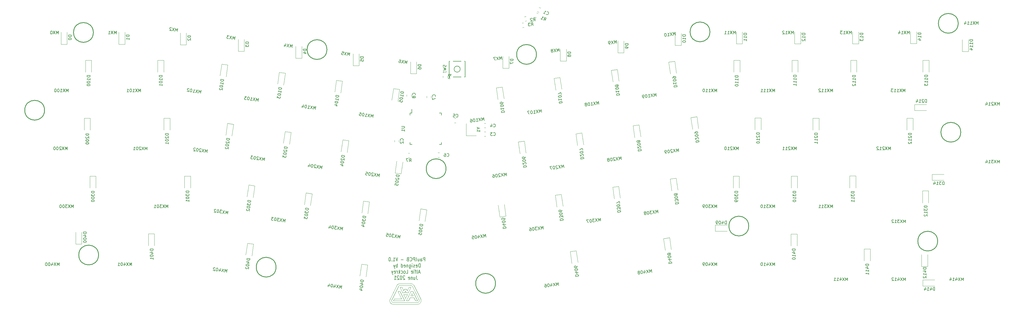
<source format=gbo>
%TF.GenerationSoftware,KiCad,Pcbnew,(5.1.9)-1*%
%TF.CreationDate,2021-06-28T23:02:46+01:00*%
%TF.ProjectId,Paul PCB KICAD,5061756c-2050-4434-9220-4b494341442e,rev?*%
%TF.SameCoordinates,Original*%
%TF.FileFunction,Legend,Bot*%
%TF.FilePolarity,Positive*%
%FSLAX46Y46*%
G04 Gerber Fmt 4.6, Leading zero omitted, Abs format (unit mm)*
G04 Created by KiCad (PCBNEW (5.1.9)-1) date 2021-06-28 23:02:46*
%MOMM*%
%LPD*%
G01*
G04 APERTURE LIST*
%ADD10C,0.108000*%
%ADD11C,0.150000*%
%ADD12C,0.250000*%
%ADD13C,0.120000*%
%ADD14C,0.100000*%
%ADD15C,1.750000*%
%ADD16C,3.000000*%
%ADD17C,3.987800*%
%ADD18R,2.550000X2.500000*%
%ADD19C,3.048000*%
%ADD20C,5.000000*%
%ADD21C,2.000000*%
%ADD22R,3.200000X2.000000*%
%ADD23R,2.000000X2.000000*%
%ADD24O,1.000000X1.600000*%
%ADD25O,1.000000X2.100000*%
%ADD26C,0.650000*%
%ADD27R,1.200000X1.400000*%
%ADD28R,1.100000X1.800000*%
%ADD29R,0.900000X1.200000*%
%ADD30R,1.200000X0.900000*%
%ADD31R,0.550000X1.500000*%
%ADD32R,1.500000X0.550000*%
G04 APERTURE END LIST*
D10*
X123377632Y-4205769D02*
X123630161Y-4722509D01*
X123296254Y-5405769D02*
X123043725Y-4889030D01*
X122709818Y-4205769D02*
X123377632Y-4205769D01*
X127011540Y-8041674D02*
X126343725Y-8041674D01*
X125511540Y-4972290D02*
X127011540Y-8041674D01*
X122416599Y-6005769D02*
X123670851Y-6005769D01*
X124828483Y-6370000D02*
X125526782Y-6370000D01*
X125177632Y-5655550D02*
X124828483Y-6370000D01*
X121243725Y-3605769D02*
X121911541Y-3605769D01*
X123670851Y-6005769D02*
X123043725Y-7289030D01*
X119075910Y-8641674D02*
X127011540Y-8641674D01*
X127550611Y-7778231D02*
X125382796Y-3342327D01*
X119075910Y-9241674D02*
X127011540Y-9241674D01*
X125526782Y-6370000D02*
X125177632Y-5655550D01*
X121243725Y-2405770D02*
G75*
G03*
X120165583Y-3078884I0J-1199999D01*
G01*
X123043725Y-7289030D02*
X122416599Y-6005769D01*
X122457289Y-4722509D02*
X122709818Y-4205769D01*
X122791196Y-5405769D02*
X122123381Y-5405769D01*
X121911541Y-3605769D02*
X122457289Y-4722509D01*
X122123381Y-5405769D02*
X121243725Y-3605769D01*
X118536839Y-7778231D02*
G75*
G03*
X119075910Y-8641674I539071J-263443D01*
G01*
X117997767Y-7514788D02*
G75*
G03*
X119075910Y-9241674I1078143J-526886D01*
G01*
X123043725Y-4889030D02*
X122791196Y-5405769D01*
X127011541Y-9241674D02*
G75*
G03*
X128089682Y-7514788I-1J1200000D01*
G01*
X128089682Y-7514788D02*
X125921867Y-3078884D01*
X125382796Y-3342326D02*
G75*
G03*
X124843725Y-3005769I-539071J-263443D01*
G01*
X124843725Y-3005769D02*
X121243725Y-3005769D01*
X127011540Y-8641674D02*
G75*
G03*
X127550611Y-7778231I0J600000D01*
G01*
X123964069Y-5405769D02*
X123296254Y-5405769D01*
X124843725Y-3605769D02*
X123964069Y-5405769D01*
X124175909Y-3605769D02*
X124843725Y-3605769D01*
X120165583Y-3078884D02*
X117997768Y-7514788D01*
X124843725Y-2405769D02*
X121243725Y-2405769D01*
X120704654Y-3342327D02*
X118536839Y-7778231D01*
X121243724Y-3005770D02*
G75*
G03*
X120704654Y-3342327I1J-599999D01*
G01*
X123630161Y-4722509D02*
X124175909Y-3605769D01*
X125921868Y-3078883D02*
G75*
G03*
X124843725Y-2405769I-1078143J-526886D01*
G01*
X119369129Y-7441674D02*
X121782692Y-7441674D01*
X121243725Y-4972290D02*
X122743725Y-8041674D01*
X124535264Y-6970000D02*
X124011540Y-8041674D01*
X124843725Y-4972290D02*
X125511540Y-4972290D01*
X126343725Y-8041674D02*
X125820000Y-6970000D01*
X121782692Y-7441674D02*
X120575910Y-4972290D01*
X120575910Y-4972290D02*
X121243725Y-4972290D01*
X124011540Y-8041674D02*
X123343725Y-8041674D01*
X122743725Y-8041674D02*
X119075910Y-8041674D01*
X123343725Y-8041674D02*
X124843725Y-4972290D01*
X119075910Y-8041674D02*
X119369129Y-7441674D01*
X125820000Y-6970000D02*
X124535264Y-6970000D01*
D11*
X127914285Y2959523D02*
X127914285Y4209523D01*
X127676190Y4209523D01*
X127533333Y4150000D01*
X127438095Y4030952D01*
X127390476Y3911904D01*
X127342857Y3673809D01*
X127342857Y3495238D01*
X127390476Y3257142D01*
X127438095Y3138095D01*
X127533333Y3019047D01*
X127676190Y2959523D01*
X127914285Y2959523D01*
X126533333Y3019047D02*
X126628571Y2959523D01*
X126819047Y2959523D01*
X126914285Y3019047D01*
X126961904Y3138095D01*
X126961904Y3614285D01*
X126914285Y3733333D01*
X126819047Y3792857D01*
X126628571Y3792857D01*
X126533333Y3733333D01*
X126485714Y3614285D01*
X126485714Y3495238D01*
X126961904Y3376190D01*
X126104761Y3019047D02*
X126009523Y2959523D01*
X125819047Y2959523D01*
X125723809Y3019047D01*
X125676190Y3138095D01*
X125676190Y3197619D01*
X125723809Y3316666D01*
X125819047Y3376190D01*
X125961904Y3376190D01*
X126057142Y3435714D01*
X126104761Y3554761D01*
X126104761Y3614285D01*
X126057142Y3733333D01*
X125961904Y3792857D01*
X125819047Y3792857D01*
X125723809Y3733333D01*
X125247619Y2959523D02*
X125247619Y3792857D01*
X125247619Y4209523D02*
X125295238Y4150000D01*
X125247619Y4090476D01*
X125200000Y4150000D01*
X125247619Y4209523D01*
X125247619Y4090476D01*
X124342857Y3792857D02*
X124342857Y2780952D01*
X124390476Y2661904D01*
X124438095Y2602380D01*
X124533333Y2542857D01*
X124676190Y2542857D01*
X124771428Y2602380D01*
X124342857Y3019047D02*
X124438095Y2959523D01*
X124628571Y2959523D01*
X124723809Y3019047D01*
X124771428Y3078571D01*
X124819047Y3197619D01*
X124819047Y3554761D01*
X124771428Y3673809D01*
X124723809Y3733333D01*
X124628571Y3792857D01*
X124438095Y3792857D01*
X124342857Y3733333D01*
X123866666Y3792857D02*
X123866666Y2959523D01*
X123866666Y3673809D02*
X123819047Y3733333D01*
X123723809Y3792857D01*
X123580952Y3792857D01*
X123485714Y3733333D01*
X123438095Y3614285D01*
X123438095Y2959523D01*
X122580952Y3019047D02*
X122676190Y2959523D01*
X122866666Y2959523D01*
X122961904Y3019047D01*
X123009523Y3138095D01*
X123009523Y3614285D01*
X122961904Y3733333D01*
X122866666Y3792857D01*
X122676190Y3792857D01*
X122580952Y3733333D01*
X122533333Y3614285D01*
X122533333Y3495238D01*
X123009523Y3376190D01*
X121676190Y2959523D02*
X121676190Y4209523D01*
X121676190Y3019047D02*
X121771428Y2959523D01*
X121961904Y2959523D01*
X122057142Y3019047D01*
X122104761Y3078571D01*
X122152380Y3197619D01*
X122152380Y3554761D01*
X122104761Y3673809D01*
X122057142Y3733333D01*
X121961904Y3792857D01*
X121771428Y3792857D01*
X121676190Y3733333D01*
X120438095Y2959523D02*
X120438095Y4209523D01*
X120438095Y3733333D02*
X120342857Y3792857D01*
X120152380Y3792857D01*
X120057142Y3733333D01*
X120009523Y3673809D01*
X119961904Y3554761D01*
X119961904Y3197619D01*
X120009523Y3078571D01*
X120057142Y3019047D01*
X120152380Y2959523D01*
X120342857Y2959523D01*
X120438095Y3019047D01*
X119628571Y3792857D02*
X119390476Y2959523D01*
X119152380Y3792857D02*
X119390476Y2959523D01*
X119485714Y2661904D01*
X119533333Y2602380D01*
X119628571Y2542857D01*
X127842857Y1291666D02*
X127366666Y1291666D01*
X127938095Y934523D02*
X127604761Y2184523D01*
X127271428Y934523D01*
X126795238Y934523D02*
X126890476Y994047D01*
X126938095Y1113095D01*
X126938095Y2184523D01*
X126557142Y1767857D02*
X126176190Y1767857D01*
X126414285Y934523D02*
X126414285Y2005952D01*
X126366666Y2125000D01*
X126271428Y2184523D01*
X126176190Y2184523D01*
X125842857Y934523D02*
X125842857Y1767857D01*
X125842857Y2184523D02*
X125890476Y2125000D01*
X125842857Y2065476D01*
X125795238Y2125000D01*
X125842857Y2184523D01*
X125842857Y2065476D01*
X124985714Y994047D02*
X125080952Y934523D01*
X125271428Y934523D01*
X125366666Y994047D01*
X125414285Y1113095D01*
X125414285Y1589285D01*
X125366666Y1708333D01*
X125271428Y1767857D01*
X125080952Y1767857D01*
X124985714Y1708333D01*
X124938095Y1589285D01*
X124938095Y1470238D01*
X125414285Y1351190D01*
X123271428Y934523D02*
X123747619Y934523D01*
X123747619Y2184523D01*
X122795238Y934523D02*
X122890476Y994047D01*
X122938095Y1053571D01*
X122985714Y1172619D01*
X122985714Y1529761D01*
X122938095Y1648809D01*
X122890476Y1708333D01*
X122795238Y1767857D01*
X122652380Y1767857D01*
X122557142Y1708333D01*
X122509523Y1648809D01*
X122461904Y1529761D01*
X122461904Y1172619D01*
X122509523Y1053571D01*
X122557142Y994047D01*
X122652380Y934523D01*
X122795238Y934523D01*
X121604761Y994047D02*
X121700000Y934523D01*
X121890476Y934523D01*
X121985714Y994047D01*
X122033333Y1053571D01*
X122080952Y1172619D01*
X122080952Y1529761D01*
X122033333Y1648809D01*
X121985714Y1708333D01*
X121890476Y1767857D01*
X121700000Y1767857D01*
X121604761Y1708333D01*
X121176190Y934523D02*
X121176190Y2184523D01*
X121080952Y1410714D02*
X120795238Y934523D01*
X120795238Y1767857D02*
X121176190Y1291666D01*
X120366666Y934523D02*
X120366666Y1767857D01*
X120366666Y1529761D02*
X120319047Y1648809D01*
X120271428Y1708333D01*
X120176190Y1767857D01*
X120080952Y1767857D01*
X119366666Y994047D02*
X119461904Y934523D01*
X119652380Y934523D01*
X119747619Y994047D01*
X119795238Y1113095D01*
X119795238Y1589285D01*
X119747619Y1708333D01*
X119652380Y1767857D01*
X119461904Y1767857D01*
X119366666Y1708333D01*
X119319047Y1589285D01*
X119319047Y1470238D01*
X119795238Y1351190D01*
X118985714Y1767857D02*
X118747619Y934523D01*
X118509523Y1767857D02*
X118747619Y934523D01*
X118842857Y636904D01*
X118890476Y577380D01*
X118985714Y517857D01*
X126676190Y159523D02*
X126676190Y-733333D01*
X126723809Y-911904D01*
X126819047Y-1030952D01*
X126961904Y-1090476D01*
X127057142Y-1090476D01*
X125771428Y-257142D02*
X125771428Y-1090476D01*
X126200000Y-257142D02*
X126200000Y-911904D01*
X126152380Y-1030952D01*
X126057142Y-1090476D01*
X125914285Y-1090476D01*
X125819047Y-1030952D01*
X125771428Y-971428D01*
X125295238Y-257142D02*
X125295238Y-1090476D01*
X125295238Y-376190D02*
X125247619Y-316666D01*
X125152380Y-257142D01*
X125009523Y-257142D01*
X124914285Y-316666D01*
X124866666Y-435714D01*
X124866666Y-1090476D01*
X124009523Y-1030952D02*
X124104761Y-1090476D01*
X124295238Y-1090476D01*
X124390476Y-1030952D01*
X124438095Y-911904D01*
X124438095Y-435714D01*
X124390476Y-316666D01*
X124295238Y-257142D01*
X124104761Y-257142D01*
X124009523Y-316666D01*
X123961904Y-435714D01*
X123961904Y-554761D01*
X124438095Y-673809D01*
X122819047Y40476D02*
X122771428Y100000D01*
X122676190Y159523D01*
X122438095Y159523D01*
X122342857Y100000D01*
X122295238Y40476D01*
X122247619Y-78571D01*
X122247619Y-197619D01*
X122295238Y-376190D01*
X122866666Y-1090476D01*
X122247619Y-1090476D01*
X121628571Y159523D02*
X121533333Y159523D01*
X121438095Y100000D01*
X121390476Y40476D01*
X121342857Y-78571D01*
X121295238Y-316666D01*
X121295238Y-614285D01*
X121342857Y-852380D01*
X121390476Y-971428D01*
X121438095Y-1030952D01*
X121533333Y-1090476D01*
X121628571Y-1090476D01*
X121723809Y-1030952D01*
X121771428Y-971428D01*
X121819047Y-852380D01*
X121866666Y-614285D01*
X121866666Y-316666D01*
X121819047Y-78571D01*
X121771428Y40476D01*
X121723809Y100000D01*
X121628571Y159523D01*
X120914285Y40476D02*
X120866666Y100000D01*
X120771428Y159523D01*
X120533333Y159523D01*
X120438095Y100000D01*
X120390476Y40476D01*
X120342857Y-78571D01*
X120342857Y-197619D01*
X120390476Y-376190D01*
X120961904Y-1090476D01*
X120342857Y-1090476D01*
X119390476Y-1090476D02*
X119961904Y-1090476D01*
X119676190Y-1090476D02*
X119676190Y159523D01*
X119771428Y-19047D01*
X119866666Y-138095D01*
X119961904Y-197619D01*
X129478571Y4984523D02*
X129478571Y6234523D01*
X129097619Y6234523D01*
X129002380Y6175000D01*
X128954761Y6115476D01*
X128907142Y5996428D01*
X128907142Y5817857D01*
X128954761Y5698809D01*
X129002380Y5639285D01*
X129097619Y5579761D01*
X129478571Y5579761D01*
X128050000Y4984523D02*
X128050000Y5639285D01*
X128097619Y5758333D01*
X128192857Y5817857D01*
X128383333Y5817857D01*
X128478571Y5758333D01*
X128050000Y5044047D02*
X128145238Y4984523D01*
X128383333Y4984523D01*
X128478571Y5044047D01*
X128526190Y5163095D01*
X128526190Y5282142D01*
X128478571Y5401190D01*
X128383333Y5460714D01*
X128145238Y5460714D01*
X128050000Y5520238D01*
X127145238Y5817857D02*
X127145238Y4984523D01*
X127573809Y5817857D02*
X127573809Y5163095D01*
X127526190Y5044047D01*
X127430952Y4984523D01*
X127288095Y4984523D01*
X127192857Y5044047D01*
X127145238Y5103571D01*
X126526190Y4984523D02*
X126621428Y5044047D01*
X126669047Y5163095D01*
X126669047Y6234523D01*
X126145238Y4984523D02*
X126145238Y6234523D01*
X125764285Y6234523D01*
X125669047Y6175000D01*
X125621428Y6115476D01*
X125573809Y5996428D01*
X125573809Y5817857D01*
X125621428Y5698809D01*
X125669047Y5639285D01*
X125764285Y5579761D01*
X126145238Y5579761D01*
X124573809Y5103571D02*
X124621428Y5044047D01*
X124764285Y4984523D01*
X124859523Y4984523D01*
X125002380Y5044047D01*
X125097619Y5163095D01*
X125145238Y5282142D01*
X125192857Y5520238D01*
X125192857Y5698809D01*
X125145238Y5936904D01*
X125097619Y6055952D01*
X125002380Y6175000D01*
X124859523Y6234523D01*
X124764285Y6234523D01*
X124621428Y6175000D01*
X124573809Y6115476D01*
X123811904Y5639285D02*
X123669047Y5579761D01*
X123621428Y5520238D01*
X123573809Y5401190D01*
X123573809Y5222619D01*
X123621428Y5103571D01*
X123669047Y5044047D01*
X123764285Y4984523D01*
X124145238Y4984523D01*
X124145238Y6234523D01*
X123811904Y6234523D01*
X123716666Y6175000D01*
X123669047Y6115476D01*
X123621428Y5996428D01*
X123621428Y5877380D01*
X123669047Y5758333D01*
X123716666Y5698809D01*
X123811904Y5639285D01*
X124145238Y5639285D01*
X122383333Y5460714D02*
X121621428Y5460714D01*
X120526190Y6234523D02*
X120192857Y4984523D01*
X119859523Y6234523D01*
X119002380Y4984523D02*
X119573809Y4984523D01*
X119288095Y4984523D02*
X119288095Y6234523D01*
X119383333Y6055952D01*
X119478571Y5936904D01*
X119573809Y5877380D01*
X118573809Y5103571D02*
X118526190Y5044047D01*
X118573809Y4984523D01*
X118621428Y5044047D01*
X118573809Y5103571D01*
X118573809Y4984523D01*
X117907142Y6234523D02*
X117811904Y6234523D01*
X117716666Y6175000D01*
X117669047Y6115476D01*
X117621428Y5996428D01*
X117573809Y5758333D01*
X117573809Y5460714D01*
X117621428Y5222619D01*
X117669047Y5103571D01*
X117716666Y5044047D01*
X117811904Y4984523D01*
X117907142Y4984523D01*
X118002380Y5044047D01*
X118050000Y5103571D01*
X118097619Y5222619D01*
X118145238Y5460714D01*
X118145238Y5758333D01*
X118097619Y5996428D01*
X118050000Y6115476D01*
X118002380Y6175000D01*
X117907142Y6234523D01*
D12*
X20441750Y80200000D02*
G75*
G03*
X20441750Y80200000I-3250000J0D01*
G01*
X97231649Y74572360D02*
G75*
G03*
X97231649Y74572360I-3250000J0D01*
G01*
X166109822Y72980677D02*
G75*
G03*
X166109822Y72980677I-3250000J0D01*
G01*
X223135384Y80385180D02*
G75*
G03*
X223135384Y80385180I-3250000J0D01*
G01*
D11*
X311338095Y82847619D02*
X311338095Y83847619D01*
X311004761Y83133333D01*
X310671428Y83847619D01*
X310671428Y82847619D01*
X310290476Y83847619D02*
X309623809Y82847619D01*
X309623809Y83847619D02*
X310290476Y82847619D01*
X308719047Y82847619D02*
X309290476Y82847619D01*
X309004761Y82847619D02*
X309004761Y83847619D01*
X309100000Y83704761D01*
X309195238Y83609523D01*
X309290476Y83561904D01*
X307766666Y82847619D02*
X308338095Y82847619D01*
X308052380Y82847619D02*
X308052380Y83847619D01*
X308147619Y83704761D01*
X308242857Y83609523D01*
X308338095Y83561904D01*
X306909523Y83514285D02*
X306909523Y82847619D01*
X307147619Y83895238D02*
X307385714Y83180952D01*
X306766666Y83180952D01*
D12*
X4402750Y54625000D02*
G75*
G03*
X4402750Y54625000I-3250000J0D01*
G01*
X22156250Y7000000D02*
G75*
G03*
X22156250Y7000000I-3250000J0D01*
G01*
X136386887Y35392650D02*
G75*
G03*
X136386887Y35392650I-3250000J0D01*
G01*
X80508161Y3003314D02*
G75*
G03*
X80508161Y3003314I-3250000J0D01*
G01*
X152646946Y-2325869D02*
G75*
G03*
X152646946Y-2325869I-3250000J0D01*
G01*
X235897250Y16524999D02*
G75*
G03*
X235897250Y16524999I-3250000J0D01*
G01*
X298000249Y11573500D02*
G75*
G03*
X298000249Y11573500I-3249999J0D01*
G01*
X305599874Y47386750D02*
G75*
G03*
X305599874Y47386750I-3249999J0D01*
G01*
X304762249Y83200000D02*
G75*
G03*
X304762249Y83200000I-3249999J0D01*
G01*
D13*
%TO.C,R3*%
X161801182Y83361443D02*
X161351474Y83298241D01*
X162005766Y81905749D02*
X161556058Y81842547D01*
%TO.C,R2*%
X162830766Y84005749D02*
X162381058Y83942547D01*
X162626182Y85461443D02*
X162176474Y85398241D01*
%TO.C,R1*%
X166613129Y86419639D02*
X166196666Y86600722D01*
X166026968Y85071560D02*
X165610505Y85252643D01*
%TO.C,C1*%
X167453871Y88216053D02*
X166974704Y88424401D01*
X166867710Y86867975D02*
X166388543Y87076323D01*
%TO.C,Y1*%
X146280000Y46220000D02*
X142980000Y46220000D01*
X142980000Y46220000D02*
X142980000Y50220000D01*
D11*
%TO.C,SW1*%
X141050000Y68150000D02*
G75*
G03*
X141050000Y68150000I-1000000J0D01*
G01*
X137450000Y65550000D02*
X142650000Y65550000D01*
X137450000Y70750000D02*
X137450000Y65550000D01*
X142650000Y70750000D02*
X137450000Y70750000D01*
X142650000Y65550000D02*
X142650000Y70750000D01*
D13*
%TO.C,R7*%
X123922936Y40535000D02*
X124377064Y40535000D01*
X123922936Y39065000D02*
X124377064Y39065000D01*
%TO.C,R6*%
X135365000Y65410436D02*
X135365000Y65864564D01*
X136835000Y65410436D02*
X136835000Y65864564D01*
%TO.C,D414*%
X293100000Y-3170000D02*
X297000000Y-3170000D01*
X293100000Y-1170000D02*
X297000000Y-1170000D01*
X293100000Y-3170000D02*
X293100000Y-1170000D01*
%TO.C,D314*%
X296170000Y31590000D02*
X300070000Y31590000D01*
X296170000Y33590000D02*
X300070000Y33590000D01*
X296170000Y31590000D02*
X296170000Y33590000D01*
%TO.C,D214*%
X290440000Y54540000D02*
X294340000Y54540000D01*
X290440000Y56540000D02*
X294340000Y56540000D01*
X290440000Y54540000D02*
X290440000Y56540000D01*
%TO.C,D114*%
X308100000Y73900000D02*
X308100000Y77800000D01*
X306100000Y73900000D02*
X306100000Y77800000D01*
X308100000Y73900000D02*
X306100000Y73900000D01*
%TO.C,D14*%
X291100000Y76600000D02*
X291100000Y80500000D01*
X289100000Y76600000D02*
X289100000Y80500000D01*
X291100000Y76600000D02*
X289100000Y76600000D01*
%TO.C,D113*%
X293150000Y71100000D02*
X293150000Y67200000D01*
X295150000Y71100000D02*
X295150000Y67200000D01*
X293150000Y71100000D02*
X295150000Y71100000D01*
%TO.C,D13*%
X272000000Y76500000D02*
X272000000Y80400000D01*
X270000000Y76500000D02*
X270000000Y80400000D01*
X272000000Y76500000D02*
X270000000Y76500000D01*
%TO.C,D412*%
X294720000Y3230000D02*
X294720000Y7130000D01*
X292720000Y3230000D02*
X292720000Y7130000D01*
X294720000Y3230000D02*
X292720000Y3230000D01*
%TO.C,D312*%
X293010000Y28100000D02*
X293010000Y24200000D01*
X295010000Y28100000D02*
X295010000Y24200000D01*
X293010000Y28100000D02*
X295010000Y28100000D01*
%TO.C,D212*%
X287890000Y52040000D02*
X287890000Y48140000D01*
X289890000Y52040000D02*
X289890000Y48140000D01*
X287890000Y52040000D02*
X289890000Y52040000D01*
%TO.C,D112*%
X269400000Y71100000D02*
X269400000Y67200000D01*
X271400000Y71100000D02*
X271400000Y67200000D01*
X269400000Y71100000D02*
X271400000Y71100000D01*
%TO.C,D12*%
X253000000Y76450000D02*
X253000000Y80350000D01*
X251000000Y76450000D02*
X251000000Y80350000D01*
X253000000Y76450000D02*
X251000000Y76450000D01*
%TO.C,D411*%
X273850000Y8990000D02*
X273850000Y5090000D01*
X275850000Y8990000D02*
X275850000Y5090000D01*
X273850000Y8990000D02*
X275850000Y8990000D01*
%TO.C,D311*%
X269080000Y33010000D02*
X269080000Y29110000D01*
X271080000Y33010000D02*
X271080000Y29110000D01*
X269080000Y33010000D02*
X271080000Y33010000D01*
%TO.C,D211*%
X256980000Y52050000D02*
X256980000Y48150000D01*
X258980000Y52050000D02*
X258980000Y48150000D01*
X256980000Y52050000D02*
X258980000Y52050000D01*
%TO.C,D111*%
X250100000Y71100000D02*
X250100000Y67200000D01*
X252100000Y71100000D02*
X252100000Y67200000D01*
X250100000Y71100000D02*
X252100000Y71100000D01*
%TO.C,D11*%
X233800000Y76450000D02*
X233800000Y80350000D01*
X231800000Y76450000D02*
X231800000Y80350000D01*
X233800000Y76450000D02*
X231800000Y76450000D01*
%TO.C,D410*%
X249780000Y13950000D02*
X249780000Y10050000D01*
X251780000Y13950000D02*
X251780000Y10050000D01*
X249780000Y13950000D02*
X251780000Y13950000D01*
%TO.C,D310*%
X249900000Y33000000D02*
X249900000Y29100000D01*
X251900000Y33000000D02*
X251900000Y29100000D01*
X249900000Y33000000D02*
X251900000Y33000000D01*
%TO.C,D210*%
X237950000Y52075000D02*
X237950000Y48175000D01*
X239950000Y52075000D02*
X239950000Y48175000D01*
X237950000Y52075000D02*
X239950000Y52075000D01*
%TO.C,D110*%
X231000000Y71100000D02*
X231000000Y67200000D01*
X233000000Y71100000D02*
X233000000Y67200000D01*
X231000000Y71100000D02*
X233000000Y71100000D01*
%TO.C,D10*%
X213700000Y75950000D02*
X213700000Y79850000D01*
X211700000Y75950000D02*
X211700000Y79850000D01*
X213700000Y75950000D02*
X211700000Y75950000D01*
%TO.C,D409*%
X224900000Y14880000D02*
X228800000Y14880000D01*
X224900000Y16880000D02*
X228800000Y16880000D01*
X224900000Y14880000D02*
X224900000Y16880000D01*
%TO.C,D309*%
X230780000Y32980000D02*
X230780000Y29080000D01*
X232780000Y32980000D02*
X232780000Y29080000D01*
X230780000Y32980000D02*
X232780000Y32980000D01*
%TO.C,D209*%
X216876228Y52204988D02*
X217419004Y48342943D01*
X218856765Y52483334D02*
X219399540Y48621289D01*
X216876228Y52204988D02*
X218856765Y52483334D01*
%TO.C,D109*%
X209596592Y70438930D02*
X210139368Y66576885D01*
X211577129Y70717276D02*
X212119904Y66855231D01*
X209596592Y70438930D02*
X211577129Y70717276D01*
%TO.C,D9*%
X194850000Y73550000D02*
X194850000Y77450000D01*
X192850000Y73550000D02*
X192850000Y77450000D01*
X194850000Y73550000D02*
X192850000Y73550000D01*
%TO.C,D408*%
X207886956Y12412872D02*
X208429732Y8550827D01*
X209867493Y12691218D02*
X210410268Y8829173D01*
X207886956Y12412872D02*
X209867493Y12691218D01*
%TO.C,D308*%
X210056228Y31994988D02*
X210599004Y28132943D01*
X212036765Y32273334D02*
X212579540Y28411289D01*
X210056228Y31994988D02*
X212036765Y32273334D01*
%TO.C,D208*%
X197851228Y49529988D02*
X198394004Y45667943D01*
X199831765Y49808334D02*
X200374540Y45946289D01*
X197851228Y49529988D02*
X199831765Y49808334D01*
%TO.C,D108*%
X190716956Y67772872D02*
X191259732Y63910827D01*
X192697493Y68051218D02*
X193240268Y64189173D01*
X190716956Y67772872D02*
X192697493Y68051218D01*
%TO.C,D8*%
X175950000Y70800000D02*
X175950000Y74700000D01*
X173950000Y70800000D02*
X173950000Y74700000D01*
X175950000Y70800000D02*
X173950000Y70800000D01*
%TO.C,D307*%
X191156592Y29338930D02*
X191699368Y25476885D01*
X193137129Y29617276D02*
X193679904Y25755231D01*
X191156592Y29338930D02*
X193137129Y29617276D01*
%TO.C,D207*%
X179051228Y46879988D02*
X179594004Y43017943D01*
X181031765Y47158334D02*
X181574540Y43296289D01*
X179051228Y46879988D02*
X181031765Y47158334D01*
%TO.C,D107*%
X171887320Y65122872D02*
X172430096Y61260827D01*
X173867857Y65401218D02*
X174410632Y61539173D01*
X171887320Y65122872D02*
X173867857Y65401218D01*
%TO.C,D7*%
X157050000Y68450000D02*
X157050000Y72350000D01*
X155050000Y68450000D02*
X155050000Y72350000D01*
X157050000Y68450000D02*
X155050000Y68450000D01*
%TO.C,D406*%
X177206228Y8154988D02*
X177749004Y4292943D01*
X179186765Y8433334D02*
X179729540Y4571289D01*
X177206228Y8154988D02*
X179186765Y8433334D01*
%TO.C,D306*%
X172286592Y26668930D02*
X172829368Y22806885D01*
X174267129Y26947276D02*
X174809904Y23085231D01*
X172286592Y26668930D02*
X174267129Y26947276D01*
%TO.C,D206*%
X160141956Y44197872D02*
X160684732Y40335827D01*
X162122493Y44476218D02*
X162665268Y40614173D01*
X160141956Y44197872D02*
X162122493Y44476218D01*
%TO.C,D106*%
X152896592Y62013930D02*
X153439368Y58151885D01*
X154877129Y62292276D02*
X155419904Y58430231D01*
X152896592Y62013930D02*
X154877129Y62292276D01*
%TO.C,D6*%
X126700000Y66650000D02*
X126700000Y70550000D01*
X124700000Y66650000D02*
X124700000Y70550000D01*
X126700000Y66650000D02*
X124700000Y66650000D01*
%TO.C,D405*%
X156043408Y19801070D02*
X155500632Y23663115D01*
X154062871Y19522724D02*
X153520096Y23384769D01*
X156043408Y19801070D02*
X154062871Y19522724D01*
%TO.C,D305*%
X128053235Y22173334D02*
X127510460Y18311289D01*
X130033772Y21894988D02*
X129490996Y18032943D01*
X128053235Y22173334D02*
X130033772Y21894988D01*
%TO.C,D205*%
X121627129Y33732724D02*
X122169904Y37594769D01*
X119646592Y34011070D02*
X120189368Y37873115D01*
X121627129Y33732724D02*
X119646592Y34011070D01*
%TO.C,D105*%
X119093235Y61783334D02*
X118550460Y57921289D01*
X121073772Y61504988D02*
X120530996Y57642943D01*
X119093235Y61783334D02*
X121073772Y61504988D01*
%TO.C,D5*%
X107800000Y69250000D02*
X107800000Y73150000D01*
X105800000Y69250000D02*
X105800000Y73150000D01*
X107800000Y69250000D02*
X105800000Y69250000D01*
%TO.C,D404*%
X108603235Y4003334D02*
X108060460Y141289D01*
X110583772Y3724988D02*
X110040996Y-137057D01*
X108603235Y4003334D02*
X110583772Y3724988D01*
%TO.C,D304*%
X109233235Y24753334D02*
X108690460Y20891289D01*
X111213772Y24474988D02*
X110670996Y20612943D01*
X109233235Y24753334D02*
X111213772Y24474988D01*
%TO.C,D204*%
X102418235Y44908334D02*
X101875460Y41046289D01*
X104398772Y44629988D02*
X103855996Y40767943D01*
X102418235Y44908334D02*
X104398772Y44629988D01*
%TO.C,D104*%
X100343235Y64483334D02*
X102323772Y64204988D01*
X102323772Y64204988D02*
X101780996Y60342943D01*
X100343235Y64483334D02*
X99800460Y60621289D01*
%TO.C,D4*%
X89000000Y71750000D02*
X89000000Y75650000D01*
X87000000Y71750000D02*
X87000000Y75650000D01*
X89000000Y71750000D02*
X87000000Y71750000D01*
%TO.C,D303*%
X90373235Y27423334D02*
X89830460Y23561289D01*
X92353772Y27144988D02*
X91810996Y23282943D01*
X90373235Y27423334D02*
X92353772Y27144988D01*
%TO.C,D203*%
X83477507Y47626218D02*
X82934732Y43764173D01*
X85458044Y47347872D02*
X84915268Y43485827D01*
X83477507Y47626218D02*
X85458044Y47347872D01*
%TO.C,D103*%
X81572871Y67117276D02*
X81030096Y63255231D01*
X83553408Y66838930D02*
X83010632Y62976885D01*
X81572871Y67117276D02*
X83553408Y66838930D01*
%TO.C,D3*%
X70050000Y74050000D02*
X70050000Y77950000D01*
X68050000Y74050000D02*
X68050000Y77950000D01*
X70050000Y74050000D02*
X68050000Y74050000D01*
%TO.C,D402*%
X71102507Y10891218D02*
X70559732Y7029173D01*
X73083044Y10612872D02*
X72540268Y6750827D01*
X71102507Y10891218D02*
X73083044Y10612872D01*
%TO.C,D302*%
X71512507Y30051218D02*
X70969732Y26189173D01*
X73493044Y29772872D02*
X72950268Y25910827D01*
X71512507Y30051218D02*
X73493044Y29772872D01*
%TO.C,D202*%
X64552507Y50301218D02*
X64009732Y46439173D01*
X66533044Y50022872D02*
X65990268Y46160827D01*
X64552507Y50301218D02*
X66533044Y50022872D01*
%TO.C,D102*%
X62622871Y69817276D02*
X62080096Y65955231D01*
X64603408Y69538930D02*
X64060632Y65676885D01*
X62622871Y69817276D02*
X64603408Y69538930D01*
%TO.C,D2*%
X51000000Y76150000D02*
X51000000Y80050000D01*
X49000000Y76150000D02*
X49000000Y80050000D01*
X51000000Y76150000D02*
X49000000Y76150000D01*
%TO.C,D401*%
X38500000Y14000000D02*
X38500000Y10100000D01*
X40500000Y14000000D02*
X40500000Y10100000D01*
X38500000Y14000000D02*
X40500000Y14000000D01*
%TO.C,D301*%
X50390000Y33000000D02*
X50390000Y29100000D01*
X52390000Y33000000D02*
X52390000Y29100000D01*
X50390000Y33000000D02*
X52390000Y33000000D01*
%TO.C,D201*%
X43650000Y52025000D02*
X43650000Y48125000D01*
X45650000Y52025000D02*
X45650000Y48125000D01*
X43650000Y52025000D02*
X45650000Y52025000D01*
%TO.C,D101*%
X41600000Y71100000D02*
X41600000Y67200000D01*
X43600000Y71100000D02*
X43600000Y67200000D01*
X41600000Y71100000D02*
X43600000Y71100000D01*
%TO.C,D1*%
X30800000Y76350000D02*
X30800000Y80250000D01*
X28800000Y76350000D02*
X28800000Y80250000D01*
X30800000Y76350000D02*
X28800000Y76350000D01*
%TO.C,D400*%
X16640000Y10590000D02*
X16640000Y14490000D01*
X14640000Y10590000D02*
X14640000Y14490000D01*
X16640000Y10590000D02*
X14640000Y10590000D01*
%TO.C,D300*%
X19280000Y32990000D02*
X19280000Y29090000D01*
X21280000Y32990000D02*
X21280000Y29090000D01*
X19280000Y32990000D02*
X21280000Y32990000D01*
%TO.C,D200*%
X17425000Y52050000D02*
X17425000Y48150000D01*
X19425000Y52050000D02*
X19425000Y48150000D01*
X17425000Y52050000D02*
X19425000Y52050000D01*
%TO.C,D100*%
X17850000Y71100000D02*
X17850000Y67200000D01*
X19850000Y71100000D02*
X19850000Y67200000D01*
X17850000Y71100000D02*
X19850000Y71100000D01*
%TO.C,D0*%
X11800000Y76350000D02*
X11800000Y80250000D01*
X9800000Y76350000D02*
X9800000Y80250000D01*
X11800000Y76350000D02*
X9800000Y76350000D01*
%TO.C,C8*%
X123465000Y59188748D02*
X123465000Y59711252D01*
X124935000Y59188748D02*
X124935000Y59711252D01*
%TO.C,C7*%
X131535000Y59261252D02*
X131535000Y58738748D01*
X130065000Y59261252D02*
X130065000Y58738748D01*
%TO.C,C6*%
X133688748Y40635000D02*
X134211252Y40635000D01*
X133688748Y39165000D02*
X134211252Y39165000D01*
%TO.C,C5*%
X139138748Y51965000D02*
X139661252Y51965000D01*
X139138748Y50495000D02*
X139661252Y50495000D01*
%TO.C,C4*%
X148918748Y48885000D02*
X149441252Y48885000D01*
X148918748Y50355000D02*
X149441252Y50355000D01*
%TO.C,C3*%
X148943748Y46060000D02*
X149466252Y46060000D01*
X148943748Y47530000D02*
X149466252Y47530000D01*
%TO.C,C2*%
X119465000Y44238748D02*
X119465000Y44761252D01*
X120935000Y44238748D02*
X120935000Y44761252D01*
D11*
%TO.C,U1*%
X125130000Y53705000D02*
X125130000Y54980000D01*
X124555000Y43355000D02*
X124555000Y44030000D01*
X134905000Y43355000D02*
X134905000Y44030000D01*
X134905000Y53705000D02*
X134905000Y53030000D01*
X124555000Y53705000D02*
X124555000Y53030000D01*
X134905000Y53705000D02*
X134230000Y53705000D01*
X134905000Y43355000D02*
X134230000Y43355000D01*
X124555000Y43355000D02*
X125230000Y43355000D01*
X124555000Y53705000D02*
X125130000Y53705000D01*
%TO.C,MX3*%
X66896042Y77874747D02*
X67035215Y78865015D01*
X66605716Y78204072D01*
X66375036Y78957797D01*
X66235863Y77967529D01*
X65997791Y79010816D02*
X65198440Y78113330D01*
X65337613Y79103598D02*
X65858618Y78020548D01*
X65054679Y79143362D02*
X64441656Y79229516D01*
X64718727Y78805880D01*
X64577260Y78825762D01*
X64476322Y78791861D01*
X64422539Y78751333D01*
X64362128Y78663649D01*
X64328992Y78427871D01*
X64362893Y78326932D01*
X64403421Y78273149D01*
X64491105Y78212739D01*
X64774039Y78172975D01*
X64874978Y78206876D01*
X64928760Y78247405D01*
%TO.C,MX304*%
X102308187Y15175253D02*
X102447361Y16165522D01*
X102017862Y15504578D01*
X101787182Y16258304D01*
X101648009Y15268036D01*
X101409937Y16311322D02*
X100610585Y15413836D01*
X100749758Y16404104D02*
X101270764Y15321054D01*
X100466824Y16443868D02*
X99853801Y16530022D01*
X100130872Y16106386D01*
X99989406Y16126268D01*
X99888467Y16092367D01*
X99834684Y16051839D01*
X99774274Y15964155D01*
X99741137Y15728377D01*
X99775038Y15627438D01*
X99815567Y15573655D01*
X99903251Y15513245D01*
X100186184Y15473482D01*
X100287123Y15507383D01*
X100340906Y15547911D01*
X99240778Y16616177D02*
X99146467Y16629432D01*
X99045528Y16595531D01*
X98991746Y16555002D01*
X98931335Y16467319D01*
X98857671Y16285323D01*
X98824534Y16049545D01*
X98845181Y15854295D01*
X98879082Y15753357D01*
X98919610Y15699574D01*
X99007294Y15639164D01*
X99101605Y15625909D01*
X99202544Y15659810D01*
X99256327Y15700339D01*
X99316737Y15788023D01*
X99390402Y15970018D01*
X99423538Y16205796D01*
X99402892Y16401046D01*
X99368991Y16501984D01*
X99328462Y16555767D01*
X99240778Y16616177D01*
X98015497Y16451770D02*
X97922715Y15791591D01*
X98304293Y16795879D02*
X98440662Y16055408D01*
X97827639Y16141563D01*
%TO.C,MX14*%
X288685654Y79717119D02*
X288685654Y80717119D01*
X288352321Y80002833D01*
X288018988Y80717119D01*
X288018988Y79717119D01*
X287638035Y80717119D02*
X286971369Y79717119D01*
X286971369Y80717119D02*
X287638035Y79717119D01*
X286066607Y79717119D02*
X286638035Y79717119D01*
X286352321Y79717119D02*
X286352321Y80717119D01*
X286447559Y80574261D01*
X286542797Y80479023D01*
X286638035Y80431404D01*
X285209464Y80383785D02*
X285209464Y79717119D01*
X285447559Y80764738D02*
X285685654Y80050452D01*
X285066607Y80050452D01*
%TO.C,MX6*%
X123476042Y69924747D02*
X123615215Y70915015D01*
X123185716Y70254072D01*
X122955036Y71007797D01*
X122815863Y70017529D01*
X122577791Y71060816D02*
X121778440Y70163330D01*
X121917613Y71153598D02*
X122438618Y70070548D01*
X121115967Y71266262D02*
X121304590Y71239753D01*
X121392274Y71179342D01*
X121432802Y71125559D01*
X121507231Y70970838D01*
X121527878Y70775588D01*
X121474859Y70398343D01*
X121414449Y70310659D01*
X121360666Y70270131D01*
X121259728Y70236230D01*
X121071105Y70262739D01*
X120983421Y70323149D01*
X120942893Y70376932D01*
X120908992Y70477871D01*
X120942128Y70713649D01*
X121002539Y70801333D01*
X121056322Y70841861D01*
X121157260Y70875762D01*
X121345883Y70849253D01*
X121433567Y70788843D01*
X121474095Y70735060D01*
X121507996Y70634121D01*
%TO.C,MX414*%
X306488095Y-1440380D02*
X306488095Y-440380D01*
X306154761Y-1154666D01*
X305821428Y-440380D01*
X305821428Y-1440380D01*
X305440476Y-440380D02*
X304773809Y-1440380D01*
X304773809Y-440380D02*
X305440476Y-1440380D01*
X303964285Y-773714D02*
X303964285Y-1440380D01*
X304202380Y-392761D02*
X304440476Y-1107047D01*
X303821428Y-1107047D01*
X302916666Y-1440380D02*
X303488095Y-1440380D01*
X303202380Y-1440380D02*
X303202380Y-440380D01*
X303297619Y-583238D01*
X303392857Y-678476D01*
X303488095Y-726095D01*
X302059523Y-773714D02*
X302059523Y-1440380D01*
X302297619Y-392761D02*
X302535714Y-1107047D01*
X301916666Y-1107047D01*
%TO.C,MX412*%
X287458095Y-1450380D02*
X287458095Y-450380D01*
X287124761Y-1164666D01*
X286791428Y-450380D01*
X286791428Y-1450380D01*
X286410476Y-450380D02*
X285743809Y-1450380D01*
X285743809Y-450380D02*
X286410476Y-1450380D01*
X284934285Y-783714D02*
X284934285Y-1450380D01*
X285172380Y-402761D02*
X285410476Y-1117047D01*
X284791428Y-1117047D01*
X283886666Y-1450380D02*
X284458095Y-1450380D01*
X284172380Y-1450380D02*
X284172380Y-450380D01*
X284267619Y-593238D01*
X284362857Y-688476D01*
X284458095Y-736095D01*
X283505714Y-545619D02*
X283458095Y-498000D01*
X283362857Y-450380D01*
X283124761Y-450380D01*
X283029523Y-498000D01*
X282981904Y-545619D01*
X282934285Y-640857D01*
X282934285Y-736095D01*
X282981904Y-878952D01*
X283553333Y-1450380D01*
X282934285Y-1450380D01*
%TO.C,MX411*%
X268428095Y-1440380D02*
X268428095Y-440380D01*
X268094761Y-1154666D01*
X267761428Y-440380D01*
X267761428Y-1440380D01*
X267380476Y-440380D02*
X266713809Y-1440380D01*
X266713809Y-440380D02*
X267380476Y-1440380D01*
X265904285Y-773714D02*
X265904285Y-1440380D01*
X266142380Y-392761D02*
X266380476Y-1107047D01*
X265761428Y-1107047D01*
X264856666Y-1440380D02*
X265428095Y-1440380D01*
X265142380Y-1440380D02*
X265142380Y-440380D01*
X265237619Y-583238D01*
X265332857Y-678476D01*
X265428095Y-726095D01*
X263904285Y-1440380D02*
X264475714Y-1440380D01*
X264190000Y-1440380D02*
X264190000Y-440380D01*
X264285238Y-583238D01*
X264380476Y-678476D01*
X264475714Y-726095D01*
%TO.C,MX410*%
X244418095Y3509619D02*
X244418095Y4509619D01*
X244084761Y3795333D01*
X243751428Y4509619D01*
X243751428Y3509619D01*
X243370476Y4509619D02*
X242703809Y3509619D01*
X242703809Y4509619D02*
X243370476Y3509619D01*
X241894285Y4176285D02*
X241894285Y3509619D01*
X242132380Y4557238D02*
X242370476Y3842952D01*
X241751428Y3842952D01*
X240846666Y3509619D02*
X241418095Y3509619D01*
X241132380Y3509619D02*
X241132380Y4509619D01*
X241227619Y4366761D01*
X241322857Y4271523D01*
X241418095Y4223904D01*
X240227619Y4509619D02*
X240132380Y4509619D01*
X240037142Y4462000D01*
X239989523Y4414380D01*
X239941904Y4319142D01*
X239894285Y4128666D01*
X239894285Y3890571D01*
X239941904Y3700095D01*
X239989523Y3604857D01*
X240037142Y3557238D01*
X240132380Y3509619D01*
X240227619Y3509619D01*
X240322857Y3557238D01*
X240370476Y3604857D01*
X240418095Y3700095D01*
X240465714Y3890571D01*
X240465714Y4128666D01*
X240418095Y4319142D01*
X240370476Y4414380D01*
X240322857Y4462000D01*
X240227619Y4509619D01*
%TO.C,MX409*%
X225348095Y3509619D02*
X225348095Y4509619D01*
X225014761Y3795333D01*
X224681428Y4509619D01*
X224681428Y3509619D01*
X224300476Y4509619D02*
X223633809Y3509619D01*
X223633809Y4509619D02*
X224300476Y3509619D01*
X222824285Y4176285D02*
X222824285Y3509619D01*
X223062380Y4557238D02*
X223300476Y3842952D01*
X222681428Y3842952D01*
X222110000Y4509619D02*
X222014761Y4509619D01*
X221919523Y4462000D01*
X221871904Y4414380D01*
X221824285Y4319142D01*
X221776666Y4128666D01*
X221776666Y3890571D01*
X221824285Y3700095D01*
X221871904Y3604857D01*
X221919523Y3557238D01*
X222014761Y3509619D01*
X222110000Y3509619D01*
X222205238Y3557238D01*
X222252857Y3604857D01*
X222300476Y3700095D01*
X222348095Y3890571D01*
X222348095Y4128666D01*
X222300476Y4319142D01*
X222252857Y4414380D01*
X222205238Y4462000D01*
X222110000Y4509619D01*
X221300476Y3509619D02*
X221110000Y3509619D01*
X221014761Y3557238D01*
X220967142Y3604857D01*
X220871904Y3747714D01*
X220824285Y3938190D01*
X220824285Y4319142D01*
X220871904Y4414380D01*
X220919523Y4462000D01*
X221014761Y4509619D01*
X221205238Y4509619D01*
X221300476Y4462000D01*
X221348095Y4414380D01*
X221395714Y4319142D01*
X221395714Y4081047D01*
X221348095Y3985809D01*
X221300476Y3938190D01*
X221205238Y3890571D01*
X221014761Y3890571D01*
X220919523Y3938190D01*
X220871904Y3985809D01*
X220824285Y4081047D01*
%TO.C,MX408*%
X204038749Y1323295D02*
X203899576Y2313563D01*
X203668896Y1559837D01*
X203239397Y2220781D01*
X203378570Y1230513D01*
X202862152Y2167762D02*
X202341147Y1084712D01*
X202201974Y2074980D02*
X203001325Y1177494D01*
X201446719Y1632227D02*
X201539501Y972048D01*
X201629479Y2042608D02*
X201964666Y1368411D01*
X201351643Y1282256D01*
X200692994Y1862907D02*
X200598682Y1849652D01*
X200510998Y1789242D01*
X200470470Y1735459D01*
X200436569Y1634521D01*
X200415923Y1439271D01*
X200449059Y1203493D01*
X200522724Y1021498D01*
X200583134Y933814D01*
X200636917Y893285D01*
X200737855Y859384D01*
X200832167Y872639D01*
X200919851Y933049D01*
X200960379Y986832D01*
X200994280Y1087771D01*
X201014926Y1283020D01*
X200981790Y1518799D01*
X200908125Y1700794D01*
X200847715Y1788478D01*
X200793932Y1829006D01*
X200692994Y1862907D01*
X199856682Y1312588D02*
X199944366Y1372998D01*
X199984895Y1426781D01*
X200018796Y1527720D01*
X200012168Y1574875D01*
X199951758Y1662559D01*
X199897975Y1703087D01*
X199797037Y1736989D01*
X199608414Y1710479D01*
X199520730Y1650069D01*
X199480202Y1596286D01*
X199446301Y1495348D01*
X199452928Y1448192D01*
X199513338Y1360508D01*
X199567121Y1319980D01*
X199668060Y1286079D01*
X199856682Y1312588D01*
X199957621Y1278687D01*
X200011404Y1238159D01*
X200071814Y1150475D01*
X200098323Y961852D01*
X200064422Y860914D01*
X200023894Y807131D01*
X199936210Y746720D01*
X199747587Y720211D01*
X199646649Y754112D01*
X199592866Y794641D01*
X199532456Y882325D01*
X199505947Y1070947D01*
X199539848Y1171886D01*
X199580376Y1225669D01*
X199668060Y1286079D01*
%TO.C,MX405*%
X149509833Y12896971D02*
X149370660Y13887239D01*
X149139980Y13133513D01*
X148710481Y13794457D01*
X148849654Y12804189D01*
X148333236Y13741438D02*
X147812231Y12658388D01*
X147673058Y13648656D02*
X148472409Y12751170D01*
X146917803Y13205903D02*
X147010585Y12545724D01*
X147100563Y13616284D02*
X147435750Y12942087D01*
X146822727Y12855932D01*
X146164078Y13436583D02*
X146069766Y13423328D01*
X145982082Y13362918D01*
X145941554Y13309135D01*
X145907653Y13208197D01*
X145887007Y13012947D01*
X145920143Y12777169D01*
X145993808Y12595174D01*
X146054218Y12507490D01*
X146108001Y12466961D01*
X146208939Y12433060D01*
X146303251Y12446315D01*
X146390935Y12506725D01*
X146431463Y12560508D01*
X146465364Y12661447D01*
X146486010Y12856696D01*
X146452874Y13092475D01*
X146379209Y13274470D01*
X146318799Y13362154D01*
X146265016Y13402682D01*
X146164078Y13436583D01*
X144938031Y13264274D02*
X145409588Y13330546D01*
X145523016Y12865617D01*
X145469233Y12906146D01*
X145368295Y12940047D01*
X145132517Y12906910D01*
X145044833Y12846500D01*
X145004304Y12792717D01*
X144970403Y12691779D01*
X145003540Y12456001D01*
X145063950Y12368317D01*
X145117733Y12327788D01*
X145218671Y12293887D01*
X145454449Y12327024D01*
X145542133Y12387434D01*
X145582662Y12441217D01*
%TO.C,MX314*%
X318318095Y37239619D02*
X318318095Y38239619D01*
X317984761Y37525333D01*
X317651428Y38239619D01*
X317651428Y37239619D01*
X317270476Y38239619D02*
X316603809Y37239619D01*
X316603809Y38239619D02*
X317270476Y37239619D01*
X316318095Y38239619D02*
X315699047Y38239619D01*
X316032380Y37858666D01*
X315889523Y37858666D01*
X315794285Y37811047D01*
X315746666Y37763428D01*
X315699047Y37668190D01*
X315699047Y37430095D01*
X315746666Y37334857D01*
X315794285Y37287238D01*
X315889523Y37239619D01*
X316175238Y37239619D01*
X316270476Y37287238D01*
X316318095Y37334857D01*
X314746666Y37239619D02*
X315318095Y37239619D01*
X315032380Y37239619D02*
X315032380Y38239619D01*
X315127619Y38096761D01*
X315222857Y38001523D01*
X315318095Y37953904D01*
X313889523Y37906285D02*
X313889523Y37239619D01*
X314127619Y38287238D02*
X314365714Y37572952D01*
X313746666Y37572952D01*
%TO.C,MX312*%
X287458095Y17599619D02*
X287458095Y18599619D01*
X287124761Y17885333D01*
X286791428Y18599619D01*
X286791428Y17599619D01*
X286410476Y18599619D02*
X285743809Y17599619D01*
X285743809Y18599619D02*
X286410476Y17599619D01*
X285458095Y18599619D02*
X284839047Y18599619D01*
X285172380Y18218666D01*
X285029523Y18218666D01*
X284934285Y18171047D01*
X284886666Y18123428D01*
X284839047Y18028190D01*
X284839047Y17790095D01*
X284886666Y17694857D01*
X284934285Y17647238D01*
X285029523Y17599619D01*
X285315238Y17599619D01*
X285410476Y17647238D01*
X285458095Y17694857D01*
X283886666Y17599619D02*
X284458095Y17599619D01*
X284172380Y17599619D02*
X284172380Y18599619D01*
X284267619Y18456761D01*
X284362857Y18361523D01*
X284458095Y18313904D01*
X283505714Y18504380D02*
X283458095Y18552000D01*
X283362857Y18599619D01*
X283124761Y18599619D01*
X283029523Y18552000D01*
X282981904Y18504380D01*
X282934285Y18409142D01*
X282934285Y18313904D01*
X282981904Y18171047D01*
X283553333Y17599619D01*
X282934285Y17599619D01*
%TO.C,MX311*%
X263458095Y22547119D02*
X263458095Y23547119D01*
X263124761Y22832833D01*
X262791428Y23547119D01*
X262791428Y22547119D01*
X262410476Y23547119D02*
X261743809Y22547119D01*
X261743809Y23547119D02*
X262410476Y22547119D01*
X261458095Y23547119D02*
X260839047Y23547119D01*
X261172380Y23166166D01*
X261029523Y23166166D01*
X260934285Y23118547D01*
X260886666Y23070928D01*
X260839047Y22975690D01*
X260839047Y22737595D01*
X260886666Y22642357D01*
X260934285Y22594738D01*
X261029523Y22547119D01*
X261315238Y22547119D01*
X261410476Y22594738D01*
X261458095Y22642357D01*
X259886666Y22547119D02*
X260458095Y22547119D01*
X260172380Y22547119D02*
X260172380Y23547119D01*
X260267619Y23404261D01*
X260362857Y23309023D01*
X260458095Y23261404D01*
X258934285Y22547119D02*
X259505714Y22547119D01*
X259220000Y22547119D02*
X259220000Y23547119D01*
X259315238Y23404261D01*
X259410476Y23309023D01*
X259505714Y23261404D01*
%TO.C,MX310*%
X244408095Y22547119D02*
X244408095Y23547119D01*
X244074761Y22832833D01*
X243741428Y23547119D01*
X243741428Y22547119D01*
X243360476Y23547119D02*
X242693809Y22547119D01*
X242693809Y23547119D02*
X243360476Y22547119D01*
X242408095Y23547119D02*
X241789047Y23547119D01*
X242122380Y23166166D01*
X241979523Y23166166D01*
X241884285Y23118547D01*
X241836666Y23070928D01*
X241789047Y22975690D01*
X241789047Y22737595D01*
X241836666Y22642357D01*
X241884285Y22594738D01*
X241979523Y22547119D01*
X242265238Y22547119D01*
X242360476Y22594738D01*
X242408095Y22642357D01*
X240836666Y22547119D02*
X241408095Y22547119D01*
X241122380Y22547119D02*
X241122380Y23547119D01*
X241217619Y23404261D01*
X241312857Y23309023D01*
X241408095Y23261404D01*
X240217619Y23547119D02*
X240122380Y23547119D01*
X240027142Y23499500D01*
X239979523Y23451880D01*
X239931904Y23356642D01*
X239884285Y23166166D01*
X239884285Y22928071D01*
X239931904Y22737595D01*
X239979523Y22642357D01*
X240027142Y22594738D01*
X240122380Y22547119D01*
X240217619Y22547119D01*
X240312857Y22594738D01*
X240360476Y22642357D01*
X240408095Y22737595D01*
X240455714Y22928071D01*
X240455714Y23166166D01*
X240408095Y23356642D01*
X240360476Y23451880D01*
X240312857Y23499500D01*
X240217619Y23547119D01*
%TO.C,MX309*%
X225358095Y22547119D02*
X225358095Y23547119D01*
X225024761Y22832833D01*
X224691428Y23547119D01*
X224691428Y22547119D01*
X224310476Y23547119D02*
X223643809Y22547119D01*
X223643809Y23547119D02*
X224310476Y22547119D01*
X223358095Y23547119D02*
X222739047Y23547119D01*
X223072380Y23166166D01*
X222929523Y23166166D01*
X222834285Y23118547D01*
X222786666Y23070928D01*
X222739047Y22975690D01*
X222739047Y22737595D01*
X222786666Y22642357D01*
X222834285Y22594738D01*
X222929523Y22547119D01*
X223215238Y22547119D01*
X223310476Y22594738D01*
X223358095Y22642357D01*
X222120000Y23547119D02*
X222024761Y23547119D01*
X221929523Y23499500D01*
X221881904Y23451880D01*
X221834285Y23356642D01*
X221786666Y23166166D01*
X221786666Y22928071D01*
X221834285Y22737595D01*
X221881904Y22642357D01*
X221929523Y22594738D01*
X222024761Y22547119D01*
X222120000Y22547119D01*
X222215238Y22594738D01*
X222262857Y22642357D01*
X222310476Y22737595D01*
X222358095Y22928071D01*
X222358095Y23166166D01*
X222310476Y23356642D01*
X222262857Y23451880D01*
X222215238Y23499500D01*
X222120000Y23547119D01*
X221310476Y22547119D02*
X221120000Y22547119D01*
X221024761Y22594738D01*
X220977142Y22642357D01*
X220881904Y22785214D01*
X220834285Y22975690D01*
X220834285Y23356642D01*
X220881904Y23451880D01*
X220929523Y23499500D01*
X221024761Y23547119D01*
X221215238Y23547119D01*
X221310476Y23499500D01*
X221358095Y23451880D01*
X221405714Y23356642D01*
X221405714Y23118547D01*
X221358095Y23023309D01*
X221310476Y22975690D01*
X221215238Y22928071D01*
X221024761Y22928071D01*
X220929523Y22975690D01*
X220881904Y23023309D01*
X220834285Y23118547D01*
%TO.C,MX308*%
X206103653Y20850714D02*
X205964480Y21840982D01*
X205733800Y21087256D01*
X205304301Y21748200D01*
X205443474Y20757932D01*
X204927056Y21695181D02*
X204406051Y20612131D01*
X204266878Y21602399D02*
X205066229Y20704913D01*
X203983944Y21562636D02*
X203370921Y21476481D01*
X203754028Y21145627D01*
X203612561Y21125745D01*
X203524878Y21065335D01*
X203484349Y21011552D01*
X203450448Y20910613D01*
X203483585Y20674835D01*
X203543995Y20587151D01*
X203597778Y20546623D01*
X203698716Y20512722D01*
X203981650Y20552486D01*
X204069334Y20612896D01*
X204109862Y20666679D01*
X202757898Y21390326D02*
X202663586Y21377071D01*
X202575902Y21316661D01*
X202535374Y21262878D01*
X202501473Y21161940D01*
X202480827Y20966690D01*
X202513963Y20730912D01*
X202587628Y20548917D01*
X202648038Y20461233D01*
X202701821Y20420704D01*
X202802759Y20386803D01*
X202897071Y20400058D01*
X202984755Y20460468D01*
X203025283Y20514251D01*
X203059184Y20615190D01*
X203079830Y20810439D01*
X203046694Y21046218D01*
X202973029Y21228213D01*
X202912619Y21315897D01*
X202858836Y21356425D01*
X202757898Y21390326D01*
X201921586Y20840007D02*
X202009270Y20900417D01*
X202049799Y20954200D01*
X202083700Y21055139D01*
X202077072Y21102294D01*
X202016662Y21189978D01*
X201962879Y21230506D01*
X201861941Y21264408D01*
X201673318Y21237898D01*
X201585634Y21177488D01*
X201545106Y21123705D01*
X201511205Y21022767D01*
X201517832Y20975611D01*
X201578242Y20887927D01*
X201632025Y20847399D01*
X201732964Y20813498D01*
X201921586Y20840007D01*
X202022525Y20806106D01*
X202076308Y20765578D01*
X202136718Y20677894D01*
X202163227Y20489271D01*
X202129326Y20388333D01*
X202088798Y20334550D01*
X202001114Y20274139D01*
X201812491Y20247630D01*
X201711553Y20281531D01*
X201657770Y20322060D01*
X201597360Y20409744D01*
X201570851Y20598366D01*
X201604752Y20699305D01*
X201645280Y20753088D01*
X201732964Y20813498D01*
%TO.C,MX307*%
X187239046Y18199466D02*
X187099873Y19189734D01*
X186869193Y18436008D01*
X186439694Y19096952D01*
X186578867Y18106684D01*
X186062449Y19043933D02*
X185541444Y17960883D01*
X185402271Y18951151D02*
X186201622Y18053665D01*
X185119337Y18911388D02*
X184506314Y18825233D01*
X184889421Y18494379D01*
X184747954Y18474497D01*
X184660271Y18414087D01*
X184619742Y18360304D01*
X184585841Y18259365D01*
X184618978Y18023587D01*
X184679388Y17935903D01*
X184733171Y17895375D01*
X184834109Y17861474D01*
X185117043Y17901238D01*
X185204727Y17961648D01*
X185245255Y18015431D01*
X183893291Y18739078D02*
X183798979Y18725823D01*
X183711295Y18665413D01*
X183670767Y18611630D01*
X183636866Y18510692D01*
X183616220Y18315442D01*
X183649356Y18079664D01*
X183723021Y17897669D01*
X183783431Y17809985D01*
X183837214Y17769456D01*
X183938152Y17735555D01*
X184032464Y17748810D01*
X184120148Y17809220D01*
X184160676Y17863003D01*
X184194577Y17963942D01*
X184215223Y18159191D01*
X184182087Y18394970D01*
X184108422Y18576965D01*
X184048012Y18664649D01*
X183994229Y18705177D01*
X183893291Y18739078D01*
X183233112Y18646296D02*
X182572933Y18553514D01*
X183136507Y17622891D01*
%TO.C,MX306*%
X168374440Y15548219D02*
X168235267Y16538487D01*
X168004587Y15784761D01*
X167575088Y16445705D01*
X167714261Y15455437D01*
X167197843Y16392686D02*
X166676838Y15309636D01*
X166537665Y16299904D02*
X167337016Y15402418D01*
X166254731Y16260141D02*
X165641708Y16173986D01*
X166024815Y15843132D01*
X165883348Y15823250D01*
X165795665Y15762840D01*
X165755136Y15709057D01*
X165721235Y15608118D01*
X165754372Y15372340D01*
X165814782Y15284656D01*
X165868565Y15244128D01*
X165969503Y15210227D01*
X166252437Y15249991D01*
X166340121Y15310401D01*
X166380649Y15364184D01*
X165028685Y16087831D02*
X164934373Y16074576D01*
X164846689Y16014166D01*
X164806161Y15960383D01*
X164772260Y15859445D01*
X164751614Y15664195D01*
X164784750Y15428417D01*
X164858415Y15246422D01*
X164918825Y15158738D01*
X164972608Y15118209D01*
X165073546Y15084308D01*
X165167858Y15097563D01*
X165255542Y15157973D01*
X165296070Y15211756D01*
X165329971Y15312695D01*
X165350617Y15507944D01*
X165317481Y15743723D01*
X165243816Y15925718D01*
X165183406Y16013402D01*
X165129623Y16053930D01*
X165028685Y16087831D01*
X163849794Y15922149D02*
X164038417Y15948658D01*
X164139355Y15914757D01*
X164193138Y15874229D01*
X164307331Y15746016D01*
X164380996Y15564021D01*
X164434014Y15186776D01*
X164400113Y15085838D01*
X164359585Y15032055D01*
X164271901Y14971644D01*
X164083278Y14945135D01*
X163982340Y14979036D01*
X163928557Y15019565D01*
X163868147Y15107249D01*
X163835010Y15343027D01*
X163868911Y15443965D01*
X163909440Y15497748D01*
X163997124Y15558158D01*
X164185746Y15584668D01*
X164286685Y15550767D01*
X164340468Y15510238D01*
X164400878Y15422554D01*
%TO.C,MX305*%
X121172794Y12524005D02*
X121311968Y13514274D01*
X120882469Y12853330D01*
X120651789Y13607056D01*
X120512616Y12616788D01*
X120274544Y13660074D02*
X119475192Y12762588D01*
X119614365Y13752856D02*
X120135371Y12669806D01*
X119331431Y13792620D02*
X118718408Y13878774D01*
X118995479Y13455138D01*
X118854013Y13475020D01*
X118753074Y13441119D01*
X118699291Y13400591D01*
X118638881Y13312907D01*
X118605744Y13077129D01*
X118639645Y12976190D01*
X118680174Y12922407D01*
X118767858Y12861997D01*
X119050791Y12822234D01*
X119151730Y12856135D01*
X119205513Y12896663D01*
X118105385Y13964929D02*
X118011074Y13978184D01*
X117910135Y13944283D01*
X117856353Y13903754D01*
X117795942Y13816071D01*
X117722278Y13634075D01*
X117689141Y13398297D01*
X117709788Y13203047D01*
X117743689Y13102109D01*
X117784217Y13048326D01*
X117871901Y12987916D01*
X117966212Y12974661D01*
X118067151Y13008562D01*
X118120934Y13049091D01*
X118181344Y13136775D01*
X118255009Y13318770D01*
X118288145Y13554548D01*
X118267499Y13749798D01*
X118233598Y13850736D01*
X118193069Y13904519D01*
X118105385Y13964929D01*
X116879339Y14137239D02*
X117350895Y14070966D01*
X117331778Y13592782D01*
X117291250Y13646565D01*
X117203566Y13706976D01*
X116967788Y13740112D01*
X116866849Y13706211D01*
X116813066Y13665683D01*
X116752656Y13577999D01*
X116719520Y13342221D01*
X116753421Y13241282D01*
X116793949Y13187499D01*
X116881633Y13127089D01*
X117117411Y13093952D01*
X117218350Y13127853D01*
X117272132Y13168382D01*
%TO.C,MX303*%
X83443581Y17826500D02*
X83582755Y18816769D01*
X83153256Y18155825D01*
X82922576Y18909551D01*
X82783403Y17919283D01*
X82545331Y18962569D02*
X81745979Y18065083D01*
X81885152Y19055351D02*
X82406158Y17972301D01*
X81602218Y19095115D02*
X80989195Y19181269D01*
X81266266Y18757633D01*
X81124800Y18777515D01*
X81023861Y18743614D01*
X80970078Y18703086D01*
X80909668Y18615402D01*
X80876531Y18379624D01*
X80910432Y18278685D01*
X80950961Y18224902D01*
X81038645Y18164492D01*
X81321578Y18124729D01*
X81422517Y18158630D01*
X81476300Y18199158D01*
X80376172Y19267424D02*
X80281861Y19280679D01*
X80180922Y19246778D01*
X80127140Y19206249D01*
X80066729Y19118566D01*
X79993065Y18936570D01*
X79959928Y18700792D01*
X79980575Y18505542D01*
X80014476Y18404604D01*
X80055004Y18350821D01*
X80142688Y18290411D01*
X80236999Y18277156D01*
X80337938Y18311057D01*
X80391721Y18351586D01*
X80452131Y18439270D01*
X80525796Y18621265D01*
X80558932Y18857043D01*
X80538286Y19052293D01*
X80504385Y19153231D01*
X80463856Y19207014D01*
X80376172Y19267424D01*
X79715994Y19360206D02*
X79102970Y19446361D01*
X79380042Y19022725D01*
X79238575Y19042607D01*
X79137636Y19008706D01*
X79083853Y18968178D01*
X79023443Y18880494D01*
X78990307Y18644716D01*
X79024208Y18543777D01*
X79064736Y18489994D01*
X79152420Y18429584D01*
X79435354Y18389820D01*
X79536292Y18423721D01*
X79590075Y18464250D01*
%TO.C,MX302*%
X64578974Y20477748D02*
X64718148Y21468017D01*
X64288649Y20807073D01*
X64057969Y21560799D01*
X63918796Y20570531D01*
X63680724Y21613817D02*
X62881372Y20716331D01*
X63020545Y21706599D02*
X63541551Y20623549D01*
X62737611Y21746363D02*
X62124588Y21832517D01*
X62401659Y21408881D01*
X62260193Y21428763D01*
X62159254Y21394862D01*
X62105471Y21354334D01*
X62045061Y21266650D01*
X62011924Y21030872D01*
X62045825Y20929933D01*
X62086354Y20876150D01*
X62174038Y20815740D01*
X62456971Y20775977D01*
X62557910Y20809878D01*
X62611693Y20850406D01*
X61511565Y21918672D02*
X61417254Y21931927D01*
X61316315Y21898026D01*
X61262533Y21857497D01*
X61202122Y21769814D01*
X61128458Y21587818D01*
X61095321Y21352040D01*
X61115968Y21156790D01*
X61149869Y21055852D01*
X61190397Y21002069D01*
X61278081Y20941659D01*
X61372392Y20928404D01*
X61473331Y20962305D01*
X61527114Y21002834D01*
X61587524Y21090518D01*
X61661189Y21272513D01*
X61694325Y21508291D01*
X61673679Y21703541D01*
X61639778Y21804479D01*
X61599249Y21858262D01*
X61511565Y21918672D01*
X60790976Y21923770D02*
X60750448Y21977553D01*
X60662764Y22037963D01*
X60426986Y22071100D01*
X60326047Y22037199D01*
X60272265Y21996671D01*
X60211854Y21908987D01*
X60198600Y21814675D01*
X60225873Y21666581D01*
X60712213Y21021186D01*
X60099190Y21107341D01*
%TO.C,MX301*%
X44958095Y22539619D02*
X44958095Y23539619D01*
X44624761Y22825333D01*
X44291428Y23539619D01*
X44291428Y22539619D01*
X43910476Y23539619D02*
X43243809Y22539619D01*
X43243809Y23539619D02*
X43910476Y22539619D01*
X42958095Y23539619D02*
X42339047Y23539619D01*
X42672380Y23158666D01*
X42529523Y23158666D01*
X42434285Y23111047D01*
X42386666Y23063428D01*
X42339047Y22968190D01*
X42339047Y22730095D01*
X42386666Y22634857D01*
X42434285Y22587238D01*
X42529523Y22539619D01*
X42815238Y22539619D01*
X42910476Y22587238D01*
X42958095Y22634857D01*
X41720000Y23539619D02*
X41624761Y23539619D01*
X41529523Y23492000D01*
X41481904Y23444380D01*
X41434285Y23349142D01*
X41386666Y23158666D01*
X41386666Y22920571D01*
X41434285Y22730095D01*
X41481904Y22634857D01*
X41529523Y22587238D01*
X41624761Y22539619D01*
X41720000Y22539619D01*
X41815238Y22587238D01*
X41862857Y22634857D01*
X41910476Y22730095D01*
X41958095Y22920571D01*
X41958095Y23158666D01*
X41910476Y23349142D01*
X41862857Y23444380D01*
X41815238Y23492000D01*
X41720000Y23539619D01*
X40434285Y22539619D02*
X41005714Y22539619D01*
X40720000Y22539619D02*
X40720000Y23539619D01*
X40815238Y23396761D01*
X40910476Y23301523D01*
X41005714Y23253904D01*
%TO.C,MX214*%
X318318095Y56259619D02*
X318318095Y57259619D01*
X317984761Y56545333D01*
X317651428Y57259619D01*
X317651428Y56259619D01*
X317270476Y57259619D02*
X316603809Y56259619D01*
X316603809Y57259619D02*
X317270476Y56259619D01*
X316270476Y57164380D02*
X316222857Y57212000D01*
X316127619Y57259619D01*
X315889523Y57259619D01*
X315794285Y57212000D01*
X315746666Y57164380D01*
X315699047Y57069142D01*
X315699047Y56973904D01*
X315746666Y56831047D01*
X316318095Y56259619D01*
X315699047Y56259619D01*
X314746666Y56259619D02*
X315318095Y56259619D01*
X315032380Y56259619D02*
X315032380Y57259619D01*
X315127619Y57116761D01*
X315222857Y57021523D01*
X315318095Y56973904D01*
X313889523Y56926285D02*
X313889523Y56259619D01*
X314127619Y57307238D02*
X314365714Y56592952D01*
X313746666Y56592952D01*
%TO.C,MX211*%
X251551845Y41597119D02*
X251551845Y42597119D01*
X251218511Y41882833D01*
X250885178Y42597119D01*
X250885178Y41597119D01*
X250504226Y42597119D02*
X249837559Y41597119D01*
X249837559Y42597119D02*
X250504226Y41597119D01*
X249504226Y42501880D02*
X249456607Y42549500D01*
X249361369Y42597119D01*
X249123273Y42597119D01*
X249028035Y42549500D01*
X248980416Y42501880D01*
X248932797Y42406642D01*
X248932797Y42311404D01*
X248980416Y42168547D01*
X249551845Y41597119D01*
X248932797Y41597119D01*
X247980416Y41597119D02*
X248551845Y41597119D01*
X248266130Y41597119D02*
X248266130Y42597119D01*
X248361369Y42454261D01*
X248456607Y42359023D01*
X248551845Y42311404D01*
X247028035Y41597119D02*
X247599464Y41597119D01*
X247313750Y41597119D02*
X247313750Y42597119D01*
X247408988Y42454261D01*
X247504226Y42359023D01*
X247599464Y42311404D01*
%TO.C,MX210*%
X232501845Y41597119D02*
X232501845Y42597119D01*
X232168511Y41882833D01*
X231835178Y42597119D01*
X231835178Y41597119D01*
X231454226Y42597119D02*
X230787559Y41597119D01*
X230787559Y42597119D02*
X231454226Y41597119D01*
X230454226Y42501880D02*
X230406607Y42549500D01*
X230311369Y42597119D01*
X230073273Y42597119D01*
X229978035Y42549500D01*
X229930416Y42501880D01*
X229882797Y42406642D01*
X229882797Y42311404D01*
X229930416Y42168547D01*
X230501845Y41597119D01*
X229882797Y41597119D01*
X228930416Y41597119D02*
X229501845Y41597119D01*
X229216130Y41597119D02*
X229216130Y42597119D01*
X229311369Y42454261D01*
X229406607Y42359023D01*
X229501845Y42311404D01*
X228311369Y42597119D02*
X228216130Y42597119D01*
X228120892Y42549500D01*
X228073273Y42501880D01*
X228025654Y42406642D01*
X227978035Y42216166D01*
X227978035Y41978071D01*
X228025654Y41787595D01*
X228073273Y41692357D01*
X228120892Y41644738D01*
X228216130Y41597119D01*
X228311369Y41597119D01*
X228406607Y41644738D01*
X228454226Y41692357D01*
X228501845Y41787595D01*
X228549464Y41978071D01*
X228549464Y42216166D01*
X228501845Y42406642D01*
X228454226Y42501880D01*
X228406607Y42549500D01*
X228311369Y42597119D01*
%TO.C,MX209*%
X212884709Y41040944D02*
X212745536Y42031212D01*
X212514856Y41277486D01*
X212085357Y41938430D01*
X212224530Y40948162D01*
X211708112Y41885411D02*
X211187107Y40802361D01*
X211047934Y41792629D02*
X211847285Y40895143D01*
X210731099Y41651927D02*
X210677316Y41692455D01*
X210576377Y41726356D01*
X210340599Y41693220D01*
X210252915Y41632810D01*
X210212387Y41579027D01*
X210178486Y41478088D01*
X210191740Y41383777D01*
X210258778Y41248938D01*
X210904173Y40762598D01*
X210291150Y40676443D01*
X209538954Y41580556D02*
X209444642Y41567301D01*
X209356958Y41506891D01*
X209316430Y41453108D01*
X209282529Y41352170D01*
X209261883Y41156920D01*
X209295019Y40921142D01*
X209368684Y40739147D01*
X209429094Y40651463D01*
X209482877Y40610934D01*
X209583815Y40577033D01*
X209678127Y40590288D01*
X209765811Y40650698D01*
X209806339Y40704481D01*
X209840240Y40805420D01*
X209860886Y41000669D01*
X209827750Y41236448D01*
X209754085Y41418443D01*
X209693675Y41506127D01*
X209639892Y41546655D01*
X209538954Y41580556D01*
X208876481Y40477624D02*
X208687859Y40451115D01*
X208586920Y40485016D01*
X208533137Y40525544D01*
X208418944Y40653757D01*
X208345279Y40835752D01*
X208292261Y41212997D01*
X208326162Y41313935D01*
X208366690Y41367718D01*
X208454374Y41428128D01*
X208642997Y41454638D01*
X208743935Y41420736D01*
X208797718Y41380208D01*
X208858128Y41292524D01*
X208891265Y41056746D01*
X208857364Y40955808D01*
X208816835Y40902025D01*
X208729152Y40841614D01*
X208540529Y40815105D01*
X208439591Y40849006D01*
X208385808Y40889535D01*
X208325397Y40977219D01*
%TO.C,MX208*%
X194020102Y38389697D02*
X193880929Y39379965D01*
X193650249Y38626239D01*
X193220750Y39287183D01*
X193359923Y38296915D01*
X192843505Y39234164D02*
X192322500Y38151114D01*
X192183327Y39141382D02*
X192982678Y38243896D01*
X191866492Y39000680D02*
X191812709Y39041208D01*
X191711770Y39075109D01*
X191475992Y39041973D01*
X191388308Y38981563D01*
X191347780Y38927780D01*
X191313879Y38826841D01*
X191327133Y38732530D01*
X191394171Y38597691D01*
X192039566Y38111351D01*
X191426543Y38025196D01*
X190674347Y38929309D02*
X190580035Y38916054D01*
X190492351Y38855644D01*
X190451823Y38801861D01*
X190417922Y38700923D01*
X190397276Y38505673D01*
X190430412Y38269895D01*
X190504077Y38087900D01*
X190564487Y38000216D01*
X190618270Y37959687D01*
X190719208Y37925786D01*
X190813520Y37939041D01*
X190901204Y37999451D01*
X190941732Y38053234D01*
X190975633Y38154173D01*
X190996279Y38349422D01*
X190963143Y38585201D01*
X190889478Y38767196D01*
X190829068Y38854880D01*
X190775285Y38895408D01*
X190674347Y38929309D01*
X189838035Y38378990D02*
X189925719Y38439400D01*
X189966248Y38493183D01*
X190000149Y38594122D01*
X189993521Y38641277D01*
X189933111Y38728961D01*
X189879328Y38769489D01*
X189778390Y38803391D01*
X189589767Y38776881D01*
X189502083Y38716471D01*
X189461555Y38662688D01*
X189427654Y38561750D01*
X189434281Y38514594D01*
X189494691Y38426910D01*
X189548474Y38386382D01*
X189649413Y38352481D01*
X189838035Y38378990D01*
X189938974Y38345089D01*
X189992757Y38304561D01*
X190053167Y38216877D01*
X190079676Y38028254D01*
X190045775Y37927316D01*
X190005247Y37873533D01*
X189917563Y37813122D01*
X189728940Y37786613D01*
X189628002Y37820514D01*
X189574219Y37861043D01*
X189513809Y37948727D01*
X189487300Y38137349D01*
X189521201Y38238288D01*
X189561729Y38292071D01*
X189649413Y38352481D01*
%TO.C,MX207*%
X175155495Y35738449D02*
X175016322Y36728717D01*
X174785642Y35974991D01*
X174356143Y36635935D01*
X174495316Y35645667D01*
X173978898Y36582916D02*
X173457893Y35499866D01*
X173318720Y36490134D02*
X174118071Y35592648D01*
X173001885Y36349432D02*
X172948102Y36389960D01*
X172847163Y36423861D01*
X172611385Y36390725D01*
X172523701Y36330315D01*
X172483173Y36276532D01*
X172449272Y36175593D01*
X172462526Y36081282D01*
X172529564Y35946443D01*
X173174959Y35460103D01*
X172561936Y35373948D01*
X171809740Y36278061D02*
X171715428Y36264806D01*
X171627744Y36204396D01*
X171587216Y36150613D01*
X171553315Y36049675D01*
X171532669Y35854425D01*
X171565805Y35618647D01*
X171639470Y35436652D01*
X171699880Y35348968D01*
X171753663Y35308439D01*
X171854601Y35274538D01*
X171948913Y35287793D01*
X172036597Y35348203D01*
X172077125Y35401986D01*
X172111026Y35502925D01*
X172131672Y35698174D01*
X172098536Y35933953D01*
X172024871Y36115948D01*
X171964461Y36203632D01*
X171910678Y36244160D01*
X171809740Y36278061D01*
X171149561Y36185279D02*
X170489382Y36092497D01*
X171052956Y35161874D01*
%TO.C,MX206*%
X156290889Y33087202D02*
X156151716Y34077470D01*
X155921036Y33323744D01*
X155491537Y33984688D01*
X155630710Y32994420D01*
X155114292Y33931669D02*
X154593287Y32848619D01*
X154454114Y33838887D02*
X155253465Y32941401D01*
X154137279Y33698185D02*
X154083496Y33738713D01*
X153982557Y33772614D01*
X153746779Y33739478D01*
X153659095Y33679068D01*
X153618567Y33625285D01*
X153584666Y33524346D01*
X153597920Y33430035D01*
X153664958Y33295196D01*
X154310353Y32808856D01*
X153697330Y32722701D01*
X152945134Y33626814D02*
X152850822Y33613559D01*
X152763138Y33553149D01*
X152722610Y33499366D01*
X152688709Y33398428D01*
X152668063Y33203178D01*
X152701199Y32967400D01*
X152774864Y32785405D01*
X152835274Y32697721D01*
X152889057Y32657192D01*
X152989995Y32623291D01*
X153084307Y32636546D01*
X153171991Y32696956D01*
X153212519Y32750739D01*
X153246420Y32851678D01*
X153267066Y33046927D01*
X153233930Y33282706D01*
X153160265Y33464701D01*
X153099855Y33552385D01*
X153046072Y33592913D01*
X152945134Y33626814D01*
X151766243Y33461132D02*
X151954866Y33487641D01*
X152055804Y33453740D01*
X152109587Y33413212D01*
X152223780Y33284999D01*
X152297445Y33103004D01*
X152350463Y32725759D01*
X152316562Y32624821D01*
X152276034Y32571038D01*
X152188350Y32510627D01*
X151999727Y32484118D01*
X151898789Y32518019D01*
X151845006Y32558548D01*
X151784596Y32646232D01*
X151751459Y32882010D01*
X151785360Y32982948D01*
X151825889Y33036731D01*
X151913573Y33097141D01*
X152102195Y33123651D01*
X152203134Y33089750D01*
X152256917Y33049221D01*
X152317327Y32961537D01*
%TO.C,MX205*%
X114391738Y32714236D02*
X114530912Y33704505D01*
X114101413Y33043561D01*
X113870733Y33797287D01*
X113731560Y32807019D01*
X113493488Y33850305D02*
X112694136Y32952819D01*
X112833309Y33943087D02*
X113354315Y32860037D01*
X112489965Y33895167D02*
X112449437Y33948950D01*
X112361753Y34009360D01*
X112125975Y34042496D01*
X112025036Y34008595D01*
X111971253Y33968067D01*
X111910843Y33880383D01*
X111897589Y33786072D01*
X111924862Y33637978D01*
X112411202Y32992583D01*
X111798179Y33078737D01*
X111324329Y34155160D02*
X111230018Y34168415D01*
X111129079Y34134514D01*
X111075297Y34093985D01*
X111014886Y34006302D01*
X110941222Y33824306D01*
X110908085Y33588528D01*
X110928732Y33393278D01*
X110962633Y33292340D01*
X111003161Y33238557D01*
X111090845Y33178147D01*
X111185156Y33164892D01*
X111286095Y33198793D01*
X111339878Y33239322D01*
X111400288Y33327006D01*
X111473953Y33509001D01*
X111507089Y33744779D01*
X111486443Y33940029D01*
X111452542Y34040967D01*
X111412013Y34094750D01*
X111324329Y34155160D01*
X110098283Y34327470D02*
X110569839Y34261197D01*
X110550722Y33783013D01*
X110510194Y33836796D01*
X110422510Y33897207D01*
X110186732Y33930343D01*
X110085793Y33896442D01*
X110032010Y33855914D01*
X109971600Y33768230D01*
X109938464Y33532452D01*
X109972365Y33431513D01*
X110012893Y33377730D01*
X110100577Y33317320D01*
X110336355Y33284183D01*
X110437294Y33318084D01*
X110491076Y33358613D01*
%TO.C,MX204*%
X95527132Y35365483D02*
X95666306Y36355752D01*
X95236807Y35694808D01*
X95006127Y36448534D01*
X94866954Y35458266D01*
X94628882Y36501552D02*
X93829530Y35604066D01*
X93968703Y36594334D02*
X94489709Y35511284D01*
X93625359Y36546414D02*
X93584831Y36600197D01*
X93497147Y36660607D01*
X93261369Y36693743D01*
X93160430Y36659842D01*
X93106647Y36619314D01*
X93046237Y36531630D01*
X93032983Y36437319D01*
X93060256Y36289225D01*
X93546596Y35643830D01*
X92933573Y35729984D01*
X92459723Y36806407D02*
X92365412Y36819662D01*
X92264473Y36785761D01*
X92210691Y36745232D01*
X92150280Y36657549D01*
X92076616Y36475553D01*
X92043479Y36239775D01*
X92064126Y36044525D01*
X92098027Y35943587D01*
X92138555Y35889804D01*
X92226239Y35829394D01*
X92320550Y35816139D01*
X92421489Y35850040D01*
X92475272Y35890569D01*
X92535682Y35978253D01*
X92609347Y36160248D01*
X92642483Y36396026D01*
X92621837Y36591276D01*
X92587936Y36692214D01*
X92547407Y36745997D01*
X92459723Y36806407D01*
X91234442Y36642000D02*
X91141660Y35981821D01*
X91523238Y36986109D02*
X91659607Y36245638D01*
X91046584Y36331793D01*
%TO.C,MX203*%
X76662525Y38016731D02*
X76801699Y39007000D01*
X76372200Y38346056D01*
X76141520Y39099782D01*
X76002347Y38109514D01*
X75764275Y39152800D02*
X74964923Y38255314D01*
X75104096Y39245582D02*
X75625102Y38162532D01*
X74760752Y39197662D02*
X74720224Y39251445D01*
X74632540Y39311855D01*
X74396762Y39344991D01*
X74295823Y39311090D01*
X74242040Y39270562D01*
X74181630Y39182878D01*
X74168376Y39088567D01*
X74195649Y38940473D01*
X74681989Y38295078D01*
X74068966Y38381232D01*
X73595116Y39457655D02*
X73500805Y39470910D01*
X73399866Y39437009D01*
X73346084Y39396480D01*
X73285673Y39308797D01*
X73212009Y39126801D01*
X73178872Y38891023D01*
X73199519Y38695773D01*
X73233420Y38594835D01*
X73273948Y38541052D01*
X73361632Y38480642D01*
X73455943Y38467387D01*
X73556882Y38501288D01*
X73610665Y38541817D01*
X73671075Y38629501D01*
X73744740Y38811496D01*
X73777876Y39047274D01*
X73757230Y39242524D01*
X73723329Y39343462D01*
X73682800Y39397245D01*
X73595116Y39457655D01*
X72934938Y39550437D02*
X72321914Y39636592D01*
X72598986Y39212956D01*
X72457519Y39232838D01*
X72356580Y39198937D01*
X72302797Y39158409D01*
X72242387Y39070725D01*
X72209251Y38834947D01*
X72243152Y38734008D01*
X72283680Y38680225D01*
X72371364Y38619815D01*
X72654298Y38580051D01*
X72755236Y38613952D01*
X72809019Y38654481D01*
%TO.C,MX202*%
X57797918Y40667978D02*
X57937092Y41658247D01*
X57507593Y40997303D01*
X57276913Y41751029D01*
X57137740Y40760761D01*
X56899668Y41804047D02*
X56100316Y40906561D01*
X56239489Y41896829D02*
X56760495Y40813779D01*
X55896145Y41848909D02*
X55855617Y41902692D01*
X55767933Y41963102D01*
X55532155Y41996238D01*
X55431216Y41962337D01*
X55377433Y41921809D01*
X55317023Y41834125D01*
X55303769Y41739814D01*
X55331042Y41591720D01*
X55817382Y40946325D01*
X55204359Y41032479D01*
X54730509Y42108902D02*
X54636198Y42122157D01*
X54535259Y42088256D01*
X54481477Y42047727D01*
X54421066Y41960044D01*
X54347402Y41778048D01*
X54314265Y41542270D01*
X54334912Y41347020D01*
X54368813Y41246082D01*
X54409341Y41192299D01*
X54497025Y41131889D01*
X54591336Y41118634D01*
X54692275Y41152535D01*
X54746058Y41193064D01*
X54806468Y41280748D01*
X54880133Y41462743D01*
X54913269Y41698521D01*
X54892623Y41893771D01*
X54858722Y41994709D01*
X54818193Y42048492D01*
X54730509Y42108902D01*
X54009920Y42114000D02*
X53969392Y42167783D01*
X53881708Y42228193D01*
X53645930Y42261330D01*
X53544991Y42227429D01*
X53491209Y42186901D01*
X53430798Y42099217D01*
X53417544Y42004905D01*
X53444817Y41856811D01*
X53931157Y41211416D01*
X53318134Y41297571D01*
%TO.C,MX201*%
X38128095Y41559619D02*
X38128095Y42559619D01*
X37794761Y41845333D01*
X37461428Y42559619D01*
X37461428Y41559619D01*
X37080476Y42559619D02*
X36413809Y41559619D01*
X36413809Y42559619D02*
X37080476Y41559619D01*
X36080476Y42464380D02*
X36032857Y42512000D01*
X35937619Y42559619D01*
X35699523Y42559619D01*
X35604285Y42512000D01*
X35556666Y42464380D01*
X35509047Y42369142D01*
X35509047Y42273904D01*
X35556666Y42131047D01*
X36128095Y41559619D01*
X35509047Y41559619D01*
X34890000Y42559619D02*
X34794761Y42559619D01*
X34699523Y42512000D01*
X34651904Y42464380D01*
X34604285Y42369142D01*
X34556666Y42178666D01*
X34556666Y41940571D01*
X34604285Y41750095D01*
X34651904Y41654857D01*
X34699523Y41607238D01*
X34794761Y41559619D01*
X34890000Y41559619D01*
X34985238Y41607238D01*
X35032857Y41654857D01*
X35080476Y41750095D01*
X35128095Y41940571D01*
X35128095Y42178666D01*
X35080476Y42369142D01*
X35032857Y42464380D01*
X34985238Y42512000D01*
X34890000Y42559619D01*
X33604285Y41559619D02*
X34175714Y41559619D01*
X33890000Y41559619D02*
X33890000Y42559619D01*
X33985238Y42416761D01*
X34080476Y42321523D01*
X34175714Y42273904D01*
%TO.C,MX112*%
X263458095Y60647119D02*
X263458095Y61647119D01*
X263124761Y60932833D01*
X262791428Y61647119D01*
X262791428Y60647119D01*
X262410476Y61647119D02*
X261743809Y60647119D01*
X261743809Y61647119D02*
X262410476Y60647119D01*
X260839047Y60647119D02*
X261410476Y60647119D01*
X261124761Y60647119D02*
X261124761Y61647119D01*
X261220000Y61504261D01*
X261315238Y61409023D01*
X261410476Y61361404D01*
X259886666Y60647119D02*
X260458095Y60647119D01*
X260172380Y60647119D02*
X260172380Y61647119D01*
X260267619Y61504261D01*
X260362857Y61409023D01*
X260458095Y61361404D01*
X259505714Y61551880D02*
X259458095Y61599500D01*
X259362857Y61647119D01*
X259124761Y61647119D01*
X259029523Y61599500D01*
X258981904Y61551880D01*
X258934285Y61456642D01*
X258934285Y61361404D01*
X258981904Y61218547D01*
X259553333Y60647119D01*
X258934285Y60647119D01*
%TO.C,MX111*%
X244408095Y60647119D02*
X244408095Y61647119D01*
X244074761Y60932833D01*
X243741428Y61647119D01*
X243741428Y60647119D01*
X243360476Y61647119D02*
X242693809Y60647119D01*
X242693809Y61647119D02*
X243360476Y60647119D01*
X241789047Y60647119D02*
X242360476Y60647119D01*
X242074761Y60647119D02*
X242074761Y61647119D01*
X242170000Y61504261D01*
X242265238Y61409023D01*
X242360476Y61361404D01*
X240836666Y60647119D02*
X241408095Y60647119D01*
X241122380Y60647119D02*
X241122380Y61647119D01*
X241217619Y61504261D01*
X241312857Y61409023D01*
X241408095Y61361404D01*
X239884285Y60647119D02*
X240455714Y60647119D01*
X240170000Y60647119D02*
X240170000Y61647119D01*
X240265238Y61504261D01*
X240360476Y61409023D01*
X240455714Y61361404D01*
%TO.C,MX110*%
X225358095Y60647119D02*
X225358095Y61647119D01*
X225024761Y60932833D01*
X224691428Y61647119D01*
X224691428Y60647119D01*
X224310476Y61647119D02*
X223643809Y60647119D01*
X223643809Y61647119D02*
X224310476Y60647119D01*
X222739047Y60647119D02*
X223310476Y60647119D01*
X223024761Y60647119D02*
X223024761Y61647119D01*
X223120000Y61504261D01*
X223215238Y61409023D01*
X223310476Y61361404D01*
X221786666Y60647119D02*
X222358095Y60647119D01*
X222072380Y60647119D02*
X222072380Y61647119D01*
X222167619Y61504261D01*
X222262857Y61409023D01*
X222358095Y61361404D01*
X221167619Y61647119D02*
X221072380Y61647119D01*
X220977142Y61599500D01*
X220929523Y61551880D01*
X220881904Y61456642D01*
X220834285Y61266166D01*
X220834285Y61028071D01*
X220881904Y60837595D01*
X220929523Y60742357D01*
X220977142Y60694738D01*
X221072380Y60647119D01*
X221167619Y60647119D01*
X221262857Y60694738D01*
X221310476Y60742357D01*
X221358095Y60837595D01*
X221405714Y61028071D01*
X221405714Y61266166D01*
X221358095Y61456642D01*
X221310476Y61551880D01*
X221262857Y61599500D01*
X221167619Y61647119D01*
%TO.C,MX109*%
X205517310Y59242739D02*
X205378137Y60233007D01*
X205147457Y59479281D01*
X204717958Y60140225D01*
X204857131Y59149957D01*
X204340713Y60087206D02*
X203819708Y59004156D01*
X203680535Y59994424D02*
X204479886Y59096938D01*
X202923751Y58878238D02*
X203489618Y58957765D01*
X203206685Y58918002D02*
X203067511Y59908270D01*
X203181705Y59780057D01*
X203289270Y59699001D01*
X203390209Y59665100D01*
X202171555Y59782351D02*
X202077243Y59769096D01*
X201989559Y59708686D01*
X201949031Y59654903D01*
X201915130Y59553965D01*
X201894484Y59358715D01*
X201927620Y59122937D01*
X202001285Y58940942D01*
X202061695Y58853258D01*
X202115478Y58812729D01*
X202216416Y58778828D01*
X202310728Y58792083D01*
X202398412Y58852493D01*
X202438940Y58906276D01*
X202472841Y59007215D01*
X202493487Y59202464D01*
X202460351Y59438243D01*
X202386686Y59620238D01*
X202326276Y59707922D01*
X202272493Y59748450D01*
X202171555Y59782351D01*
X201509082Y58679419D02*
X201320460Y58652910D01*
X201219521Y58686811D01*
X201165738Y58727339D01*
X201051545Y58855552D01*
X200977880Y59037547D01*
X200924862Y59414792D01*
X200958763Y59515730D01*
X200999291Y59569513D01*
X201086975Y59629923D01*
X201275598Y59656433D01*
X201376536Y59622531D01*
X201430319Y59582003D01*
X201490729Y59494319D01*
X201523866Y59258541D01*
X201489965Y59157603D01*
X201449436Y59103820D01*
X201361753Y59043409D01*
X201173130Y59016900D01*
X201072192Y59050801D01*
X201018409Y59091330D01*
X200957998Y59179014D01*
%TO.C,MX108*%
X186652703Y56591492D02*
X186513530Y57581760D01*
X186282850Y56828034D01*
X185853351Y57488978D01*
X185992524Y56498710D01*
X185476106Y57435959D02*
X184955101Y56352909D01*
X184815928Y57343177D02*
X185615279Y56445691D01*
X184059144Y56226991D02*
X184625011Y56306518D01*
X184342078Y56266755D02*
X184202904Y57257023D01*
X184317098Y57128810D01*
X184424663Y57047754D01*
X184525602Y57013853D01*
X183306948Y57131104D02*
X183212636Y57117849D01*
X183124952Y57057439D01*
X183084424Y57003656D01*
X183050523Y56902718D01*
X183029877Y56707468D01*
X183063013Y56471690D01*
X183136678Y56289695D01*
X183197088Y56202011D01*
X183250871Y56161482D01*
X183351809Y56127581D01*
X183446121Y56140836D01*
X183533805Y56201246D01*
X183574333Y56255029D01*
X183608234Y56355968D01*
X183628880Y56551217D01*
X183595744Y56786996D01*
X183522079Y56968991D01*
X183461669Y57056675D01*
X183407886Y57097203D01*
X183306948Y57131104D01*
X182470636Y56580785D02*
X182558320Y56641195D01*
X182598849Y56694978D01*
X182632750Y56795917D01*
X182626122Y56843072D01*
X182565712Y56930756D01*
X182511929Y56971284D01*
X182410991Y57005186D01*
X182222368Y56978676D01*
X182134684Y56918266D01*
X182094156Y56864483D01*
X182060255Y56763545D01*
X182066882Y56716389D01*
X182127292Y56628705D01*
X182181075Y56588177D01*
X182282014Y56554276D01*
X182470636Y56580785D01*
X182571575Y56546884D01*
X182625358Y56506356D01*
X182685768Y56418672D01*
X182712277Y56230049D01*
X182678376Y56129111D01*
X182637848Y56075328D01*
X182550164Y56014917D01*
X182361541Y55988408D01*
X182260603Y56022309D01*
X182206820Y56062838D01*
X182146410Y56150522D01*
X182119901Y56339144D01*
X182153802Y56440083D01*
X182194330Y56493866D01*
X182282014Y56554276D01*
%TO.C,MX107*%
X167788096Y53940244D02*
X167648923Y54930512D01*
X167418243Y54176786D01*
X166988744Y54837730D01*
X167127917Y53847462D01*
X166611499Y54784711D02*
X166090494Y53701661D01*
X165951321Y54691929D02*
X166750672Y53794443D01*
X165194537Y53575743D02*
X165760404Y53655270D01*
X165477471Y53615507D02*
X165338297Y54605775D01*
X165452491Y54477562D01*
X165560056Y54396506D01*
X165660995Y54362605D01*
X164442341Y54479856D02*
X164348029Y54466601D01*
X164260345Y54406191D01*
X164219817Y54352408D01*
X164185916Y54251470D01*
X164165270Y54056220D01*
X164198406Y53820442D01*
X164272071Y53638447D01*
X164332481Y53550763D01*
X164386264Y53510234D01*
X164487202Y53476333D01*
X164581514Y53489588D01*
X164669198Y53549998D01*
X164709726Y53603781D01*
X164743627Y53704720D01*
X164764273Y53899969D01*
X164731137Y54135748D01*
X164657472Y54317743D01*
X164597062Y54405427D01*
X164543279Y54445955D01*
X164442341Y54479856D01*
X163782162Y54387074D02*
X163121983Y54294292D01*
X163685557Y53363669D01*
%TO.C,MX106*%
X148923490Y51288996D02*
X148784317Y52279264D01*
X148553637Y51525538D01*
X148124138Y52186482D01*
X148263311Y51196214D01*
X147746893Y52133463D02*
X147225888Y51050413D01*
X147086715Y52040681D02*
X147886066Y51143195D01*
X146329931Y50924495D02*
X146895798Y51004022D01*
X146612865Y50964259D02*
X146473691Y51954527D01*
X146587885Y51826314D01*
X146695450Y51745258D01*
X146796389Y51711357D01*
X145577735Y51828608D02*
X145483423Y51815353D01*
X145395739Y51754943D01*
X145355211Y51701160D01*
X145321310Y51600222D01*
X145300664Y51404972D01*
X145333800Y51169194D01*
X145407465Y50987199D01*
X145467875Y50899515D01*
X145521658Y50858986D01*
X145622596Y50825085D01*
X145716908Y50838340D01*
X145804592Y50898750D01*
X145845120Y50952533D01*
X145879021Y51053472D01*
X145899667Y51248721D01*
X145866531Y51484500D01*
X145792866Y51666495D01*
X145732456Y51754179D01*
X145678673Y51794707D01*
X145577735Y51828608D01*
X144398844Y51662926D02*
X144587467Y51689435D01*
X144688405Y51655534D01*
X144742188Y51615006D01*
X144856381Y51486793D01*
X144930046Y51304798D01*
X144983064Y50927553D01*
X144949163Y50826615D01*
X144908635Y50772832D01*
X144820951Y50712421D01*
X144632328Y50685912D01*
X144531390Y50719813D01*
X144477607Y50760342D01*
X144417197Y50848026D01*
X144384060Y51083804D01*
X144417961Y51184742D01*
X144458490Y51238525D01*
X144546174Y51298935D01*
X144734796Y51325445D01*
X144835735Y51291544D01*
X144889518Y51251015D01*
X144949928Y51163331D01*
%TO.C,MX105*%
X112326834Y52241654D02*
X112466008Y53231923D01*
X112036509Y52570979D01*
X111805829Y53324705D01*
X111666656Y52334437D01*
X111428584Y53377723D02*
X110629232Y52480237D01*
X110768405Y53470505D02*
X111289411Y52387455D01*
X109733275Y52606155D02*
X110299143Y52526628D01*
X110016209Y52566392D02*
X110155382Y53556660D01*
X110229811Y53401938D01*
X110310868Y53294372D01*
X110398552Y53233962D01*
X109259425Y53682578D02*
X109165114Y53695833D01*
X109064175Y53661932D01*
X109010393Y53621403D01*
X108949982Y53533720D01*
X108876318Y53351724D01*
X108843181Y53115946D01*
X108863828Y52920696D01*
X108897729Y52819758D01*
X108938257Y52765975D01*
X109025941Y52705565D01*
X109120252Y52692310D01*
X109221191Y52726211D01*
X109274974Y52766740D01*
X109335384Y52854424D01*
X109409049Y53036419D01*
X109442185Y53272197D01*
X109421539Y53467447D01*
X109387638Y53568385D01*
X109347109Y53622168D01*
X109259425Y53682578D01*
X108033379Y53854888D02*
X108504935Y53788615D01*
X108485818Y53310431D01*
X108445290Y53364214D01*
X108357606Y53424625D01*
X108121828Y53457761D01*
X108020889Y53423860D01*
X107967106Y53383332D01*
X107906696Y53295648D01*
X107873560Y53059870D01*
X107907461Y52958931D01*
X107947989Y52905148D01*
X108035673Y52844738D01*
X108271451Y52811601D01*
X108372390Y52845502D01*
X108426172Y52886031D01*
%TO.C,MX104*%
X93462227Y54892902D02*
X93601401Y55883171D01*
X93171902Y55222227D01*
X92941222Y55975953D01*
X92802049Y54985685D01*
X92563977Y56028971D02*
X91764625Y55131485D01*
X91903798Y56121753D02*
X92424804Y55038703D01*
X90868668Y55257403D02*
X91434536Y55177876D01*
X91151602Y55217640D02*
X91290775Y56207908D01*
X91365204Y56053186D01*
X91446261Y55945620D01*
X91533945Y55885210D01*
X90394818Y56333826D02*
X90300507Y56347081D01*
X90199568Y56313180D01*
X90145786Y56272651D01*
X90085375Y56184968D01*
X90011711Y56002972D01*
X89978574Y55767194D01*
X89999221Y55571944D01*
X90033122Y55471006D01*
X90073650Y55417223D01*
X90161334Y55356813D01*
X90255645Y55343558D01*
X90356584Y55377459D01*
X90410367Y55417988D01*
X90470777Y55505672D01*
X90544442Y55687667D01*
X90577578Y55923445D01*
X90556932Y56118695D01*
X90523031Y56219633D01*
X90482502Y56273416D01*
X90394818Y56333826D01*
X89169537Y56169419D02*
X89076755Y55509240D01*
X89458333Y56513528D02*
X89594702Y55773057D01*
X88981679Y55859212D01*
%TO.C,MX103*%
X74597621Y57544149D02*
X74736795Y58534418D01*
X74307296Y57873474D01*
X74076616Y58627200D01*
X73937443Y57636932D01*
X73699371Y58680218D02*
X72900019Y57782732D01*
X73039192Y58773000D02*
X73560198Y57689950D01*
X72004062Y57908650D02*
X72569930Y57829123D01*
X72286996Y57868887D02*
X72426169Y58859155D01*
X72500598Y58704433D01*
X72581655Y58596867D01*
X72669339Y58536457D01*
X71530212Y58985073D02*
X71435901Y58998328D01*
X71334962Y58964427D01*
X71281180Y58923898D01*
X71220769Y58836215D01*
X71147105Y58654219D01*
X71113968Y58418441D01*
X71134615Y58223191D01*
X71168516Y58122253D01*
X71209044Y58068470D01*
X71296728Y58008060D01*
X71391039Y57994805D01*
X71491978Y58028706D01*
X71545761Y58069235D01*
X71606171Y58156919D01*
X71679836Y58338914D01*
X71712972Y58574692D01*
X71692326Y58769942D01*
X71658425Y58870880D01*
X71617896Y58924663D01*
X71530212Y58985073D01*
X70870034Y59077855D02*
X70257010Y59164010D01*
X70534082Y58740374D01*
X70392615Y58760256D01*
X70291676Y58726355D01*
X70237893Y58685827D01*
X70177483Y58598143D01*
X70144347Y58362365D01*
X70178248Y58261426D01*
X70218776Y58207643D01*
X70306460Y58147233D01*
X70589394Y58107469D01*
X70690332Y58141370D01*
X70744115Y58181899D01*
%TO.C,MX102*%
X55733014Y60195397D02*
X55872188Y61185666D01*
X55442689Y60524722D01*
X55212009Y61278448D01*
X55072836Y60288180D01*
X54834764Y61331466D02*
X54035412Y60433980D01*
X54174585Y61424248D02*
X54695591Y60341198D01*
X53139455Y60559898D02*
X53705323Y60480371D01*
X53422389Y60520135D02*
X53561562Y61510403D01*
X53635991Y61355681D01*
X53717048Y61248115D01*
X53804732Y61187705D01*
X52665605Y61636321D02*
X52571294Y61649576D01*
X52470355Y61615675D01*
X52416573Y61575146D01*
X52356162Y61487463D01*
X52282498Y61305467D01*
X52249361Y61069689D01*
X52270008Y60874439D01*
X52303909Y60773501D01*
X52344437Y60719718D01*
X52432121Y60659308D01*
X52526432Y60646053D01*
X52627371Y60679954D01*
X52681154Y60720483D01*
X52741564Y60808167D01*
X52815229Y60990162D01*
X52848365Y61225940D01*
X52827719Y61421190D01*
X52793818Y61522128D01*
X52753289Y61575911D01*
X52665605Y61636321D01*
X51945016Y61641419D02*
X51904488Y61695202D01*
X51816804Y61755612D01*
X51581026Y61788749D01*
X51480087Y61754848D01*
X51426305Y61714320D01*
X51365894Y61626636D01*
X51352640Y61532324D01*
X51379913Y61384230D01*
X51866253Y60738835D01*
X51253230Y60824990D01*
%TO.C,MX101*%
X36008095Y60639619D02*
X36008095Y61639619D01*
X35674761Y60925333D01*
X35341428Y61639619D01*
X35341428Y60639619D01*
X34960476Y61639619D02*
X34293809Y60639619D01*
X34293809Y61639619D02*
X34960476Y60639619D01*
X33389047Y60639619D02*
X33960476Y60639619D01*
X33674761Y60639619D02*
X33674761Y61639619D01*
X33770000Y61496761D01*
X33865238Y61401523D01*
X33960476Y61353904D01*
X32770000Y61639619D02*
X32674761Y61639619D01*
X32579523Y61592000D01*
X32531904Y61544380D01*
X32484285Y61449142D01*
X32436666Y61258666D01*
X32436666Y61020571D01*
X32484285Y60830095D01*
X32531904Y60734857D01*
X32579523Y60687238D01*
X32674761Y60639619D01*
X32770000Y60639619D01*
X32865238Y60687238D01*
X32912857Y60734857D01*
X32960476Y60830095D01*
X33008095Y61020571D01*
X33008095Y61258666D01*
X32960476Y61449142D01*
X32912857Y61544380D01*
X32865238Y61592000D01*
X32770000Y61639619D01*
X31484285Y60639619D02*
X32055714Y60639619D01*
X31770000Y60639619D02*
X31770000Y61639619D01*
X31865238Y61496761D01*
X31960476Y61401523D01*
X32055714Y61353904D01*
%TO.C,MX13*%
X269635654Y79717119D02*
X269635654Y80717119D01*
X269302321Y80002833D01*
X268968988Y80717119D01*
X268968988Y79717119D01*
X268588035Y80717119D02*
X267921369Y79717119D01*
X267921369Y80717119D02*
X268588035Y79717119D01*
X267016607Y79717119D02*
X267588035Y79717119D01*
X267302321Y79717119D02*
X267302321Y80717119D01*
X267397559Y80574261D01*
X267492797Y80479023D01*
X267588035Y80431404D01*
X266683273Y80717119D02*
X266064226Y80717119D01*
X266397559Y80336166D01*
X266254702Y80336166D01*
X266159464Y80288547D01*
X266111845Y80240928D01*
X266064226Y80145690D01*
X266064226Y79907595D01*
X266111845Y79812357D01*
X266159464Y79764738D01*
X266254702Y79717119D01*
X266540416Y79717119D01*
X266635654Y79764738D01*
X266683273Y79812357D01*
%TO.C,MX12*%
X250585654Y79717119D02*
X250585654Y80717119D01*
X250252321Y80002833D01*
X249918988Y80717119D01*
X249918988Y79717119D01*
X249538035Y80717119D02*
X248871369Y79717119D01*
X248871369Y80717119D02*
X249538035Y79717119D01*
X247966607Y79717119D02*
X248538035Y79717119D01*
X248252321Y79717119D02*
X248252321Y80717119D01*
X248347559Y80574261D01*
X248442797Y80479023D01*
X248538035Y80431404D01*
X247585654Y80621880D02*
X247538035Y80669500D01*
X247442797Y80717119D01*
X247204702Y80717119D01*
X247109464Y80669500D01*
X247061845Y80621880D01*
X247014226Y80526642D01*
X247014226Y80431404D01*
X247061845Y80288547D01*
X247633273Y79717119D01*
X247014226Y79717119D01*
%TO.C,MX11*%
X231535654Y79717119D02*
X231535654Y80717119D01*
X231202321Y80002833D01*
X230868988Y80717119D01*
X230868988Y79717119D01*
X230488035Y80717119D02*
X229821369Y79717119D01*
X229821369Y80717119D02*
X230488035Y79717119D01*
X228916607Y79717119D02*
X229488035Y79717119D01*
X229202321Y79717119D02*
X229202321Y80717119D01*
X229297559Y80574261D01*
X229392797Y80479023D01*
X229488035Y80431404D01*
X227964226Y79717119D02*
X228535654Y79717119D01*
X228249940Y79717119D02*
X228249940Y80717119D01*
X228345178Y80574261D01*
X228440416Y80479023D01*
X228535654Y80431404D01*
%TO.C,MX10*%
X211826809Y79366697D02*
X211687636Y80356965D01*
X211456956Y79603240D01*
X211027457Y80264183D01*
X211166630Y79273915D01*
X210650212Y80211165D02*
X210129206Y79128114D01*
X209990033Y80118382D02*
X210789385Y79220896D01*
X209233250Y79002196D02*
X209799117Y79081723D01*
X209516183Y79041960D02*
X209377010Y80032228D01*
X209491203Y79904015D01*
X209598769Y79822959D01*
X209699708Y79789058D01*
X208481053Y79906309D02*
X208386742Y79893055D01*
X208299058Y79832644D01*
X208258530Y79778861D01*
X208224629Y79677923D01*
X208203982Y79482673D01*
X208237119Y79246895D01*
X208310784Y79064900D01*
X208371194Y78977216D01*
X208424977Y78936688D01*
X208525915Y78902787D01*
X208620226Y78916041D01*
X208707910Y78976451D01*
X208748439Y79030234D01*
X208782340Y79131173D01*
X208802986Y79326423D01*
X208769850Y79562201D01*
X208696185Y79744196D01*
X208635775Y79831880D01*
X208581992Y79872408D01*
X208481053Y79906309D01*
%TO.C,MX9*%
X192490647Y76649176D02*
X192351473Y77639444D01*
X192120793Y76885719D01*
X191691295Y77546662D01*
X191830468Y76556394D01*
X191314050Y77493644D02*
X190793044Y76410593D01*
X190653871Y77400862D02*
X191453223Y76503376D01*
X190368644Y76350948D02*
X190180021Y76324439D01*
X190079083Y76358340D01*
X190025300Y76398868D01*
X189911107Y76527080D01*
X189837442Y76709076D01*
X189784423Y77086321D01*
X189818324Y77187259D01*
X189858853Y77241042D01*
X189946537Y77301452D01*
X190135159Y77327961D01*
X190236098Y77294060D01*
X190289881Y77253532D01*
X190350291Y77165848D01*
X190383427Y76930070D01*
X190349526Y76829131D01*
X190308998Y76775348D01*
X190221314Y76714938D01*
X190032692Y76688429D01*
X189931753Y76722330D01*
X189877970Y76762858D01*
X189817560Y76850542D01*
%TO.C,MX8*%
X173626040Y73997928D02*
X173486866Y74988196D01*
X173256186Y74234471D01*
X172826688Y74895414D01*
X172965861Y73905146D01*
X172449443Y74842396D02*
X171928437Y73759345D01*
X171789264Y74749614D02*
X172588616Y73852128D01*
X171330198Y74252313D02*
X171417882Y74312723D01*
X171458410Y74366506D01*
X171492311Y74467444D01*
X171485684Y74514600D01*
X171425274Y74602284D01*
X171371491Y74642812D01*
X171270552Y74676713D01*
X171081930Y74650204D01*
X170994246Y74589794D01*
X170953717Y74536011D01*
X170919816Y74435073D01*
X170926444Y74387917D01*
X170986854Y74300233D01*
X171040637Y74259705D01*
X171141575Y74225804D01*
X171330198Y74252313D01*
X171431136Y74218412D01*
X171484919Y74177883D01*
X171545329Y74090199D01*
X171571839Y73901577D01*
X171537938Y73800638D01*
X171497409Y73746855D01*
X171409725Y73686445D01*
X171221103Y73659936D01*
X171120164Y73693837D01*
X171066381Y73734365D01*
X171005971Y73822049D01*
X170979462Y74010672D01*
X171013363Y74111610D01*
X171053891Y74165393D01*
X171141575Y74225804D01*
%TO.C,MX7*%
X154761433Y71346681D02*
X154622259Y72336949D01*
X154391579Y71583224D01*
X153962081Y72244167D01*
X154101254Y71253899D01*
X153584836Y72191149D02*
X153063830Y71108098D01*
X152924657Y72098367D02*
X153724009Y71200881D01*
X152641723Y72058603D02*
X151981545Y71965821D01*
X152545118Y71035198D01*
%TO.C,MX5*%
X104626042Y72564747D02*
X104765215Y73555015D01*
X104335716Y72894072D01*
X104105036Y73647797D01*
X103965863Y72657529D01*
X103727791Y73700816D02*
X102928440Y72803330D01*
X103067613Y73793598D02*
X103588618Y72710548D01*
X102218812Y73912889D02*
X102690368Y73846616D01*
X102671250Y73368433D01*
X102630722Y73422215D01*
X102543038Y73482626D01*
X102307260Y73515762D01*
X102206322Y73481861D01*
X102152539Y73441333D01*
X102092128Y73353649D01*
X102058992Y73117871D01*
X102092893Y73016932D01*
X102133421Y72963149D01*
X102221105Y72902739D01*
X102456883Y72869603D01*
X102557822Y72903504D01*
X102611605Y72944032D01*
%TO.C,MX4*%
X85746042Y75224747D02*
X85885215Y76215015D01*
X85455716Y75554072D01*
X85225036Y76307797D01*
X85085863Y75317529D01*
X84847791Y76360816D02*
X84048440Y75463330D01*
X84187613Y76453598D02*
X84708618Y75370548D01*
X83339576Y76236172D02*
X83246794Y75575994D01*
X83628373Y76580281D02*
X83764741Y75839810D01*
X83151718Y75925965D01*
%TO.C,MX2*%
X48026042Y80514747D02*
X48165215Y81505015D01*
X47735716Y80844072D01*
X47505036Y81597797D01*
X47365863Y80607529D01*
X47127791Y81650816D02*
X46328440Y80753330D01*
X46467613Y81743598D02*
X46988618Y80660548D01*
X46124269Y81695678D02*
X46083740Y81749460D01*
X45996057Y81809871D01*
X45760278Y81843007D01*
X45659340Y81809106D01*
X45605557Y81768578D01*
X45545147Y81680894D01*
X45531892Y81586583D01*
X45559166Y81438488D01*
X46045506Y80793093D01*
X45432483Y80879248D01*
%TO.C,MX1*%
X27995714Y79709619D02*
X27995714Y80709619D01*
X27662380Y79995333D01*
X27329047Y80709619D01*
X27329047Y79709619D01*
X26948095Y80709619D02*
X26281428Y79709619D01*
X26281428Y80709619D02*
X26948095Y79709619D01*
X25376666Y79709619D02*
X25948095Y79709619D01*
X25662380Y79709619D02*
X25662380Y80709619D01*
X25757619Y80566761D01*
X25852857Y80471523D01*
X25948095Y80423904D01*
%TO.C,MX0*%
X8955714Y79679619D02*
X8955714Y80679619D01*
X8622380Y79965333D01*
X8289047Y80679619D01*
X8289047Y79679619D01*
X7908095Y80679619D02*
X7241428Y79679619D01*
X7241428Y80679619D02*
X7908095Y79679619D01*
X6670000Y80679619D02*
X6574761Y80679619D01*
X6479523Y80632000D01*
X6431904Y80584380D01*
X6384285Y80489142D01*
X6336666Y80298666D01*
X6336666Y80060571D01*
X6384285Y79870095D01*
X6431904Y79774857D01*
X6479523Y79727238D01*
X6574761Y79679619D01*
X6670000Y79679619D01*
X6765238Y79727238D01*
X6812857Y79774857D01*
X6860476Y79870095D01*
X6908095Y80060571D01*
X6908095Y80298666D01*
X6860476Y80489142D01*
X6812857Y80584380D01*
X6765238Y80632000D01*
X6670000Y80679619D01*
%TO.C,MX113*%
X287270595Y60647119D02*
X287270595Y61647119D01*
X286937261Y60932833D01*
X286603928Y61647119D01*
X286603928Y60647119D01*
X286222976Y61647119D02*
X285556309Y60647119D01*
X285556309Y61647119D02*
X286222976Y60647119D01*
X284651547Y60647119D02*
X285222976Y60647119D01*
X284937261Y60647119D02*
X284937261Y61647119D01*
X285032500Y61504261D01*
X285127738Y61409023D01*
X285222976Y61361404D01*
X283699166Y60647119D02*
X284270595Y60647119D01*
X283984880Y60647119D02*
X283984880Y61647119D01*
X284080119Y61504261D01*
X284175357Y61409023D01*
X284270595Y61361404D01*
X283365833Y61647119D02*
X282746785Y61647119D01*
X283080119Y61266166D01*
X282937261Y61266166D01*
X282842023Y61218547D01*
X282794404Y61170928D01*
X282746785Y61075690D01*
X282746785Y60837595D01*
X282794404Y60742357D01*
X282842023Y60694738D01*
X282937261Y60647119D01*
X283222976Y60647119D01*
X283318214Y60694738D01*
X283365833Y60742357D01*
%TO.C,MX100*%
X12198095Y60639619D02*
X12198095Y61639619D01*
X11864761Y60925333D01*
X11531428Y61639619D01*
X11531428Y60639619D01*
X11150476Y61639619D02*
X10483809Y60639619D01*
X10483809Y61639619D02*
X11150476Y60639619D01*
X9579047Y60639619D02*
X10150476Y60639619D01*
X9864761Y60639619D02*
X9864761Y61639619D01*
X9960000Y61496761D01*
X10055238Y61401523D01*
X10150476Y61353904D01*
X8960000Y61639619D02*
X8864761Y61639619D01*
X8769523Y61592000D01*
X8721904Y61544380D01*
X8674285Y61449142D01*
X8626666Y61258666D01*
X8626666Y61020571D01*
X8674285Y60830095D01*
X8721904Y60734857D01*
X8769523Y60687238D01*
X8864761Y60639619D01*
X8960000Y60639619D01*
X9055238Y60687238D01*
X9102857Y60734857D01*
X9150476Y60830095D01*
X9198095Y61020571D01*
X9198095Y61258666D01*
X9150476Y61449142D01*
X9102857Y61544380D01*
X9055238Y61592000D01*
X8960000Y61639619D01*
X8007619Y61639619D02*
X7912380Y61639619D01*
X7817142Y61592000D01*
X7769523Y61544380D01*
X7721904Y61449142D01*
X7674285Y61258666D01*
X7674285Y61020571D01*
X7721904Y60830095D01*
X7769523Y60734857D01*
X7817142Y60687238D01*
X7912380Y60639619D01*
X8007619Y60639619D01*
X8102857Y60687238D01*
X8150476Y60734857D01*
X8198095Y60830095D01*
X8245714Y61020571D01*
X8245714Y61258666D01*
X8198095Y61449142D01*
X8150476Y61544380D01*
X8102857Y61592000D01*
X8007619Y61639619D01*
%TO.C,MX300*%
X13908095Y22529619D02*
X13908095Y23529619D01*
X13574761Y22815333D01*
X13241428Y23529619D01*
X13241428Y22529619D01*
X12860476Y23529619D02*
X12193809Y22529619D01*
X12193809Y23529619D02*
X12860476Y22529619D01*
X11908095Y23529619D02*
X11289047Y23529619D01*
X11622380Y23148666D01*
X11479523Y23148666D01*
X11384285Y23101047D01*
X11336666Y23053428D01*
X11289047Y22958190D01*
X11289047Y22720095D01*
X11336666Y22624857D01*
X11384285Y22577238D01*
X11479523Y22529619D01*
X11765238Y22529619D01*
X11860476Y22577238D01*
X11908095Y22624857D01*
X10670000Y23529619D02*
X10574761Y23529619D01*
X10479523Y23482000D01*
X10431904Y23434380D01*
X10384285Y23339142D01*
X10336666Y23148666D01*
X10336666Y22910571D01*
X10384285Y22720095D01*
X10431904Y22624857D01*
X10479523Y22577238D01*
X10574761Y22529619D01*
X10670000Y22529619D01*
X10765238Y22577238D01*
X10812857Y22624857D01*
X10860476Y22720095D01*
X10908095Y22910571D01*
X10908095Y23148666D01*
X10860476Y23339142D01*
X10812857Y23434380D01*
X10765238Y23482000D01*
X10670000Y23529619D01*
X9717619Y23529619D02*
X9622380Y23529619D01*
X9527142Y23482000D01*
X9479523Y23434380D01*
X9431904Y23339142D01*
X9384285Y23148666D01*
X9384285Y22910571D01*
X9431904Y22720095D01*
X9479523Y22624857D01*
X9527142Y22577238D01*
X9622380Y22529619D01*
X9717619Y22529619D01*
X9812857Y22577238D01*
X9860476Y22624857D01*
X9908095Y22720095D01*
X9955714Y22910571D01*
X9955714Y23148666D01*
X9908095Y23339142D01*
X9860476Y23434380D01*
X9812857Y23482000D01*
X9717619Y23529619D01*
%TO.C,MX212*%
X282508095Y41597119D02*
X282508095Y42597119D01*
X282174761Y41882833D01*
X281841428Y42597119D01*
X281841428Y41597119D01*
X281460476Y42597119D02*
X280793809Y41597119D01*
X280793809Y42597119D02*
X281460476Y41597119D01*
X280460476Y42501880D02*
X280412857Y42549500D01*
X280317619Y42597119D01*
X280079523Y42597119D01*
X279984285Y42549500D01*
X279936666Y42501880D01*
X279889047Y42406642D01*
X279889047Y42311404D01*
X279936666Y42168547D01*
X280508095Y41597119D01*
X279889047Y41597119D01*
X278936666Y41597119D02*
X279508095Y41597119D01*
X279222380Y41597119D02*
X279222380Y42597119D01*
X279317619Y42454261D01*
X279412857Y42359023D01*
X279508095Y42311404D01*
X278555714Y42501880D02*
X278508095Y42549500D01*
X278412857Y42597119D01*
X278174761Y42597119D01*
X278079523Y42549500D01*
X278031904Y42501880D01*
X277984285Y42406642D01*
X277984285Y42311404D01*
X278031904Y42168547D01*
X278603333Y41597119D01*
X277984285Y41597119D01*
%TO.C,MX200*%
X11898095Y41579619D02*
X11898095Y42579619D01*
X11564761Y41865333D01*
X11231428Y42579619D01*
X11231428Y41579619D01*
X10850476Y42579619D02*
X10183809Y41579619D01*
X10183809Y42579619D02*
X10850476Y41579619D01*
X9850476Y42484380D02*
X9802857Y42532000D01*
X9707619Y42579619D01*
X9469523Y42579619D01*
X9374285Y42532000D01*
X9326666Y42484380D01*
X9279047Y42389142D01*
X9279047Y42293904D01*
X9326666Y42151047D01*
X9898095Y41579619D01*
X9279047Y41579619D01*
X8660000Y42579619D02*
X8564761Y42579619D01*
X8469523Y42532000D01*
X8421904Y42484380D01*
X8374285Y42389142D01*
X8326666Y42198666D01*
X8326666Y41960571D01*
X8374285Y41770095D01*
X8421904Y41674857D01*
X8469523Y41627238D01*
X8564761Y41579619D01*
X8660000Y41579619D01*
X8755238Y41627238D01*
X8802857Y41674857D01*
X8850476Y41770095D01*
X8898095Y41960571D01*
X8898095Y42198666D01*
X8850476Y42389142D01*
X8802857Y42484380D01*
X8755238Y42532000D01*
X8660000Y42579619D01*
X7707619Y42579619D02*
X7612380Y42579619D01*
X7517142Y42532000D01*
X7469523Y42484380D01*
X7421904Y42389142D01*
X7374285Y42198666D01*
X7374285Y41960571D01*
X7421904Y41770095D01*
X7469523Y41674857D01*
X7517142Y41627238D01*
X7612380Y41579619D01*
X7707619Y41579619D01*
X7802857Y41627238D01*
X7850476Y41674857D01*
X7898095Y41770095D01*
X7945714Y41960571D01*
X7945714Y42198666D01*
X7898095Y42389142D01*
X7850476Y42484380D01*
X7802857Y42532000D01*
X7707619Y42579619D01*
%TO.C,MX402*%
X64285802Y1281735D02*
X64424976Y2272004D01*
X63995477Y1611060D01*
X63764797Y2364786D01*
X63625624Y1374518D01*
X63387552Y2417804D02*
X62588200Y1520318D01*
X62727373Y2510586D02*
X63248379Y1427536D01*
X61879337Y2293161D02*
X61786555Y1632982D01*
X62168133Y2637269D02*
X62304502Y1896798D01*
X61691479Y1982953D01*
X61218393Y2722659D02*
X61124082Y2735914D01*
X61023143Y2702013D01*
X60969361Y2661484D01*
X60908950Y2573801D01*
X60835286Y2391805D01*
X60802149Y2156027D01*
X60822796Y1960777D01*
X60856697Y1859839D01*
X60897225Y1806056D01*
X60984909Y1745646D01*
X61079220Y1732391D01*
X61180159Y1766292D01*
X61233942Y1806821D01*
X61294352Y1894505D01*
X61368017Y2076500D01*
X61401153Y2312278D01*
X61380507Y2507528D01*
X61346606Y2608466D01*
X61306077Y2662249D01*
X61218393Y2722659D01*
X60497804Y2727757D02*
X60457276Y2781540D01*
X60369592Y2841950D01*
X60133814Y2875087D01*
X60032875Y2841186D01*
X59979093Y2800658D01*
X59918682Y2712974D01*
X59905428Y2618662D01*
X59932701Y2470568D01*
X60419041Y1825173D01*
X59806018Y1911328D01*
%TO.C,MX401*%
X33058095Y3499619D02*
X33058095Y4499619D01*
X32724761Y3785333D01*
X32391428Y4499619D01*
X32391428Y3499619D01*
X32010476Y4499619D02*
X31343809Y3499619D01*
X31343809Y4499619D02*
X32010476Y3499619D01*
X30534285Y4166285D02*
X30534285Y3499619D01*
X30772380Y4547238D02*
X31010476Y3832952D01*
X30391428Y3832952D01*
X29820000Y4499619D02*
X29724761Y4499619D01*
X29629523Y4452000D01*
X29581904Y4404380D01*
X29534285Y4309142D01*
X29486666Y4118666D01*
X29486666Y3880571D01*
X29534285Y3690095D01*
X29581904Y3594857D01*
X29629523Y3547238D01*
X29724761Y3499619D01*
X29820000Y3499619D01*
X29915238Y3547238D01*
X29962857Y3594857D01*
X30010476Y3690095D01*
X30058095Y3880571D01*
X30058095Y4118666D01*
X30010476Y4309142D01*
X29962857Y4404380D01*
X29915238Y4452000D01*
X29820000Y4499619D01*
X28534285Y3499619D02*
X29105714Y3499619D01*
X28820000Y3499619D02*
X28820000Y4499619D01*
X28915238Y4356761D01*
X29010476Y4261523D01*
X29105714Y4213904D01*
%TO.C,MX400*%
X9218095Y3479619D02*
X9218095Y4479619D01*
X8884761Y3765333D01*
X8551428Y4479619D01*
X8551428Y3479619D01*
X8170476Y4479619D02*
X7503809Y3479619D01*
X7503809Y4479619D02*
X8170476Y3479619D01*
X6694285Y4146285D02*
X6694285Y3479619D01*
X6932380Y4527238D02*
X7170476Y3812952D01*
X6551428Y3812952D01*
X5980000Y4479619D02*
X5884761Y4479619D01*
X5789523Y4432000D01*
X5741904Y4384380D01*
X5694285Y4289142D01*
X5646666Y4098666D01*
X5646666Y3860571D01*
X5694285Y3670095D01*
X5741904Y3574857D01*
X5789523Y3527238D01*
X5884761Y3479619D01*
X5980000Y3479619D01*
X6075238Y3527238D01*
X6122857Y3574857D01*
X6170476Y3670095D01*
X6218095Y3860571D01*
X6218095Y4098666D01*
X6170476Y4289142D01*
X6122857Y4384380D01*
X6075238Y4432000D01*
X5980000Y4479619D01*
X5027619Y4479619D02*
X4932380Y4479619D01*
X4837142Y4432000D01*
X4789523Y4384380D01*
X4741904Y4289142D01*
X4694285Y4098666D01*
X4694285Y3860571D01*
X4741904Y3670095D01*
X4789523Y3574857D01*
X4837142Y3527238D01*
X4932380Y3479619D01*
X5027619Y3479619D01*
X5122857Y3527238D01*
X5170476Y3574857D01*
X5218095Y3670095D01*
X5265714Y3860571D01*
X5265714Y4098666D01*
X5218095Y4289142D01*
X5170476Y4384380D01*
X5122857Y4432000D01*
X5027619Y4479619D01*
%TO.C,MX406*%
X173383763Y-2984981D02*
X173244590Y-1994713D01*
X173013910Y-2748439D01*
X172584411Y-2087495D01*
X172723584Y-3077763D01*
X172207166Y-2140514D02*
X171686161Y-3223564D01*
X171546988Y-2233296D02*
X172346339Y-3130782D01*
X170791733Y-2676049D02*
X170884515Y-3336228D01*
X170974493Y-2265668D02*
X171309680Y-2939865D01*
X170696657Y-3026020D01*
X170038008Y-2445369D02*
X169943696Y-2458624D01*
X169856012Y-2519034D01*
X169815484Y-2572817D01*
X169781583Y-2673755D01*
X169760937Y-2869005D01*
X169794073Y-3104783D01*
X169867738Y-3286778D01*
X169928148Y-3374462D01*
X169981931Y-3414991D01*
X170082869Y-3448892D01*
X170177181Y-3435637D01*
X170264865Y-3375227D01*
X170305393Y-3321444D01*
X170339294Y-3220505D01*
X170359940Y-3025256D01*
X170326804Y-2789477D01*
X170253139Y-2607482D01*
X170192729Y-2519798D01*
X170138946Y-2479270D01*
X170038008Y-2445369D01*
X168859117Y-2611051D02*
X169047740Y-2584542D01*
X169148678Y-2618443D01*
X169202461Y-2658971D01*
X169316654Y-2787184D01*
X169390319Y-2969179D01*
X169443337Y-3346424D01*
X169409436Y-3447362D01*
X169368908Y-3501145D01*
X169281224Y-3561556D01*
X169092601Y-3588065D01*
X168991663Y-3554164D01*
X168937880Y-3513635D01*
X168877470Y-3425951D01*
X168844333Y-3190173D01*
X168878234Y-3089235D01*
X168918763Y-3035452D01*
X169006447Y-2975042D01*
X169195069Y-2948532D01*
X169296008Y-2982433D01*
X169349791Y-3022962D01*
X169410201Y-3110646D01*
%TO.C,MX404*%
X102015016Y-4020759D02*
X102154190Y-3030490D01*
X101724691Y-3691434D01*
X101494011Y-2937708D01*
X101354838Y-3927976D01*
X101116766Y-2884690D02*
X100317414Y-3782176D01*
X100456587Y-2791908D02*
X100977593Y-3874958D01*
X99608551Y-3009333D02*
X99515769Y-3669512D01*
X99897347Y-2665225D02*
X100033716Y-3405696D01*
X99420693Y-3319541D01*
X98947607Y-2579835D02*
X98853296Y-2566580D01*
X98752357Y-2600481D01*
X98698575Y-2641010D01*
X98638164Y-2728693D01*
X98564500Y-2910689D01*
X98531363Y-3146467D01*
X98552010Y-3341717D01*
X98585911Y-3442655D01*
X98626439Y-3496438D01*
X98714123Y-3556848D01*
X98808434Y-3570103D01*
X98909373Y-3536202D01*
X98963156Y-3495673D01*
X99023566Y-3407989D01*
X99097231Y-3225994D01*
X99130367Y-2990216D01*
X99109721Y-2794966D01*
X99075820Y-2694028D01*
X99035291Y-2640245D01*
X98947607Y-2579835D01*
X97722326Y-2744242D02*
X97629544Y-3404421D01*
X98011122Y-2400133D02*
X98147491Y-3140604D01*
X97534468Y-3054449D01*
%TO.C,R3*%
X164458102Y82434816D02*
X164721919Y82952763D01*
X165023970Y82514343D02*
X164884797Y83504611D01*
X164507552Y83451593D01*
X164419868Y83391183D01*
X164379340Y83337400D01*
X164345438Y83236461D01*
X164365320Y83094994D01*
X164425731Y83007310D01*
X164479513Y82966782D01*
X164580452Y82932881D01*
X164957697Y82985899D01*
X163988840Y83378693D02*
X163375817Y83292538D01*
X163758925Y82961684D01*
X163617458Y82941802D01*
X163529774Y82881392D01*
X163489245Y82827609D01*
X163455344Y82726670D01*
X163488481Y82490892D01*
X163548891Y82403208D01*
X163602674Y82362680D01*
X163703612Y82328779D01*
X163986546Y82368543D01*
X164074230Y82428953D01*
X164114759Y82482736D01*
%TO.C,R2*%
X165153003Y83950217D02*
X165416820Y84468164D01*
X165718871Y84029744D02*
X165579698Y85020012D01*
X165202453Y84966994D01*
X165114769Y84906584D01*
X165074241Y84852801D01*
X165040339Y84751862D01*
X165060221Y84610395D01*
X165120632Y84522711D01*
X165174414Y84482183D01*
X165275353Y84448282D01*
X165652598Y84501300D01*
X164649840Y84793155D02*
X164596057Y84833683D01*
X164495118Y84867584D01*
X164259340Y84834448D01*
X164171656Y84774038D01*
X164131128Y84720255D01*
X164097227Y84619316D01*
X164110482Y84525005D01*
X164177519Y84390166D01*
X164822914Y83903826D01*
X164209891Y83817671D01*
%TO.C,R1*%
X168425788Y84299309D02*
X168921356Y84603088D01*
X168949823Y84071452D02*
X169348572Y84988512D01*
X168999216Y85140417D01*
X168892888Y85134723D01*
X168830231Y85110042D01*
X168748585Y85041691D01*
X168691621Y84910682D01*
X168697315Y84804355D01*
X168721996Y84741698D01*
X168790347Y84660052D01*
X169139703Y84508147D01*
X167552398Y84679070D02*
X168076432Y84451213D01*
X167814415Y84565142D02*
X168213164Y85482202D01*
X168243539Y85313217D01*
X168292902Y85187902D01*
X168361253Y85106256D01*
%TO.C,C1*%
X169326983Y86258371D02*
X169351665Y86195713D01*
X169463685Y86095080D01*
X169551025Y86057104D01*
X169701021Y86043809D01*
X169826336Y86093172D01*
X169907982Y86161523D01*
X170027604Y86317213D01*
X170084568Y86448221D01*
X170116851Y86641888D01*
X170111157Y86748215D01*
X170061794Y86873530D01*
X169949774Y86974164D01*
X169862435Y87012140D01*
X169712438Y87025434D01*
X169649780Y87000753D01*
X168415617Y86550793D02*
X168939651Y86322936D01*
X168677634Y86436865D02*
X169076383Y87353925D01*
X169106758Y87184940D01*
X169156121Y87059625D01*
X169224472Y86977979D01*
%TO.C,Y1*%
X147056190Y48696190D02*
X147532380Y48696190D01*
X146532380Y49029523D02*
X147056190Y48696190D01*
X146532380Y48362857D01*
X147532380Y47505714D02*
X147532380Y48077142D01*
X147532380Y47791428D02*
X146532380Y47791428D01*
X146675238Y47886666D01*
X146770476Y47981904D01*
X146818095Y48077142D01*
%TO.C,SW1*%
X136390761Y69483333D02*
X136438380Y69340476D01*
X136438380Y69102380D01*
X136390761Y69007142D01*
X136343142Y68959523D01*
X136247904Y68911904D01*
X136152666Y68911904D01*
X136057428Y68959523D01*
X136009809Y69007142D01*
X135962190Y69102380D01*
X135914571Y69292857D01*
X135866952Y69388095D01*
X135819333Y69435714D01*
X135724095Y69483333D01*
X135628857Y69483333D01*
X135533619Y69435714D01*
X135486000Y69388095D01*
X135438380Y69292857D01*
X135438380Y69054761D01*
X135486000Y68911904D01*
X135438380Y68578571D02*
X136438380Y68340476D01*
X135724095Y68150000D01*
X136438380Y67959523D01*
X135438380Y67721428D01*
X136438380Y66816666D02*
X136438380Y67388095D01*
X136438380Y67102380D02*
X135438380Y67102380D01*
X135581238Y67197619D01*
X135676476Y67292857D01*
X135724095Y67388095D01*
%TO.C,R7*%
X124316666Y37697619D02*
X124650000Y38173809D01*
X124888095Y37697619D02*
X124888095Y38697619D01*
X124507142Y38697619D01*
X124411904Y38650000D01*
X124364285Y38602380D01*
X124316666Y38507142D01*
X124316666Y38364285D01*
X124364285Y38269047D01*
X124411904Y38221428D01*
X124507142Y38173809D01*
X124888095Y38173809D01*
X123983333Y38697619D02*
X123316666Y38697619D01*
X123745238Y37697619D01*
%TO.C,R6*%
X138202380Y65804166D02*
X137726190Y66137500D01*
X138202380Y66375595D02*
X137202380Y66375595D01*
X137202380Y65994642D01*
X137250000Y65899404D01*
X137297619Y65851785D01*
X137392857Y65804166D01*
X137535714Y65804166D01*
X137630952Y65851785D01*
X137678571Y65899404D01*
X137726190Y65994642D01*
X137726190Y66375595D01*
X137202380Y64947023D02*
X137202380Y65137500D01*
X137250000Y65232738D01*
X137297619Y65280357D01*
X137440476Y65375595D01*
X137630952Y65423214D01*
X138011904Y65423214D01*
X138107142Y65375595D01*
X138154761Y65327976D01*
X138202380Y65232738D01*
X138202380Y65042261D01*
X138154761Y64947023D01*
X138107142Y64899404D01*
X138011904Y64851785D01*
X137773809Y64851785D01*
X137678571Y64899404D01*
X137630952Y64947023D01*
X137583333Y65042261D01*
X137583333Y65232738D01*
X137630952Y65327976D01*
X137678571Y65375595D01*
X137773809Y65423214D01*
%TO.C,D414*%
X297040476Y-4622380D02*
X297040476Y-3622380D01*
X296802380Y-3622380D01*
X296659523Y-3670000D01*
X296564285Y-3765238D01*
X296516666Y-3860476D01*
X296469047Y-4050952D01*
X296469047Y-4193809D01*
X296516666Y-4384285D01*
X296564285Y-4479523D01*
X296659523Y-4574761D01*
X296802380Y-4622380D01*
X297040476Y-4622380D01*
X295611904Y-3955714D02*
X295611904Y-4622380D01*
X295850000Y-3574761D02*
X296088095Y-4289047D01*
X295469047Y-4289047D01*
X294564285Y-4622380D02*
X295135714Y-4622380D01*
X294850000Y-4622380D02*
X294850000Y-3622380D01*
X294945238Y-3765238D01*
X295040476Y-3860476D01*
X295135714Y-3908095D01*
X293707142Y-3955714D02*
X293707142Y-4622380D01*
X293945238Y-3574761D02*
X294183333Y-4289047D01*
X293564285Y-4289047D01*
%TO.C,D314*%
X300110476Y30137619D02*
X300110476Y31137619D01*
X299872380Y31137619D01*
X299729523Y31090000D01*
X299634285Y30994761D01*
X299586666Y30899523D01*
X299539047Y30709047D01*
X299539047Y30566190D01*
X299586666Y30375714D01*
X299634285Y30280476D01*
X299729523Y30185238D01*
X299872380Y30137619D01*
X300110476Y30137619D01*
X299205714Y31137619D02*
X298586666Y31137619D01*
X298920000Y30756666D01*
X298777142Y30756666D01*
X298681904Y30709047D01*
X298634285Y30661428D01*
X298586666Y30566190D01*
X298586666Y30328095D01*
X298634285Y30232857D01*
X298681904Y30185238D01*
X298777142Y30137619D01*
X299062857Y30137619D01*
X299158095Y30185238D01*
X299205714Y30232857D01*
X297634285Y30137619D02*
X298205714Y30137619D01*
X297920000Y30137619D02*
X297920000Y31137619D01*
X298015238Y30994761D01*
X298110476Y30899523D01*
X298205714Y30851904D01*
X296777142Y30804285D02*
X296777142Y30137619D01*
X297015238Y31185238D02*
X297253333Y30470952D01*
X296634285Y30470952D01*
%TO.C,D214*%
X294360476Y57217619D02*
X294360476Y58217619D01*
X294122380Y58217619D01*
X293979523Y58170000D01*
X293884285Y58074761D01*
X293836666Y57979523D01*
X293789047Y57789047D01*
X293789047Y57646190D01*
X293836666Y57455714D01*
X293884285Y57360476D01*
X293979523Y57265238D01*
X294122380Y57217619D01*
X294360476Y57217619D01*
X293408095Y58122380D02*
X293360476Y58170000D01*
X293265238Y58217619D01*
X293027142Y58217619D01*
X292931904Y58170000D01*
X292884285Y58122380D01*
X292836666Y58027142D01*
X292836666Y57931904D01*
X292884285Y57789047D01*
X293455714Y57217619D01*
X292836666Y57217619D01*
X291884285Y57217619D02*
X292455714Y57217619D01*
X292170000Y57217619D02*
X292170000Y58217619D01*
X292265238Y58074761D01*
X292360476Y57979523D01*
X292455714Y57931904D01*
X291027142Y57884285D02*
X291027142Y57217619D01*
X291265238Y58265238D02*
X291503333Y57550952D01*
X290884285Y57550952D01*
%TO.C,D114*%
X309552380Y77840476D02*
X308552380Y77840476D01*
X308552380Y77602380D01*
X308600000Y77459523D01*
X308695238Y77364285D01*
X308790476Y77316666D01*
X308980952Y77269047D01*
X309123809Y77269047D01*
X309314285Y77316666D01*
X309409523Y77364285D01*
X309504761Y77459523D01*
X309552380Y77602380D01*
X309552380Y77840476D01*
X309552380Y76316666D02*
X309552380Y76888095D01*
X309552380Y76602380D02*
X308552380Y76602380D01*
X308695238Y76697619D01*
X308790476Y76792857D01*
X308838095Y76888095D01*
X309552380Y75364285D02*
X309552380Y75935714D01*
X309552380Y75650000D02*
X308552380Y75650000D01*
X308695238Y75745238D01*
X308790476Y75840476D01*
X308838095Y75935714D01*
X308885714Y74507142D02*
X309552380Y74507142D01*
X308504761Y74745238D02*
X309219047Y74983333D01*
X309219047Y74364285D01*
%TO.C,D14*%
X292552380Y80064285D02*
X291552380Y80064285D01*
X291552380Y79826190D01*
X291600000Y79683333D01*
X291695238Y79588095D01*
X291790476Y79540476D01*
X291980952Y79492857D01*
X292123809Y79492857D01*
X292314285Y79540476D01*
X292409523Y79588095D01*
X292504761Y79683333D01*
X292552380Y79826190D01*
X292552380Y80064285D01*
X292552380Y78540476D02*
X292552380Y79111904D01*
X292552380Y78826190D02*
X291552380Y78826190D01*
X291695238Y78921428D01*
X291790476Y79016666D01*
X291838095Y79111904D01*
X291885714Y77683333D02*
X292552380Y77683333D01*
X291504761Y77921428D02*
X292219047Y78159523D01*
X292219047Y77540476D01*
%TO.C,D113*%
X294692380Y66160476D02*
X293692380Y66160476D01*
X293692380Y65922380D01*
X293740000Y65779523D01*
X293835238Y65684285D01*
X293930476Y65636666D01*
X294120952Y65589047D01*
X294263809Y65589047D01*
X294454285Y65636666D01*
X294549523Y65684285D01*
X294644761Y65779523D01*
X294692380Y65922380D01*
X294692380Y66160476D01*
X294692380Y64636666D02*
X294692380Y65208095D01*
X294692380Y64922380D02*
X293692380Y64922380D01*
X293835238Y65017619D01*
X293930476Y65112857D01*
X293978095Y65208095D01*
X294692380Y63684285D02*
X294692380Y64255714D01*
X294692380Y63970000D02*
X293692380Y63970000D01*
X293835238Y64065238D01*
X293930476Y64160476D01*
X293978095Y64255714D01*
X293692380Y63350952D02*
X293692380Y62731904D01*
X294073333Y63065238D01*
X294073333Y62922380D01*
X294120952Y62827142D01*
X294168571Y62779523D01*
X294263809Y62731904D01*
X294501904Y62731904D01*
X294597142Y62779523D01*
X294644761Y62827142D01*
X294692380Y62922380D01*
X294692380Y63208095D01*
X294644761Y63303333D01*
X294597142Y63350952D01*
%TO.C,D13*%
X273452380Y79964285D02*
X272452380Y79964285D01*
X272452380Y79726190D01*
X272500000Y79583333D01*
X272595238Y79488095D01*
X272690476Y79440476D01*
X272880952Y79392857D01*
X273023809Y79392857D01*
X273214285Y79440476D01*
X273309523Y79488095D01*
X273404761Y79583333D01*
X273452380Y79726190D01*
X273452380Y79964285D01*
X273452380Y78440476D02*
X273452380Y79011904D01*
X273452380Y78726190D02*
X272452380Y78726190D01*
X272595238Y78821428D01*
X272690476Y78916666D01*
X272738095Y79011904D01*
X272452380Y78107142D02*
X272452380Y77488095D01*
X272833333Y77821428D01*
X272833333Y77678571D01*
X272880952Y77583333D01*
X272928571Y77535714D01*
X273023809Y77488095D01*
X273261904Y77488095D01*
X273357142Y77535714D01*
X273404761Y77583333D01*
X273452380Y77678571D01*
X273452380Y77964285D01*
X273404761Y78059523D01*
X273357142Y78107142D01*
%TO.C,D412*%
X294262380Y2870476D02*
X293262380Y2870476D01*
X293262380Y2632380D01*
X293310000Y2489523D01*
X293405238Y2394285D01*
X293500476Y2346666D01*
X293690952Y2299047D01*
X293833809Y2299047D01*
X294024285Y2346666D01*
X294119523Y2394285D01*
X294214761Y2489523D01*
X294262380Y2632380D01*
X294262380Y2870476D01*
X293595714Y1441904D02*
X294262380Y1441904D01*
X293214761Y1680000D02*
X293929047Y1918095D01*
X293929047Y1299047D01*
X294262380Y394285D02*
X294262380Y965714D01*
X294262380Y680000D02*
X293262380Y680000D01*
X293405238Y775238D01*
X293500476Y870476D01*
X293548095Y965714D01*
X293357619Y13333D02*
X293310000Y-34285D01*
X293262380Y-129523D01*
X293262380Y-367619D01*
X293310000Y-462857D01*
X293357619Y-510476D01*
X293452857Y-558095D01*
X293548095Y-558095D01*
X293690952Y-510476D01*
X294262380Y60952D01*
X294262380Y-558095D01*
%TO.C,D312*%
X294572380Y23180476D02*
X293572380Y23180476D01*
X293572380Y22942380D01*
X293620000Y22799523D01*
X293715238Y22704285D01*
X293810476Y22656666D01*
X294000952Y22609047D01*
X294143809Y22609047D01*
X294334285Y22656666D01*
X294429523Y22704285D01*
X294524761Y22799523D01*
X294572380Y22942380D01*
X294572380Y23180476D01*
X293572380Y22275714D02*
X293572380Y21656666D01*
X293953333Y21990000D01*
X293953333Y21847142D01*
X294000952Y21751904D01*
X294048571Y21704285D01*
X294143809Y21656666D01*
X294381904Y21656666D01*
X294477142Y21704285D01*
X294524761Y21751904D01*
X294572380Y21847142D01*
X294572380Y22132857D01*
X294524761Y22228095D01*
X294477142Y22275714D01*
X294572380Y20704285D02*
X294572380Y21275714D01*
X294572380Y20990000D02*
X293572380Y20990000D01*
X293715238Y21085238D01*
X293810476Y21180476D01*
X293858095Y21275714D01*
X293667619Y20323333D02*
X293620000Y20275714D01*
X293572380Y20180476D01*
X293572380Y19942380D01*
X293620000Y19847142D01*
X293667619Y19799523D01*
X293762857Y19751904D01*
X293858095Y19751904D01*
X294000952Y19799523D01*
X294572380Y20370952D01*
X294572380Y19751904D01*
%TO.C,D212*%
X289382380Y47040476D02*
X288382380Y47040476D01*
X288382380Y46802380D01*
X288430000Y46659523D01*
X288525238Y46564285D01*
X288620476Y46516666D01*
X288810952Y46469047D01*
X288953809Y46469047D01*
X289144285Y46516666D01*
X289239523Y46564285D01*
X289334761Y46659523D01*
X289382380Y46802380D01*
X289382380Y47040476D01*
X288477619Y46088095D02*
X288430000Y46040476D01*
X288382380Y45945238D01*
X288382380Y45707142D01*
X288430000Y45611904D01*
X288477619Y45564285D01*
X288572857Y45516666D01*
X288668095Y45516666D01*
X288810952Y45564285D01*
X289382380Y46135714D01*
X289382380Y45516666D01*
X289382380Y44564285D02*
X289382380Y45135714D01*
X289382380Y44850000D02*
X288382380Y44850000D01*
X288525238Y44945238D01*
X288620476Y45040476D01*
X288668095Y45135714D01*
X288477619Y44183333D02*
X288430000Y44135714D01*
X288382380Y44040476D01*
X288382380Y43802380D01*
X288430000Y43707142D01*
X288477619Y43659523D01*
X288572857Y43611904D01*
X288668095Y43611904D01*
X288810952Y43659523D01*
X289382380Y44230952D01*
X289382380Y43611904D01*
%TO.C,D112*%
X270982380Y66100476D02*
X269982380Y66100476D01*
X269982380Y65862380D01*
X270030000Y65719523D01*
X270125238Y65624285D01*
X270220476Y65576666D01*
X270410952Y65529047D01*
X270553809Y65529047D01*
X270744285Y65576666D01*
X270839523Y65624285D01*
X270934761Y65719523D01*
X270982380Y65862380D01*
X270982380Y66100476D01*
X270982380Y64576666D02*
X270982380Y65148095D01*
X270982380Y64862380D02*
X269982380Y64862380D01*
X270125238Y64957619D01*
X270220476Y65052857D01*
X270268095Y65148095D01*
X270982380Y63624285D02*
X270982380Y64195714D01*
X270982380Y63910000D02*
X269982380Y63910000D01*
X270125238Y64005238D01*
X270220476Y64100476D01*
X270268095Y64195714D01*
X270077619Y63243333D02*
X270030000Y63195714D01*
X269982380Y63100476D01*
X269982380Y62862380D01*
X270030000Y62767142D01*
X270077619Y62719523D01*
X270172857Y62671904D01*
X270268095Y62671904D01*
X270410952Y62719523D01*
X270982380Y63290952D01*
X270982380Y62671904D01*
%TO.C,D12*%
X254452380Y79914285D02*
X253452380Y79914285D01*
X253452380Y79676190D01*
X253500000Y79533333D01*
X253595238Y79438095D01*
X253690476Y79390476D01*
X253880952Y79342857D01*
X254023809Y79342857D01*
X254214285Y79390476D01*
X254309523Y79438095D01*
X254404761Y79533333D01*
X254452380Y79676190D01*
X254452380Y79914285D01*
X254452380Y78390476D02*
X254452380Y78961904D01*
X254452380Y78676190D02*
X253452380Y78676190D01*
X253595238Y78771428D01*
X253690476Y78866666D01*
X253738095Y78961904D01*
X253547619Y78009523D02*
X253500000Y77961904D01*
X253452380Y77866666D01*
X253452380Y77628571D01*
X253500000Y77533333D01*
X253547619Y77485714D01*
X253642857Y77438095D01*
X253738095Y77438095D01*
X253880952Y77485714D01*
X254452380Y78057142D01*
X254452380Y77438095D01*
%TO.C,D411*%
X275362380Y4020476D02*
X274362380Y4020476D01*
X274362380Y3782380D01*
X274410000Y3639523D01*
X274505238Y3544285D01*
X274600476Y3496666D01*
X274790952Y3449047D01*
X274933809Y3449047D01*
X275124285Y3496666D01*
X275219523Y3544285D01*
X275314761Y3639523D01*
X275362380Y3782380D01*
X275362380Y4020476D01*
X274695714Y2591904D02*
X275362380Y2591904D01*
X274314761Y2830000D02*
X275029047Y3068095D01*
X275029047Y2449047D01*
X275362380Y1544285D02*
X275362380Y2115714D01*
X275362380Y1830000D02*
X274362380Y1830000D01*
X274505238Y1925238D01*
X274600476Y2020476D01*
X274648095Y2115714D01*
X275362380Y591904D02*
X275362380Y1163333D01*
X275362380Y877619D02*
X274362380Y877619D01*
X274505238Y972857D01*
X274600476Y1068095D01*
X274648095Y1163333D01*
%TO.C,D311*%
X270562380Y27920476D02*
X269562380Y27920476D01*
X269562380Y27682380D01*
X269610000Y27539523D01*
X269705238Y27444285D01*
X269800476Y27396666D01*
X269990952Y27349047D01*
X270133809Y27349047D01*
X270324285Y27396666D01*
X270419523Y27444285D01*
X270514761Y27539523D01*
X270562380Y27682380D01*
X270562380Y27920476D01*
X269562380Y27015714D02*
X269562380Y26396666D01*
X269943333Y26730000D01*
X269943333Y26587142D01*
X269990952Y26491904D01*
X270038571Y26444285D01*
X270133809Y26396666D01*
X270371904Y26396666D01*
X270467142Y26444285D01*
X270514761Y26491904D01*
X270562380Y26587142D01*
X270562380Y26872857D01*
X270514761Y26968095D01*
X270467142Y27015714D01*
X270562380Y25444285D02*
X270562380Y26015714D01*
X270562380Y25730000D02*
X269562380Y25730000D01*
X269705238Y25825238D01*
X269800476Y25920476D01*
X269848095Y26015714D01*
X270562380Y24491904D02*
X270562380Y25063333D01*
X270562380Y24777619D02*
X269562380Y24777619D01*
X269705238Y24872857D01*
X269800476Y24968095D01*
X269848095Y25063333D01*
%TO.C,D211*%
X258532380Y47090476D02*
X257532380Y47090476D01*
X257532380Y46852380D01*
X257580000Y46709523D01*
X257675238Y46614285D01*
X257770476Y46566666D01*
X257960952Y46519047D01*
X258103809Y46519047D01*
X258294285Y46566666D01*
X258389523Y46614285D01*
X258484761Y46709523D01*
X258532380Y46852380D01*
X258532380Y47090476D01*
X257627619Y46138095D02*
X257580000Y46090476D01*
X257532380Y45995238D01*
X257532380Y45757142D01*
X257580000Y45661904D01*
X257627619Y45614285D01*
X257722857Y45566666D01*
X257818095Y45566666D01*
X257960952Y45614285D01*
X258532380Y46185714D01*
X258532380Y45566666D01*
X258532380Y44614285D02*
X258532380Y45185714D01*
X258532380Y44900000D02*
X257532380Y44900000D01*
X257675238Y44995238D01*
X257770476Y45090476D01*
X257818095Y45185714D01*
X258532380Y43661904D02*
X258532380Y44233333D01*
X258532380Y43947619D02*
X257532380Y43947619D01*
X257675238Y44042857D01*
X257770476Y44138095D01*
X257818095Y44233333D01*
%TO.C,D111*%
X251592380Y66120476D02*
X250592380Y66120476D01*
X250592380Y65882380D01*
X250640000Y65739523D01*
X250735238Y65644285D01*
X250830476Y65596666D01*
X251020952Y65549047D01*
X251163809Y65549047D01*
X251354285Y65596666D01*
X251449523Y65644285D01*
X251544761Y65739523D01*
X251592380Y65882380D01*
X251592380Y66120476D01*
X251592380Y64596666D02*
X251592380Y65168095D01*
X251592380Y64882380D02*
X250592380Y64882380D01*
X250735238Y64977619D01*
X250830476Y65072857D01*
X250878095Y65168095D01*
X251592380Y63644285D02*
X251592380Y64215714D01*
X251592380Y63930000D02*
X250592380Y63930000D01*
X250735238Y64025238D01*
X250830476Y64120476D01*
X250878095Y64215714D01*
X251592380Y62691904D02*
X251592380Y63263333D01*
X251592380Y62977619D02*
X250592380Y62977619D01*
X250735238Y63072857D01*
X250830476Y63168095D01*
X250878095Y63263333D01*
%TO.C,D11*%
X235252380Y79914285D02*
X234252380Y79914285D01*
X234252380Y79676190D01*
X234300000Y79533333D01*
X234395238Y79438095D01*
X234490476Y79390476D01*
X234680952Y79342857D01*
X234823809Y79342857D01*
X235014285Y79390476D01*
X235109523Y79438095D01*
X235204761Y79533333D01*
X235252380Y79676190D01*
X235252380Y79914285D01*
X235252380Y78390476D02*
X235252380Y78961904D01*
X235252380Y78676190D02*
X234252380Y78676190D01*
X234395238Y78771428D01*
X234490476Y78866666D01*
X234538095Y78961904D01*
X235252380Y77438095D02*
X235252380Y78009523D01*
X235252380Y77723809D02*
X234252380Y77723809D01*
X234395238Y77819047D01*
X234490476Y77914285D01*
X234538095Y78009523D01*
%TO.C,D410*%
X251222380Y9000476D02*
X250222380Y9000476D01*
X250222380Y8762380D01*
X250270000Y8619523D01*
X250365238Y8524285D01*
X250460476Y8476666D01*
X250650952Y8429047D01*
X250793809Y8429047D01*
X250984285Y8476666D01*
X251079523Y8524285D01*
X251174761Y8619523D01*
X251222380Y8762380D01*
X251222380Y9000476D01*
X250555714Y7571904D02*
X251222380Y7571904D01*
X250174761Y7810000D02*
X250889047Y8048095D01*
X250889047Y7429047D01*
X251222380Y6524285D02*
X251222380Y7095714D01*
X251222380Y6810000D02*
X250222380Y6810000D01*
X250365238Y6905238D01*
X250460476Y7000476D01*
X250508095Y7095714D01*
X250222380Y5905238D02*
X250222380Y5810000D01*
X250270000Y5714761D01*
X250317619Y5667142D01*
X250412857Y5619523D01*
X250603333Y5571904D01*
X250841428Y5571904D01*
X251031904Y5619523D01*
X251127142Y5667142D01*
X251174761Y5714761D01*
X251222380Y5810000D01*
X251222380Y5905238D01*
X251174761Y6000476D01*
X251127142Y6048095D01*
X251031904Y6095714D01*
X250841428Y6143333D01*
X250603333Y6143333D01*
X250412857Y6095714D01*
X250317619Y6048095D01*
X250270000Y6000476D01*
X250222380Y5905238D01*
%TO.C,D310*%
X251412380Y27960476D02*
X250412380Y27960476D01*
X250412380Y27722380D01*
X250460000Y27579523D01*
X250555238Y27484285D01*
X250650476Y27436666D01*
X250840952Y27389047D01*
X250983809Y27389047D01*
X251174285Y27436666D01*
X251269523Y27484285D01*
X251364761Y27579523D01*
X251412380Y27722380D01*
X251412380Y27960476D01*
X250412380Y27055714D02*
X250412380Y26436666D01*
X250793333Y26770000D01*
X250793333Y26627142D01*
X250840952Y26531904D01*
X250888571Y26484285D01*
X250983809Y26436666D01*
X251221904Y26436666D01*
X251317142Y26484285D01*
X251364761Y26531904D01*
X251412380Y26627142D01*
X251412380Y26912857D01*
X251364761Y27008095D01*
X251317142Y27055714D01*
X251412380Y25484285D02*
X251412380Y26055714D01*
X251412380Y25770000D02*
X250412380Y25770000D01*
X250555238Y25865238D01*
X250650476Y25960476D01*
X250698095Y26055714D01*
X250412380Y24865238D02*
X250412380Y24770000D01*
X250460000Y24674761D01*
X250507619Y24627142D01*
X250602857Y24579523D01*
X250793333Y24531904D01*
X251031428Y24531904D01*
X251221904Y24579523D01*
X251317142Y24627142D01*
X251364761Y24674761D01*
X251412380Y24770000D01*
X251412380Y24865238D01*
X251364761Y24960476D01*
X251317142Y25008095D01*
X251221904Y25055714D01*
X251031428Y25103333D01*
X250793333Y25103333D01*
X250602857Y25055714D01*
X250507619Y25008095D01*
X250460000Y24960476D01*
X250412380Y24865238D01*
%TO.C,D210*%
X239462380Y47190476D02*
X238462380Y47190476D01*
X238462380Y46952380D01*
X238510000Y46809523D01*
X238605238Y46714285D01*
X238700476Y46666666D01*
X238890952Y46619047D01*
X239033809Y46619047D01*
X239224285Y46666666D01*
X239319523Y46714285D01*
X239414761Y46809523D01*
X239462380Y46952380D01*
X239462380Y47190476D01*
X238557619Y46238095D02*
X238510000Y46190476D01*
X238462380Y46095238D01*
X238462380Y45857142D01*
X238510000Y45761904D01*
X238557619Y45714285D01*
X238652857Y45666666D01*
X238748095Y45666666D01*
X238890952Y45714285D01*
X239462380Y46285714D01*
X239462380Y45666666D01*
X239462380Y44714285D02*
X239462380Y45285714D01*
X239462380Y45000000D02*
X238462380Y45000000D01*
X238605238Y45095238D01*
X238700476Y45190476D01*
X238748095Y45285714D01*
X238462380Y44095238D02*
X238462380Y44000000D01*
X238510000Y43904761D01*
X238557619Y43857142D01*
X238652857Y43809523D01*
X238843333Y43761904D01*
X239081428Y43761904D01*
X239271904Y43809523D01*
X239367142Y43857142D01*
X239414761Y43904761D01*
X239462380Y44000000D01*
X239462380Y44095238D01*
X239414761Y44190476D01*
X239367142Y44238095D01*
X239271904Y44285714D01*
X239081428Y44333333D01*
X238843333Y44333333D01*
X238652857Y44285714D01*
X238557619Y44238095D01*
X238510000Y44190476D01*
X238462380Y44095238D01*
%TO.C,D110*%
X232432380Y65980476D02*
X231432380Y65980476D01*
X231432380Y65742380D01*
X231480000Y65599523D01*
X231575238Y65504285D01*
X231670476Y65456666D01*
X231860952Y65409047D01*
X232003809Y65409047D01*
X232194285Y65456666D01*
X232289523Y65504285D01*
X232384761Y65599523D01*
X232432380Y65742380D01*
X232432380Y65980476D01*
X232432380Y64456666D02*
X232432380Y65028095D01*
X232432380Y64742380D02*
X231432380Y64742380D01*
X231575238Y64837619D01*
X231670476Y64932857D01*
X231718095Y65028095D01*
X232432380Y63504285D02*
X232432380Y64075714D01*
X232432380Y63790000D02*
X231432380Y63790000D01*
X231575238Y63885238D01*
X231670476Y63980476D01*
X231718095Y64075714D01*
X231432380Y62885238D02*
X231432380Y62790000D01*
X231480000Y62694761D01*
X231527619Y62647142D01*
X231622857Y62599523D01*
X231813333Y62551904D01*
X232051428Y62551904D01*
X232241904Y62599523D01*
X232337142Y62647142D01*
X232384761Y62694761D01*
X232432380Y62790000D01*
X232432380Y62885238D01*
X232384761Y62980476D01*
X232337142Y63028095D01*
X232241904Y63075714D01*
X232051428Y63123333D01*
X231813333Y63123333D01*
X231622857Y63075714D01*
X231527619Y63028095D01*
X231480000Y62980476D01*
X231432380Y62885238D01*
%TO.C,D10*%
X215152380Y79414285D02*
X214152380Y79414285D01*
X214152380Y79176190D01*
X214200000Y79033333D01*
X214295238Y78938095D01*
X214390476Y78890476D01*
X214580952Y78842857D01*
X214723809Y78842857D01*
X214914285Y78890476D01*
X215009523Y78938095D01*
X215104761Y79033333D01*
X215152380Y79176190D01*
X215152380Y79414285D01*
X215152380Y77890476D02*
X215152380Y78461904D01*
X215152380Y78176190D02*
X214152380Y78176190D01*
X214295238Y78271428D01*
X214390476Y78366666D01*
X214438095Y78461904D01*
X214152380Y77271428D02*
X214152380Y77176190D01*
X214200000Y77080952D01*
X214247619Y77033333D01*
X214342857Y76985714D01*
X214533333Y76938095D01*
X214771428Y76938095D01*
X214961904Y76985714D01*
X215057142Y77033333D01*
X215104761Y77080952D01*
X215152380Y77176190D01*
X215152380Y77271428D01*
X215104761Y77366666D01*
X215057142Y77414285D01*
X214961904Y77461904D01*
X214771428Y77509523D01*
X214533333Y77509523D01*
X214342857Y77461904D01*
X214247619Y77414285D01*
X214200000Y77366666D01*
X214152380Y77271428D01*
%TO.C,D409*%
X228580476Y17197619D02*
X228580476Y18197619D01*
X228342380Y18197619D01*
X228199523Y18150000D01*
X228104285Y18054761D01*
X228056666Y17959523D01*
X228009047Y17769047D01*
X228009047Y17626190D01*
X228056666Y17435714D01*
X228104285Y17340476D01*
X228199523Y17245238D01*
X228342380Y17197619D01*
X228580476Y17197619D01*
X227151904Y17864285D02*
X227151904Y17197619D01*
X227390000Y18245238D02*
X227628095Y17530952D01*
X227009047Y17530952D01*
X226437619Y18197619D02*
X226342380Y18197619D01*
X226247142Y18150000D01*
X226199523Y18102380D01*
X226151904Y18007142D01*
X226104285Y17816666D01*
X226104285Y17578571D01*
X226151904Y17388095D01*
X226199523Y17292857D01*
X226247142Y17245238D01*
X226342380Y17197619D01*
X226437619Y17197619D01*
X226532857Y17245238D01*
X226580476Y17292857D01*
X226628095Y17388095D01*
X226675714Y17578571D01*
X226675714Y17816666D01*
X226628095Y18007142D01*
X226580476Y18102380D01*
X226532857Y18150000D01*
X226437619Y18197619D01*
X225628095Y17197619D02*
X225437619Y17197619D01*
X225342380Y17245238D01*
X225294761Y17292857D01*
X225199523Y17435714D01*
X225151904Y17626190D01*
X225151904Y18007142D01*
X225199523Y18102380D01*
X225247142Y18150000D01*
X225342380Y18197619D01*
X225532857Y18197619D01*
X225628095Y18150000D01*
X225675714Y18102380D01*
X225723333Y18007142D01*
X225723333Y17769047D01*
X225675714Y17673809D01*
X225628095Y17626190D01*
X225532857Y17578571D01*
X225342380Y17578571D01*
X225247142Y17626190D01*
X225199523Y17673809D01*
X225151904Y17769047D01*
%TO.C,D309*%
X232302380Y27960476D02*
X231302380Y27960476D01*
X231302380Y27722380D01*
X231350000Y27579523D01*
X231445238Y27484285D01*
X231540476Y27436666D01*
X231730952Y27389047D01*
X231873809Y27389047D01*
X232064285Y27436666D01*
X232159523Y27484285D01*
X232254761Y27579523D01*
X232302380Y27722380D01*
X232302380Y27960476D01*
X231302380Y27055714D02*
X231302380Y26436666D01*
X231683333Y26770000D01*
X231683333Y26627142D01*
X231730952Y26531904D01*
X231778571Y26484285D01*
X231873809Y26436666D01*
X232111904Y26436666D01*
X232207142Y26484285D01*
X232254761Y26531904D01*
X232302380Y26627142D01*
X232302380Y26912857D01*
X232254761Y27008095D01*
X232207142Y27055714D01*
X231302380Y25817619D02*
X231302380Y25722380D01*
X231350000Y25627142D01*
X231397619Y25579523D01*
X231492857Y25531904D01*
X231683333Y25484285D01*
X231921428Y25484285D01*
X232111904Y25531904D01*
X232207142Y25579523D01*
X232254761Y25627142D01*
X232302380Y25722380D01*
X232302380Y25817619D01*
X232254761Y25912857D01*
X232207142Y25960476D01*
X232111904Y26008095D01*
X231921428Y26055714D01*
X231683333Y26055714D01*
X231492857Y26008095D01*
X231397619Y25960476D01*
X231350000Y25912857D01*
X231302380Y25817619D01*
X232302380Y25008095D02*
X232302380Y24817619D01*
X232254761Y24722380D01*
X232207142Y24674761D01*
X232064285Y24579523D01*
X231873809Y24531904D01*
X231492857Y24531904D01*
X231397619Y24579523D01*
X231350000Y24627142D01*
X231302380Y24722380D01*
X231302380Y24912857D01*
X231350000Y25008095D01*
X231397619Y25055714D01*
X231492857Y25103333D01*
X231730952Y25103333D01*
X231826190Y25055714D01*
X231873809Y25008095D01*
X231921428Y24912857D01*
X231921428Y24722380D01*
X231873809Y24627142D01*
X231826190Y24579523D01*
X231730952Y24531904D01*
%TO.C,D209*%
X218587289Y44063016D02*
X219577557Y44202189D01*
X219544421Y44437967D01*
X219477383Y44572806D01*
X219369817Y44653863D01*
X219268879Y44687764D01*
X219073629Y44708411D01*
X218932162Y44688529D01*
X218750167Y44614864D01*
X218662483Y44554454D01*
X218581426Y44446888D01*
X218554152Y44298794D01*
X218587289Y44063016D01*
X219350700Y45132047D02*
X219391228Y45185830D01*
X219425129Y45286768D01*
X219391993Y45522546D01*
X219331583Y45610230D01*
X219277800Y45650758D01*
X219176861Y45684660D01*
X219082550Y45671405D01*
X218947710Y45604367D01*
X218461370Y44958972D01*
X218375216Y45571996D01*
X219279329Y46324192D02*
X219266074Y46418503D01*
X219205664Y46506187D01*
X219151881Y46546715D01*
X219050943Y46580616D01*
X218855693Y46601263D01*
X218619915Y46568126D01*
X218437920Y46494462D01*
X218350236Y46434051D01*
X218309707Y46380268D01*
X218275806Y46279330D01*
X218289061Y46185019D01*
X218349471Y46097335D01*
X218403254Y46056806D01*
X218504192Y46022905D01*
X218699442Y46002259D01*
X218935220Y46035395D01*
X219117216Y46109060D01*
X219204900Y46169470D01*
X219245428Y46223253D01*
X219279329Y46324192D01*
X218176397Y46986664D02*
X218149888Y47175287D01*
X218183789Y47276225D01*
X218224317Y47330008D01*
X218352529Y47444201D01*
X218534525Y47517866D01*
X218911770Y47570884D01*
X219012708Y47536983D01*
X219066491Y47496455D01*
X219126901Y47408771D01*
X219153410Y47220149D01*
X219119509Y47119210D01*
X219078981Y47065427D01*
X218991297Y47005017D01*
X218755519Y46971880D01*
X218654580Y47005782D01*
X218600797Y47046310D01*
X218540387Y47133994D01*
X218513878Y47322616D01*
X218547779Y47423555D01*
X218588307Y47477338D01*
X218675991Y47537748D01*
%TO.C,D109*%
X211357290Y62243016D02*
X212347558Y62382189D01*
X212314422Y62617967D01*
X212247384Y62752806D01*
X212139818Y62833863D01*
X212038880Y62867764D01*
X211843630Y62888411D01*
X211702163Y62868529D01*
X211520168Y62794864D01*
X211432484Y62734454D01*
X211351427Y62626888D01*
X211324153Y62478794D01*
X211357290Y62243016D01*
X211145217Y63751996D02*
X211224744Y63186128D01*
X211184980Y63469062D02*
X212175248Y63608235D01*
X212047036Y63494042D01*
X211965979Y63386476D01*
X211932078Y63285537D01*
X212049330Y64504192D02*
X212036075Y64598503D01*
X211975665Y64686187D01*
X211921882Y64726715D01*
X211820944Y64760616D01*
X211625694Y64781263D01*
X211389916Y64748126D01*
X211207921Y64674462D01*
X211120237Y64614051D01*
X211079708Y64560268D01*
X211045807Y64459330D01*
X211059062Y64365019D01*
X211119472Y64277335D01*
X211173255Y64236806D01*
X211274193Y64202905D01*
X211469443Y64182259D01*
X211705221Y64215395D01*
X211887217Y64289060D01*
X211974901Y64349470D01*
X212015429Y64403253D01*
X212049330Y64504192D01*
X210946398Y65166664D02*
X210919889Y65355287D01*
X210953790Y65456225D01*
X210994318Y65510008D01*
X211122530Y65624201D01*
X211304526Y65697866D01*
X211681771Y65750884D01*
X211782709Y65716983D01*
X211836492Y65676455D01*
X211896902Y65588771D01*
X211923411Y65400149D01*
X211889510Y65299210D01*
X211848982Y65245427D01*
X211761298Y65185017D01*
X211525520Y65151880D01*
X211424581Y65185782D01*
X211370798Y65226310D01*
X211310388Y65313994D01*
X211283879Y65502616D01*
X211317780Y65603555D01*
X211358308Y65657338D01*
X211445992Y65717748D01*
%TO.C,D9*%
X196302380Y76538095D02*
X195302380Y76538095D01*
X195302380Y76300000D01*
X195350000Y76157142D01*
X195445238Y76061904D01*
X195540476Y76014285D01*
X195730952Y75966666D01*
X195873809Y75966666D01*
X196064285Y76014285D01*
X196159523Y76061904D01*
X196254761Y76157142D01*
X196302380Y76300000D01*
X196302380Y76538095D01*
X196302380Y75490476D02*
X196302380Y75300000D01*
X196254761Y75204761D01*
X196207142Y75157142D01*
X196064285Y75061904D01*
X195873809Y75014285D01*
X195492857Y75014285D01*
X195397619Y75061904D01*
X195350000Y75109523D01*
X195302380Y75204761D01*
X195302380Y75395238D01*
X195350000Y75490476D01*
X195397619Y75538095D01*
X195492857Y75585714D01*
X195730952Y75585714D01*
X195826190Y75538095D01*
X195873809Y75490476D01*
X195921428Y75395238D01*
X195921428Y75204761D01*
X195873809Y75109523D01*
X195826190Y75061904D01*
X195730952Y75014285D01*
%TO.C,D408*%
X209647290Y4173016D02*
X210637558Y4312189D01*
X210604422Y4547967D01*
X210537384Y4682806D01*
X210429818Y4763863D01*
X210328880Y4797764D01*
X210133630Y4818411D01*
X209992163Y4798529D01*
X209810168Y4724864D01*
X209722484Y4664454D01*
X209641427Y4556888D01*
X209614153Y4408794D01*
X209647290Y4173016D01*
X210108650Y5680466D02*
X209448471Y5587684D01*
X210519031Y5497707D02*
X209844833Y5162519D01*
X209758679Y5775542D01*
X210339330Y6434192D02*
X210326075Y6528503D01*
X210265665Y6616187D01*
X210211882Y6656715D01*
X210110944Y6690616D01*
X209915694Y6711263D01*
X209679916Y6678126D01*
X209497921Y6604462D01*
X209410237Y6544051D01*
X209369708Y6490268D01*
X209335807Y6389330D01*
X209349062Y6295019D01*
X209409472Y6207335D01*
X209463255Y6166806D01*
X209564193Y6132905D01*
X209759443Y6112259D01*
X209995221Y6145395D01*
X210177217Y6219060D01*
X210264901Y6279470D01*
X210305429Y6333253D01*
X210339330Y6434192D01*
X209789011Y7270503D02*
X209849421Y7182819D01*
X209903204Y7142291D01*
X210004142Y7108390D01*
X210051298Y7115017D01*
X210138982Y7175427D01*
X210179510Y7229210D01*
X210213411Y7330149D01*
X210186902Y7518771D01*
X210126492Y7606455D01*
X210072709Y7646983D01*
X209971771Y7680884D01*
X209924615Y7674257D01*
X209836931Y7613847D01*
X209796403Y7560064D01*
X209762502Y7459125D01*
X209789011Y7270503D01*
X209755110Y7169564D01*
X209714581Y7115782D01*
X209626897Y7055371D01*
X209438275Y7028862D01*
X209337336Y7062763D01*
X209283554Y7103292D01*
X209223143Y7190975D01*
X209196634Y7379598D01*
X209230535Y7480537D01*
X209271064Y7534319D01*
X209358747Y7594730D01*
X209547370Y7621239D01*
X209648308Y7587338D01*
X209702091Y7546809D01*
X209762502Y7459125D01*
%TO.C,D308*%
X211867290Y23743016D02*
X212857558Y23882189D01*
X212824422Y24117967D01*
X212757384Y24252806D01*
X212649818Y24333863D01*
X212548880Y24367764D01*
X212353630Y24388411D01*
X212212163Y24368529D01*
X212030168Y24294864D01*
X211942484Y24234454D01*
X211861427Y24126888D01*
X211834153Y23978794D01*
X211867290Y23743016D01*
X212731639Y24778146D02*
X212645485Y25391169D01*
X212314631Y25008061D01*
X212294749Y25149528D01*
X212234339Y25237212D01*
X212180556Y25277740D01*
X212079617Y25311641D01*
X211843839Y25278505D01*
X211756155Y25218095D01*
X211715627Y25164312D01*
X211681726Y25063373D01*
X211721490Y24780439D01*
X211781900Y24692755D01*
X211835683Y24652227D01*
X212559330Y26004192D02*
X212546075Y26098503D01*
X212485665Y26186187D01*
X212431882Y26226715D01*
X212330944Y26260616D01*
X212135694Y26281263D01*
X211899916Y26248126D01*
X211717921Y26174462D01*
X211630237Y26114051D01*
X211589708Y26060268D01*
X211555807Y25959330D01*
X211569062Y25865019D01*
X211629472Y25777335D01*
X211683255Y25736806D01*
X211784193Y25702905D01*
X211979443Y25682259D01*
X212215221Y25715395D01*
X212397217Y25789060D01*
X212484901Y25849470D01*
X212525429Y25903253D01*
X212559330Y26004192D01*
X212009011Y26840503D02*
X212069421Y26752819D01*
X212123204Y26712291D01*
X212224142Y26678390D01*
X212271298Y26685017D01*
X212358982Y26745427D01*
X212399510Y26799210D01*
X212433411Y26900149D01*
X212406902Y27088771D01*
X212346492Y27176455D01*
X212292709Y27216983D01*
X212191771Y27250884D01*
X212144615Y27244257D01*
X212056931Y27183847D01*
X212016403Y27130064D01*
X211982502Y27029125D01*
X212009011Y26840503D01*
X211975110Y26739564D01*
X211934581Y26685782D01*
X211846897Y26625371D01*
X211658275Y26598862D01*
X211557336Y26632763D01*
X211503554Y26673292D01*
X211443143Y26760975D01*
X211416634Y26949598D01*
X211450535Y27050537D01*
X211491064Y27104319D01*
X211578747Y27164730D01*
X211767370Y27191239D01*
X211868308Y27157338D01*
X211922091Y27116809D01*
X211982502Y27029125D01*
%TO.C,D208*%
X199597290Y41193016D02*
X200587558Y41332189D01*
X200554422Y41567967D01*
X200487384Y41702806D01*
X200379818Y41783863D01*
X200278880Y41817764D01*
X200083630Y41838411D01*
X199942163Y41818529D01*
X199760168Y41744864D01*
X199672484Y41684454D01*
X199591427Y41576888D01*
X199564153Y41428794D01*
X199597290Y41193016D01*
X200360701Y42262047D02*
X200401229Y42315830D01*
X200435130Y42416768D01*
X200401994Y42652546D01*
X200341584Y42740230D01*
X200287801Y42780758D01*
X200186862Y42814660D01*
X200092551Y42801405D01*
X199957711Y42734367D01*
X199471371Y42088972D01*
X199385217Y42701996D01*
X200289330Y43454192D02*
X200276075Y43548503D01*
X200215665Y43636187D01*
X200161882Y43676715D01*
X200060944Y43710616D01*
X199865694Y43731263D01*
X199629916Y43698126D01*
X199447921Y43624462D01*
X199360237Y43564051D01*
X199319708Y43510268D01*
X199285807Y43409330D01*
X199299062Y43315019D01*
X199359472Y43227335D01*
X199413255Y43186806D01*
X199514193Y43152905D01*
X199709443Y43132259D01*
X199945221Y43165395D01*
X200127217Y43239060D01*
X200214901Y43299470D01*
X200255429Y43353253D01*
X200289330Y43454192D01*
X199739011Y44290503D02*
X199799421Y44202819D01*
X199853204Y44162291D01*
X199954142Y44128390D01*
X200001298Y44135017D01*
X200088982Y44195427D01*
X200129510Y44249210D01*
X200163411Y44350149D01*
X200136902Y44538771D01*
X200076492Y44626455D01*
X200022709Y44666983D01*
X199921771Y44700884D01*
X199874615Y44694257D01*
X199786931Y44633847D01*
X199746403Y44580064D01*
X199712502Y44479125D01*
X199739011Y44290503D01*
X199705110Y44189564D01*
X199664581Y44135782D01*
X199576897Y44075371D01*
X199388275Y44048862D01*
X199287336Y44082763D01*
X199233554Y44123292D01*
X199173143Y44210975D01*
X199146634Y44399598D01*
X199180535Y44500537D01*
X199221064Y44554319D01*
X199308747Y44614730D01*
X199497370Y44641239D01*
X199598308Y44607338D01*
X199652091Y44566809D01*
X199712502Y44479125D01*
%TO.C,D108*%
X192467290Y59523016D02*
X193457558Y59662189D01*
X193424422Y59897967D01*
X193357384Y60032806D01*
X193249818Y60113863D01*
X193148880Y60147764D01*
X192953630Y60168411D01*
X192812163Y60148529D01*
X192630168Y60074864D01*
X192542484Y60014454D01*
X192461427Y59906888D01*
X192434153Y59758794D01*
X192467290Y59523016D01*
X192255217Y61031996D02*
X192334744Y60466128D01*
X192294980Y60749062D02*
X193285248Y60888235D01*
X193157036Y60774042D01*
X193075979Y60666476D01*
X193042078Y60565537D01*
X193159330Y61784192D02*
X193146075Y61878503D01*
X193085665Y61966187D01*
X193031882Y62006715D01*
X192930944Y62040616D01*
X192735694Y62061263D01*
X192499916Y62028126D01*
X192317921Y61954462D01*
X192230237Y61894051D01*
X192189708Y61840268D01*
X192155807Y61739330D01*
X192169062Y61645019D01*
X192229472Y61557335D01*
X192283255Y61516806D01*
X192384193Y61482905D01*
X192579443Y61462259D01*
X192815221Y61495395D01*
X192997217Y61569060D01*
X193084901Y61629470D01*
X193125429Y61683253D01*
X193159330Y61784192D01*
X192609011Y62620503D02*
X192669421Y62532819D01*
X192723204Y62492291D01*
X192824142Y62458390D01*
X192871298Y62465017D01*
X192958982Y62525427D01*
X192999510Y62579210D01*
X193033411Y62680149D01*
X193006902Y62868771D01*
X192946492Y62956455D01*
X192892709Y62996983D01*
X192791771Y63030884D01*
X192744615Y63024257D01*
X192656931Y62963847D01*
X192616403Y62910064D01*
X192582502Y62809125D01*
X192609011Y62620503D01*
X192575110Y62519564D01*
X192534581Y62465782D01*
X192446897Y62405371D01*
X192258275Y62378862D01*
X192157336Y62412763D01*
X192103554Y62453292D01*
X192043143Y62540975D01*
X192016634Y62729598D01*
X192050535Y62830537D01*
X192091064Y62884319D01*
X192178747Y62944730D01*
X192367370Y62971239D01*
X192468308Y62937338D01*
X192522091Y62896809D01*
X192582502Y62809125D01*
%TO.C,D8*%
X177402380Y73788095D02*
X176402380Y73788095D01*
X176402380Y73550000D01*
X176450000Y73407142D01*
X176545238Y73311904D01*
X176640476Y73264285D01*
X176830952Y73216666D01*
X176973809Y73216666D01*
X177164285Y73264285D01*
X177259523Y73311904D01*
X177354761Y73407142D01*
X177402380Y73550000D01*
X177402380Y73788095D01*
X176830952Y72645238D02*
X176783333Y72740476D01*
X176735714Y72788095D01*
X176640476Y72835714D01*
X176592857Y72835714D01*
X176497619Y72788095D01*
X176450000Y72740476D01*
X176402380Y72645238D01*
X176402380Y72454761D01*
X176450000Y72359523D01*
X176497619Y72311904D01*
X176592857Y72264285D01*
X176640476Y72264285D01*
X176735714Y72311904D01*
X176783333Y72359523D01*
X176830952Y72454761D01*
X176830952Y72645238D01*
X176878571Y72740476D01*
X176926190Y72788095D01*
X177021428Y72835714D01*
X177211904Y72835714D01*
X177307142Y72788095D01*
X177354761Y72740476D01*
X177402380Y72645238D01*
X177402380Y72454761D01*
X177354761Y72359523D01*
X177307142Y72311904D01*
X177211904Y72264285D01*
X177021428Y72264285D01*
X176926190Y72311904D01*
X176878571Y72359523D01*
X176830952Y72454761D01*
%TO.C,D307*%
X192837290Y21043016D02*
X193827558Y21182189D01*
X193794422Y21417967D01*
X193727384Y21552806D01*
X193619818Y21633863D01*
X193518880Y21667764D01*
X193323630Y21688411D01*
X193182163Y21668529D01*
X193000168Y21594864D01*
X192912484Y21534454D01*
X192831427Y21426888D01*
X192804153Y21278794D01*
X192837290Y21043016D01*
X193701639Y22078146D02*
X193615485Y22691169D01*
X193284631Y22308061D01*
X193264749Y22449528D01*
X193204339Y22537212D01*
X193150556Y22577740D01*
X193049617Y22611641D01*
X192813839Y22578505D01*
X192726155Y22518095D01*
X192685627Y22464312D01*
X192651726Y22363373D01*
X192691490Y22080439D01*
X192751900Y21992755D01*
X192805683Y21952227D01*
X193529330Y23304192D02*
X193516075Y23398503D01*
X193455665Y23486187D01*
X193401882Y23526715D01*
X193300944Y23560616D01*
X193105694Y23581263D01*
X192869916Y23548126D01*
X192687921Y23474462D01*
X192600237Y23414051D01*
X192559708Y23360268D01*
X192525807Y23259330D01*
X192539062Y23165019D01*
X192599472Y23077335D01*
X192653255Y23036806D01*
X192754193Y23002905D01*
X192949443Y22982259D01*
X193185221Y23015395D01*
X193367217Y23089060D01*
X193454901Y23149470D01*
X193495429Y23203253D01*
X193529330Y23304192D01*
X193436548Y23964370D02*
X193343766Y24624549D01*
X192413143Y24060975D01*
%TO.C,D207*%
X180727290Y38553016D02*
X181717558Y38692189D01*
X181684422Y38927967D01*
X181617384Y39062806D01*
X181509818Y39143863D01*
X181408880Y39177764D01*
X181213630Y39198411D01*
X181072163Y39178529D01*
X180890168Y39104864D01*
X180802484Y39044454D01*
X180721427Y38936888D01*
X180694153Y38788794D01*
X180727290Y38553016D01*
X181490701Y39622047D02*
X181531229Y39675830D01*
X181565130Y39776768D01*
X181531994Y40012546D01*
X181471584Y40100230D01*
X181417801Y40140758D01*
X181316862Y40174660D01*
X181222551Y40161405D01*
X181087711Y40094367D01*
X180601371Y39448972D01*
X180515217Y40061996D01*
X181419330Y40814192D02*
X181406075Y40908503D01*
X181345665Y40996187D01*
X181291882Y41036715D01*
X181190944Y41070616D01*
X180995694Y41091263D01*
X180759916Y41058126D01*
X180577921Y40984462D01*
X180490237Y40924051D01*
X180449708Y40870268D01*
X180415807Y40769330D01*
X180429062Y40675019D01*
X180489472Y40587335D01*
X180543255Y40546806D01*
X180644193Y40512905D01*
X180839443Y40492259D01*
X181075221Y40525395D01*
X181257217Y40599060D01*
X181344901Y40659470D01*
X181385429Y40713253D01*
X181419330Y40814192D01*
X181326548Y41474370D02*
X181233766Y42134549D01*
X180303143Y41570975D01*
%TO.C,D107*%
X173637290Y56913016D02*
X174627558Y57052189D01*
X174594422Y57287967D01*
X174527384Y57422806D01*
X174419818Y57503863D01*
X174318880Y57537764D01*
X174123630Y57558411D01*
X173982163Y57538529D01*
X173800168Y57464864D01*
X173712484Y57404454D01*
X173631427Y57296888D01*
X173604153Y57148794D01*
X173637290Y56913016D01*
X173425217Y58421996D02*
X173504744Y57856128D01*
X173464980Y58139062D02*
X174455248Y58278235D01*
X174327036Y58164042D01*
X174245979Y58056476D01*
X174212078Y57955537D01*
X174329330Y59174192D02*
X174316075Y59268503D01*
X174255665Y59356187D01*
X174201882Y59396715D01*
X174100944Y59430616D01*
X173905694Y59451263D01*
X173669916Y59418126D01*
X173487921Y59344462D01*
X173400237Y59284051D01*
X173359708Y59230268D01*
X173325807Y59129330D01*
X173339062Y59035019D01*
X173399472Y58947335D01*
X173453255Y58906806D01*
X173554193Y58872905D01*
X173749443Y58852259D01*
X173985221Y58885395D01*
X174167217Y58959060D01*
X174254901Y59019470D01*
X174295429Y59073253D01*
X174329330Y59174192D01*
X174236548Y59834370D02*
X174143766Y60494549D01*
X173213143Y59930975D01*
%TO.C,D7*%
X158502380Y71438095D02*
X157502380Y71438095D01*
X157502380Y71200000D01*
X157550000Y71057142D01*
X157645238Y70961904D01*
X157740476Y70914285D01*
X157930952Y70866666D01*
X158073809Y70866666D01*
X158264285Y70914285D01*
X158359523Y70961904D01*
X158454761Y71057142D01*
X158502380Y71200000D01*
X158502380Y71438095D01*
X157502380Y70533333D02*
X157502380Y69866666D01*
X158502380Y70295238D01*
%TO.C,D406*%
X179007290Y-36983D02*
X179997558Y102189D01*
X179964422Y337967D01*
X179897384Y472806D01*
X179789818Y553863D01*
X179688880Y587764D01*
X179493630Y608411D01*
X179352163Y588529D01*
X179170168Y514864D01*
X179082484Y454454D01*
X179001427Y346888D01*
X178974153Y198794D01*
X179007290Y-36983D01*
X179468650Y1470466D02*
X178808471Y1377684D01*
X179879031Y1287707D02*
X179204833Y952519D01*
X179118679Y1565542D01*
X179699330Y2224192D02*
X179686075Y2318503D01*
X179625665Y2406187D01*
X179571882Y2446715D01*
X179470944Y2480616D01*
X179275694Y2501263D01*
X179039916Y2468126D01*
X178857921Y2394462D01*
X178770237Y2334051D01*
X178729708Y2280268D01*
X178695807Y2179330D01*
X178709062Y2085019D01*
X178769472Y1997335D01*
X178823255Y1956806D01*
X178924193Y1922905D01*
X179119443Y1902259D01*
X179355221Y1935395D01*
X179537217Y2009060D01*
X179624901Y2069470D01*
X179665429Y2123253D01*
X179699330Y2224192D01*
X179533648Y3403082D02*
X179560157Y3214460D01*
X179526256Y3113521D01*
X179485727Y3059738D01*
X179357515Y2945545D01*
X179175520Y2871880D01*
X178798275Y2818862D01*
X178697336Y2852763D01*
X178643554Y2893292D01*
X178583143Y2980975D01*
X178556634Y3169598D01*
X178590535Y3270537D01*
X178631064Y3324319D01*
X178718747Y3384730D01*
X178954526Y3417866D01*
X179055464Y3383965D01*
X179109247Y3343437D01*
X179169657Y3255753D01*
X179196166Y3067130D01*
X179162265Y2966192D01*
X179121737Y2912409D01*
X179034053Y2851999D01*
%TO.C,D306*%
X173947290Y18353016D02*
X174937558Y18492189D01*
X174904422Y18727967D01*
X174837384Y18862806D01*
X174729818Y18943863D01*
X174628880Y18977764D01*
X174433630Y18998411D01*
X174292163Y18978529D01*
X174110168Y18904864D01*
X174022484Y18844454D01*
X173941427Y18736888D01*
X173914153Y18588794D01*
X173947290Y18353016D01*
X174811639Y19388146D02*
X174725485Y20001169D01*
X174394631Y19618061D01*
X174374749Y19759528D01*
X174314339Y19847212D01*
X174260556Y19887740D01*
X174159617Y19921641D01*
X173923839Y19888505D01*
X173836155Y19828095D01*
X173795627Y19774312D01*
X173761726Y19673373D01*
X173801490Y19390439D01*
X173861900Y19302755D01*
X173915683Y19262227D01*
X174639330Y20614192D02*
X174626075Y20708503D01*
X174565665Y20796187D01*
X174511882Y20836715D01*
X174410944Y20870616D01*
X174215694Y20891263D01*
X173979916Y20858126D01*
X173797921Y20784462D01*
X173710237Y20724051D01*
X173669708Y20670268D01*
X173635807Y20569330D01*
X173649062Y20475019D01*
X173709472Y20387335D01*
X173763255Y20346806D01*
X173864193Y20312905D01*
X174059443Y20292259D01*
X174295221Y20325395D01*
X174477217Y20399060D01*
X174564901Y20459470D01*
X174605429Y20513253D01*
X174639330Y20614192D01*
X174473648Y21793082D02*
X174500157Y21604460D01*
X174466256Y21503521D01*
X174425727Y21449738D01*
X174297515Y21335545D01*
X174115520Y21261880D01*
X173738275Y21208862D01*
X173637336Y21242763D01*
X173583554Y21283292D01*
X173523143Y21370975D01*
X173496634Y21559598D01*
X173530535Y21660537D01*
X173571064Y21714319D01*
X173658747Y21774730D01*
X173894526Y21807866D01*
X173995464Y21773965D01*
X174049247Y21733437D01*
X174109657Y21645753D01*
X174136166Y21457130D01*
X174102265Y21356192D01*
X174061737Y21302409D01*
X173974053Y21241999D01*
%TO.C,D206*%
X161887290Y35843016D02*
X162877558Y35982189D01*
X162844422Y36217967D01*
X162777384Y36352806D01*
X162669818Y36433863D01*
X162568880Y36467764D01*
X162373630Y36488411D01*
X162232163Y36468529D01*
X162050168Y36394864D01*
X161962484Y36334454D01*
X161881427Y36226888D01*
X161854153Y36078794D01*
X161887290Y35843016D01*
X162650701Y36912047D02*
X162691229Y36965830D01*
X162725130Y37066768D01*
X162691994Y37302546D01*
X162631584Y37390230D01*
X162577801Y37430758D01*
X162476862Y37464660D01*
X162382551Y37451405D01*
X162247711Y37384367D01*
X161761371Y36738972D01*
X161675217Y37351996D01*
X162579330Y38104192D02*
X162566075Y38198503D01*
X162505665Y38286187D01*
X162451882Y38326715D01*
X162350944Y38360616D01*
X162155694Y38381263D01*
X161919916Y38348126D01*
X161737921Y38274462D01*
X161650237Y38214051D01*
X161609708Y38160268D01*
X161575807Y38059330D01*
X161589062Y37965019D01*
X161649472Y37877335D01*
X161703255Y37836806D01*
X161804193Y37802905D01*
X161999443Y37782259D01*
X162235221Y37815395D01*
X162417217Y37889060D01*
X162504901Y37949470D01*
X162545429Y38003253D01*
X162579330Y38104192D01*
X162413648Y39283082D02*
X162440157Y39094460D01*
X162406256Y38993521D01*
X162365727Y38939738D01*
X162237515Y38825545D01*
X162055520Y38751880D01*
X161678275Y38698862D01*
X161577336Y38732763D01*
X161523554Y38773292D01*
X161463143Y38860975D01*
X161436634Y39049598D01*
X161470535Y39150537D01*
X161511064Y39204319D01*
X161598747Y39264730D01*
X161834526Y39297866D01*
X161935464Y39263965D01*
X161989247Y39223437D01*
X162049657Y39135753D01*
X162076166Y38947130D01*
X162042265Y38846192D01*
X162001737Y38792409D01*
X161914053Y38731999D01*
%TO.C,D106*%
X154627290Y53853016D02*
X155617558Y53992189D01*
X155584422Y54227967D01*
X155517384Y54362806D01*
X155409818Y54443863D01*
X155308880Y54477764D01*
X155113630Y54498411D01*
X154972163Y54478529D01*
X154790168Y54404864D01*
X154702484Y54344454D01*
X154621427Y54236888D01*
X154594153Y54088794D01*
X154627290Y53853016D01*
X154415217Y55361996D02*
X154494744Y54796128D01*
X154454980Y55079062D02*
X155445248Y55218235D01*
X155317036Y55104042D01*
X155235979Y54996476D01*
X155202078Y54895537D01*
X155319330Y56114192D02*
X155306075Y56208503D01*
X155245665Y56296187D01*
X155191882Y56336715D01*
X155090944Y56370616D01*
X154895694Y56391263D01*
X154659916Y56358126D01*
X154477921Y56284462D01*
X154390237Y56224051D01*
X154349708Y56170268D01*
X154315807Y56069330D01*
X154329062Y55975019D01*
X154389472Y55887335D01*
X154443255Y55846806D01*
X154544193Y55812905D01*
X154739443Y55792259D01*
X154975221Y55825395D01*
X155157217Y55899060D01*
X155244901Y55959470D01*
X155285429Y56013253D01*
X155319330Y56114192D01*
X155153648Y57293082D02*
X155180157Y57104460D01*
X155146256Y57003521D01*
X155105727Y56949738D01*
X154977515Y56835545D01*
X154795520Y56761880D01*
X154418275Y56708862D01*
X154317336Y56742763D01*
X154263554Y56783292D01*
X154203143Y56870975D01*
X154176634Y57059598D01*
X154210535Y57160537D01*
X154251064Y57214319D01*
X154338747Y57274730D01*
X154574526Y57307866D01*
X154675464Y57273965D01*
X154729247Y57233437D01*
X154789657Y57145753D01*
X154816166Y56957130D01*
X154782265Y56856192D01*
X154741737Y56802409D01*
X154654053Y56741999D01*
%TO.C,D6*%
X128152380Y69638095D02*
X127152380Y69638095D01*
X127152380Y69400000D01*
X127200000Y69257142D01*
X127295238Y69161904D01*
X127390476Y69114285D01*
X127580952Y69066666D01*
X127723809Y69066666D01*
X127914285Y69114285D01*
X128009523Y69161904D01*
X128104761Y69257142D01*
X128152380Y69400000D01*
X128152380Y69638095D01*
X127152380Y68209523D02*
X127152380Y68400000D01*
X127200000Y68495238D01*
X127247619Y68542857D01*
X127390476Y68638095D01*
X127580952Y68685714D01*
X127961904Y68685714D01*
X128057142Y68638095D01*
X128104761Y68590476D01*
X128152380Y68495238D01*
X128152380Y68304761D01*
X128104761Y68209523D01*
X128057142Y68161904D01*
X127961904Y68114285D01*
X127723809Y68114285D01*
X127628571Y68161904D01*
X127580952Y68209523D01*
X127533333Y68304761D01*
X127533333Y68495238D01*
X127580952Y68590476D01*
X127628571Y68638095D01*
X127723809Y68685714D01*
%TO.C,D405*%
X155177290Y15723016D02*
X156167558Y15862189D01*
X156134422Y16097967D01*
X156067384Y16232806D01*
X155959818Y16313863D01*
X155858880Y16347764D01*
X155663630Y16368411D01*
X155522163Y16348529D01*
X155340168Y16274864D01*
X155252484Y16214454D01*
X155171427Y16106888D01*
X155144153Y15958794D01*
X155177290Y15723016D01*
X155638650Y17230466D02*
X154978471Y17137684D01*
X156049031Y17047707D02*
X155374833Y16712519D01*
X155288679Y17325542D01*
X155869330Y17984192D02*
X155856075Y18078503D01*
X155795665Y18166187D01*
X155741882Y18206715D01*
X155640944Y18240616D01*
X155445694Y18261263D01*
X155209916Y18228126D01*
X155027921Y18154462D01*
X154940237Y18094051D01*
X154899708Y18040268D01*
X154865807Y17939330D01*
X154879062Y17845019D01*
X154939472Y17757335D01*
X154993255Y17716806D01*
X155094193Y17682905D01*
X155289443Y17662259D01*
X155525221Y17695395D01*
X155707217Y17769060D01*
X155794901Y17829470D01*
X155835429Y17883253D01*
X155869330Y17984192D01*
X155697020Y19210238D02*
X155763293Y18738682D01*
X155298364Y18625253D01*
X155338893Y18679036D01*
X155372794Y18779975D01*
X155339657Y19015753D01*
X155279247Y19103437D01*
X155225464Y19143965D01*
X155124526Y19177866D01*
X154888747Y19144730D01*
X154801064Y19084319D01*
X154760535Y19030537D01*
X154726634Y18929598D01*
X154759771Y18693820D01*
X154820181Y18606136D01*
X154873964Y18565608D01*
%TO.C,D305*%
X128793247Y17031065D02*
X127802979Y17170238D01*
X127769842Y16934460D01*
X127797116Y16786366D01*
X127878173Y16678800D01*
X127965857Y16618390D01*
X128147852Y16544725D01*
X128289319Y16524843D01*
X128484568Y16545489D01*
X128585507Y16579390D01*
X128693073Y16660447D01*
X128760110Y16795287D01*
X128793247Y17031065D01*
X127677060Y16274281D02*
X127590905Y15661258D01*
X128014541Y15938329D01*
X127994660Y15796862D01*
X128028561Y15695924D01*
X128069089Y15642141D01*
X128156773Y15581731D01*
X128392551Y15548594D01*
X128493489Y15582495D01*
X128547272Y15623023D01*
X128607683Y15710707D01*
X128647446Y15993641D01*
X128613545Y16094580D01*
X128573017Y16148363D01*
X127504751Y15048235D02*
X127491496Y14953924D01*
X127525397Y14852985D01*
X127565925Y14799202D01*
X127653609Y14738792D01*
X127835605Y14665127D01*
X128071383Y14631991D01*
X128266632Y14652637D01*
X128367571Y14686538D01*
X128421354Y14727067D01*
X128481764Y14814751D01*
X128495019Y14909062D01*
X128461118Y15010000D01*
X128420589Y15063783D01*
X128332905Y15124193D01*
X128150910Y15197858D01*
X127915132Y15230995D01*
X127719882Y15210348D01*
X127618944Y15176447D01*
X127565161Y15135919D01*
X127504751Y15048235D01*
X127332441Y13822189D02*
X127398714Y14293745D01*
X127876897Y14274628D01*
X127823115Y14234099D01*
X127762704Y14146415D01*
X127729568Y13910637D01*
X127763469Y13809699D01*
X127803997Y13755916D01*
X127891681Y13695506D01*
X128127459Y13662369D01*
X128228398Y13696270D01*
X128282181Y13736799D01*
X128342591Y13824483D01*
X128375727Y14060261D01*
X128341826Y14161199D01*
X128301298Y14214982D01*
%TO.C,D205*%
X121043247Y33221065D02*
X120052979Y33360238D01*
X120019842Y33124460D01*
X120047116Y32976366D01*
X120128173Y32868800D01*
X120215857Y32808390D01*
X120397852Y32734725D01*
X120539319Y32714843D01*
X120734568Y32735489D01*
X120835507Y32769390D01*
X120943073Y32850447D01*
X121010110Y32985287D01*
X121043247Y33221065D01*
X120014744Y32403871D02*
X119960961Y32363343D01*
X119900551Y32275659D01*
X119867415Y32039881D01*
X119901316Y31938942D01*
X119941844Y31885159D01*
X120029528Y31824749D01*
X120123839Y31811494D01*
X120271933Y31838768D01*
X120917328Y32325108D01*
X120831173Y31712085D01*
X119754751Y31238235D02*
X119741496Y31143924D01*
X119775397Y31042985D01*
X119815925Y30989202D01*
X119903609Y30928792D01*
X120085605Y30855127D01*
X120321383Y30821991D01*
X120516632Y30842637D01*
X120617571Y30876538D01*
X120671354Y30917067D01*
X120731764Y31004751D01*
X120745019Y31099062D01*
X120711118Y31200000D01*
X120670589Y31253783D01*
X120582905Y31314193D01*
X120400910Y31387858D01*
X120165132Y31420995D01*
X119969882Y31400348D01*
X119868944Y31366447D01*
X119815161Y31325919D01*
X119754751Y31238235D01*
X119582441Y30012189D02*
X119648714Y30483745D01*
X120126897Y30464628D01*
X120073115Y30424099D01*
X120012704Y30336415D01*
X119979568Y30100637D01*
X120013469Y29999699D01*
X120053997Y29945916D01*
X120141681Y29885506D01*
X120377459Y29852369D01*
X120478398Y29886270D01*
X120532181Y29926799D01*
X120592591Y30014483D01*
X120625727Y30250261D01*
X120591826Y30351199D01*
X120551298Y30404982D01*
%TO.C,D105*%
X122473247Y60631065D02*
X121482979Y60770238D01*
X121449842Y60534460D01*
X121477116Y60386366D01*
X121558173Y60278800D01*
X121645857Y60218390D01*
X121827852Y60144725D01*
X121969319Y60124843D01*
X122164568Y60145489D01*
X122265507Y60179390D01*
X122373073Y60260447D01*
X122440110Y60395287D01*
X122473247Y60631065D01*
X122261173Y59122085D02*
X122340701Y59687952D01*
X122300937Y59405019D02*
X121310669Y59544192D01*
X121465391Y59618621D01*
X121572956Y59699678D01*
X121633367Y59787362D01*
X121184751Y58648235D02*
X121171496Y58553924D01*
X121205397Y58452985D01*
X121245925Y58399202D01*
X121333609Y58338792D01*
X121515605Y58265127D01*
X121751383Y58231991D01*
X121946632Y58252637D01*
X122047571Y58286538D01*
X122101354Y58327067D01*
X122161764Y58414751D01*
X122175019Y58509062D01*
X122141118Y58610000D01*
X122100589Y58663783D01*
X122012905Y58724193D01*
X121830910Y58797858D01*
X121595132Y58830995D01*
X121399882Y58810348D01*
X121298944Y58776447D01*
X121245161Y58735919D01*
X121184751Y58648235D01*
X121012441Y57422189D02*
X121078714Y57893745D01*
X121556897Y57874628D01*
X121503115Y57834099D01*
X121442704Y57746415D01*
X121409568Y57510637D01*
X121443469Y57409699D01*
X121483997Y57355916D01*
X121571681Y57295506D01*
X121807459Y57262369D01*
X121908398Y57296270D01*
X121962181Y57336799D01*
X122022591Y57424483D01*
X122055727Y57660261D01*
X122021826Y57761199D01*
X121981298Y57814982D01*
%TO.C,D5*%
X109252380Y72238095D02*
X108252380Y72238095D01*
X108252380Y72000000D01*
X108300000Y71857142D01*
X108395238Y71761904D01*
X108490476Y71714285D01*
X108680952Y71666666D01*
X108823809Y71666666D01*
X109014285Y71714285D01*
X109109523Y71761904D01*
X109204761Y71857142D01*
X109252380Y72000000D01*
X109252380Y72238095D01*
X108252380Y70761904D02*
X108252380Y71238095D01*
X108728571Y71285714D01*
X108680952Y71238095D01*
X108633333Y71142857D01*
X108633333Y70904761D01*
X108680952Y70809523D01*
X108728571Y70761904D01*
X108823809Y70714285D01*
X109061904Y70714285D01*
X109157142Y70761904D01*
X109204761Y70809523D01*
X109252380Y70904761D01*
X109252380Y71142857D01*
X109204761Y71238095D01*
X109157142Y71285714D01*
%TO.C,D404*%
X109333247Y-1298934D02*
X108342979Y-1159761D01*
X108309842Y-1395539D01*
X108337116Y-1543633D01*
X108418173Y-1651199D01*
X108505857Y-1711609D01*
X108687852Y-1785274D01*
X108829319Y-1805156D01*
X109024568Y-1784510D01*
X109125507Y-1750609D01*
X109233073Y-1669552D01*
X109300110Y-1534712D01*
X109333247Y-1298934D01*
X108474249Y-2620821D02*
X109134428Y-2713603D01*
X108130141Y-2332024D02*
X108870612Y-2195656D01*
X108784457Y-2808679D01*
X108044751Y-3281764D02*
X108031496Y-3376075D01*
X108065397Y-3477014D01*
X108105925Y-3530797D01*
X108193609Y-3591207D01*
X108375605Y-3664872D01*
X108611383Y-3698008D01*
X108806632Y-3677362D01*
X108907571Y-3643461D01*
X108961354Y-3602932D01*
X109021764Y-3515248D01*
X109035019Y-3420937D01*
X109001118Y-3319999D01*
X108960589Y-3266216D01*
X108872905Y-3205806D01*
X108690910Y-3132141D01*
X108455132Y-3099004D01*
X108259882Y-3119651D01*
X108158944Y-3153552D01*
X108105161Y-3194080D01*
X108044751Y-3281764D01*
X108209158Y-4507046D02*
X108869336Y-4599828D01*
X107865049Y-4218249D02*
X108605520Y-4081880D01*
X108519365Y-4694904D01*
%TO.C,D304*%
X110053247Y19701065D02*
X109062979Y19840238D01*
X109029842Y19604460D01*
X109057116Y19456366D01*
X109138173Y19348800D01*
X109225857Y19288390D01*
X109407852Y19214725D01*
X109549319Y19194843D01*
X109744568Y19215489D01*
X109845507Y19249390D01*
X109953073Y19330447D01*
X110020110Y19465287D01*
X110053247Y19701065D01*
X108937060Y18944281D02*
X108850905Y18331258D01*
X109274541Y18608329D01*
X109254660Y18466862D01*
X109288561Y18365924D01*
X109329089Y18312141D01*
X109416773Y18251731D01*
X109652551Y18218594D01*
X109753489Y18252495D01*
X109807272Y18293023D01*
X109867683Y18380707D01*
X109907446Y18663641D01*
X109873545Y18764580D01*
X109833017Y18818363D01*
X108764751Y17718235D02*
X108751496Y17623924D01*
X108785397Y17522985D01*
X108825925Y17469202D01*
X108913609Y17408792D01*
X109095605Y17335127D01*
X109331383Y17301991D01*
X109526632Y17322637D01*
X109627571Y17356538D01*
X109681354Y17397067D01*
X109741764Y17484751D01*
X109755019Y17579062D01*
X109721118Y17680000D01*
X109680589Y17733783D01*
X109592905Y17794193D01*
X109410910Y17867858D01*
X109175132Y17900995D01*
X108979882Y17880348D01*
X108878944Y17846447D01*
X108825161Y17805919D01*
X108764751Y17718235D01*
X108929158Y16492953D02*
X109589336Y16400171D01*
X108585049Y16781750D02*
X109325520Y16918119D01*
X109239365Y16305095D01*
%TO.C,D204*%
X103063247Y39651065D02*
X102072979Y39790238D01*
X102039842Y39554460D01*
X102067116Y39406366D01*
X102148173Y39298800D01*
X102235857Y39238390D01*
X102417852Y39164725D01*
X102559319Y39144843D01*
X102754568Y39165489D01*
X102855507Y39199390D01*
X102963073Y39280447D01*
X103030110Y39415287D01*
X103063247Y39651065D01*
X102034744Y38833871D02*
X101980961Y38793343D01*
X101920551Y38705659D01*
X101887415Y38469881D01*
X101921316Y38368942D01*
X101961844Y38315159D01*
X102049528Y38254749D01*
X102143839Y38241494D01*
X102291933Y38268768D01*
X102937328Y38755108D01*
X102851173Y38142085D01*
X101774751Y37668235D02*
X101761496Y37573924D01*
X101795397Y37472985D01*
X101835925Y37419202D01*
X101923609Y37358792D01*
X102105605Y37285127D01*
X102341383Y37251991D01*
X102536632Y37272637D01*
X102637571Y37306538D01*
X102691354Y37347067D01*
X102751764Y37434751D01*
X102765019Y37529062D01*
X102731118Y37630000D01*
X102690589Y37683783D01*
X102602905Y37744193D01*
X102420910Y37817858D01*
X102185132Y37850995D01*
X101989882Y37830348D01*
X101888944Y37796447D01*
X101835161Y37755919D01*
X101774751Y37668235D01*
X101939158Y36442953D02*
X102599336Y36350171D01*
X101595049Y36731750D02*
X102335520Y36868119D01*
X102249365Y36255095D01*
%TO.C,D104*%
X101173247Y59371064D02*
X100182979Y59510237D01*
X100149842Y59274459D01*
X100177116Y59126365D01*
X100258173Y59018799D01*
X100345857Y58958389D01*
X100527852Y58884724D01*
X100669319Y58864842D01*
X100864568Y58885488D01*
X100965507Y58919389D01*
X101073073Y59000446D01*
X101140110Y59135286D01*
X101173247Y59371064D01*
X100961173Y57862084D02*
X101040701Y58427951D01*
X101000937Y58145018D02*
X100010669Y58284191D01*
X100165391Y58358620D01*
X100272956Y58439677D01*
X100333367Y58527361D01*
X99884751Y57388234D02*
X99871496Y57293923D01*
X99905397Y57192984D01*
X99945925Y57139201D01*
X100033609Y57078791D01*
X100215605Y57005126D01*
X100451383Y56971990D01*
X100646632Y56992636D01*
X100747571Y57026537D01*
X100801354Y57067066D01*
X100861764Y57154750D01*
X100875019Y57249061D01*
X100841118Y57349999D01*
X100800589Y57403782D01*
X100712905Y57464192D01*
X100530910Y57537857D01*
X100295132Y57570994D01*
X100099882Y57550347D01*
X99998944Y57516446D01*
X99945161Y57475918D01*
X99884751Y57388234D01*
X100049158Y56162952D02*
X100709336Y56070170D01*
X99705049Y56451749D02*
X100445520Y56588118D01*
X100359365Y55975094D01*
%TO.C,D4*%
X90452380Y74738095D02*
X89452380Y74738095D01*
X89452380Y74500000D01*
X89500000Y74357142D01*
X89595238Y74261904D01*
X89690476Y74214285D01*
X89880952Y74166666D01*
X90023809Y74166666D01*
X90214285Y74214285D01*
X90309523Y74261904D01*
X90404761Y74357142D01*
X90452380Y74500000D01*
X90452380Y74738095D01*
X89785714Y73309523D02*
X90452380Y73309523D01*
X89404761Y73547619D02*
X90119047Y73785714D01*
X90119047Y73166666D01*
%TO.C,D303*%
X91233247Y22301065D02*
X90242979Y22440238D01*
X90209842Y22204460D01*
X90237116Y22056366D01*
X90318173Y21948800D01*
X90405857Y21888390D01*
X90587852Y21814725D01*
X90729319Y21794843D01*
X90924568Y21815489D01*
X91025507Y21849390D01*
X91133073Y21930447D01*
X91200110Y22065287D01*
X91233247Y22301065D01*
X90117060Y21544281D02*
X90030905Y20931258D01*
X90454541Y21208329D01*
X90434660Y21066862D01*
X90468561Y20965924D01*
X90509089Y20912141D01*
X90596773Y20851731D01*
X90832551Y20818594D01*
X90933489Y20852495D01*
X90987272Y20893023D01*
X91047683Y20980707D01*
X91087446Y21263641D01*
X91053545Y21364580D01*
X91013017Y21418363D01*
X89944751Y20318235D02*
X89931496Y20223924D01*
X89965397Y20122985D01*
X90005925Y20069202D01*
X90093609Y20008792D01*
X90275605Y19935127D01*
X90511383Y19901991D01*
X90706632Y19922637D01*
X90807571Y19956538D01*
X90861354Y19997067D01*
X90921764Y20084751D01*
X90935019Y20179062D01*
X90901118Y20280000D01*
X90860589Y20333783D01*
X90772905Y20394193D01*
X90590910Y20467858D01*
X90355132Y20500995D01*
X90159882Y20480348D01*
X90058944Y20446447D01*
X90005161Y20405919D01*
X89944751Y20318235D01*
X89851969Y19658056D02*
X89765814Y19045033D01*
X90189450Y19322104D01*
X90169568Y19180637D01*
X90203469Y19079699D01*
X90243997Y19025916D01*
X90331681Y18965506D01*
X90567459Y18932369D01*
X90668398Y18966270D01*
X90722181Y19006799D01*
X90782591Y19094483D01*
X90822355Y19377416D01*
X90788454Y19478355D01*
X90747925Y19532138D01*
%TO.C,D203*%
X84223247Y42451065D02*
X83232979Y42590238D01*
X83199842Y42354460D01*
X83227116Y42206366D01*
X83308173Y42098800D01*
X83395857Y42038390D01*
X83577852Y41964725D01*
X83719319Y41944843D01*
X83914568Y41965489D01*
X84015507Y41999390D01*
X84123073Y42080447D01*
X84190110Y42215287D01*
X84223247Y42451065D01*
X83194744Y41633871D02*
X83140961Y41593343D01*
X83080551Y41505659D01*
X83047415Y41269881D01*
X83081316Y41168942D01*
X83121844Y41115159D01*
X83209528Y41054749D01*
X83303839Y41041494D01*
X83451933Y41068768D01*
X84097328Y41555108D01*
X84011173Y40942085D01*
X82934751Y40468235D02*
X82921496Y40373924D01*
X82955397Y40272985D01*
X82995925Y40219202D01*
X83083609Y40158792D01*
X83265605Y40085127D01*
X83501383Y40051991D01*
X83696632Y40072637D01*
X83797571Y40106538D01*
X83851354Y40147067D01*
X83911764Y40234751D01*
X83925019Y40329062D01*
X83891118Y40430000D01*
X83850589Y40483783D01*
X83762905Y40544193D01*
X83580910Y40617858D01*
X83345132Y40650995D01*
X83149882Y40630348D01*
X83048944Y40596447D01*
X82995161Y40555919D01*
X82934751Y40468235D01*
X82841969Y39808056D02*
X82755814Y39195033D01*
X83179450Y39472104D01*
X83159568Y39330637D01*
X83193469Y39229699D01*
X83233997Y39175916D01*
X83321681Y39115506D01*
X83557459Y39082369D01*
X83658398Y39116270D01*
X83712181Y39156799D01*
X83772591Y39244483D01*
X83812355Y39527416D01*
X83778454Y39628355D01*
X83737925Y39682138D01*
%TO.C,D103*%
X82363247Y61921065D02*
X81372979Y62060238D01*
X81339842Y61824460D01*
X81367116Y61676366D01*
X81448173Y61568800D01*
X81535857Y61508390D01*
X81717852Y61434725D01*
X81859319Y61414843D01*
X82054568Y61435489D01*
X82155507Y61469390D01*
X82263073Y61550447D01*
X82330110Y61685287D01*
X82363247Y61921065D01*
X82151173Y60412085D02*
X82230701Y60977952D01*
X82190937Y60695019D02*
X81200669Y60834192D01*
X81355391Y60908621D01*
X81462956Y60989678D01*
X81523367Y61077362D01*
X81074751Y59938235D02*
X81061496Y59843924D01*
X81095397Y59742985D01*
X81135925Y59689202D01*
X81223609Y59628792D01*
X81405605Y59555127D01*
X81641383Y59521991D01*
X81836632Y59542637D01*
X81937571Y59576538D01*
X81991354Y59617067D01*
X82051764Y59704751D01*
X82065019Y59799062D01*
X82031118Y59900000D01*
X81990589Y59953783D01*
X81902905Y60014193D01*
X81720910Y60087858D01*
X81485132Y60120995D01*
X81289882Y60100348D01*
X81188944Y60066447D01*
X81135161Y60025919D01*
X81074751Y59938235D01*
X80981969Y59278056D02*
X80895814Y58665033D01*
X81319450Y58942104D01*
X81299568Y58800637D01*
X81333469Y58699699D01*
X81373997Y58645916D01*
X81461681Y58585506D01*
X81697459Y58552369D01*
X81798398Y58586270D01*
X81852181Y58626799D01*
X81912591Y58714483D01*
X81952355Y58997416D01*
X81918454Y59098355D01*
X81877925Y59152138D01*
%TO.C,D3*%
X71502380Y77038095D02*
X70502380Y77038095D01*
X70502380Y76800000D01*
X70550000Y76657142D01*
X70645238Y76561904D01*
X70740476Y76514285D01*
X70930952Y76466666D01*
X71073809Y76466666D01*
X71264285Y76514285D01*
X71359523Y76561904D01*
X71454761Y76657142D01*
X71502380Y76800000D01*
X71502380Y77038095D01*
X70502380Y76133333D02*
X70502380Y75514285D01*
X70883333Y75847619D01*
X70883333Y75704761D01*
X70930952Y75609523D01*
X70978571Y75561904D01*
X71073809Y75514285D01*
X71311904Y75514285D01*
X71407142Y75561904D01*
X71454761Y75609523D01*
X71502380Y75704761D01*
X71502380Y75990476D01*
X71454761Y76085714D01*
X71407142Y76133333D01*
%TO.C,D402*%
X71933247Y5771064D02*
X70942979Y5910237D01*
X70909842Y5674459D01*
X70937116Y5526365D01*
X71018173Y5418799D01*
X71105857Y5358389D01*
X71287852Y5284724D01*
X71429319Y5264842D01*
X71624568Y5285488D01*
X71725507Y5319389D01*
X71833073Y5400446D01*
X71900110Y5535286D01*
X71933247Y5771064D01*
X71074249Y4449177D02*
X71734428Y4356395D01*
X70730141Y4737974D02*
X71470612Y4874342D01*
X71384457Y4261319D01*
X70644751Y3788234D02*
X70631496Y3693923D01*
X70665397Y3592984D01*
X70705925Y3539201D01*
X70793609Y3478791D01*
X70975605Y3405126D01*
X71211383Y3371990D01*
X71406632Y3392636D01*
X71507571Y3426537D01*
X71561354Y3467066D01*
X71621764Y3554750D01*
X71635019Y3649061D01*
X71601118Y3749999D01*
X71560589Y3803782D01*
X71472905Y3864192D01*
X71290910Y3937857D01*
X71055132Y3970994D01*
X70859882Y3950347D01*
X70758944Y3916446D01*
X70705161Y3875918D01*
X70644751Y3788234D01*
X70639652Y3067645D02*
X70585870Y3027117D01*
X70525459Y2939433D01*
X70492323Y2703655D01*
X70526224Y2602716D01*
X70566752Y2548933D01*
X70654436Y2488523D01*
X70748747Y2475268D01*
X70896842Y2502542D01*
X71542237Y2988882D01*
X71456082Y2375859D01*
%TO.C,D302*%
X72233247Y24871065D02*
X71242979Y25010238D01*
X71209842Y24774460D01*
X71237116Y24626366D01*
X71318173Y24518800D01*
X71405857Y24458390D01*
X71587852Y24384725D01*
X71729319Y24364843D01*
X71924568Y24385489D01*
X72025507Y24419390D01*
X72133073Y24500447D01*
X72200110Y24635287D01*
X72233247Y24871065D01*
X71117060Y24114281D02*
X71030905Y23501258D01*
X71454541Y23778329D01*
X71434660Y23636862D01*
X71468561Y23535924D01*
X71509089Y23482141D01*
X71596773Y23421731D01*
X71832551Y23388594D01*
X71933489Y23422495D01*
X71987272Y23463023D01*
X72047683Y23550707D01*
X72087446Y23833641D01*
X72053545Y23934580D01*
X72013017Y23988363D01*
X70944751Y22888235D02*
X70931496Y22793924D01*
X70965397Y22692985D01*
X71005925Y22639202D01*
X71093609Y22578792D01*
X71275605Y22505127D01*
X71511383Y22471991D01*
X71706632Y22492637D01*
X71807571Y22526538D01*
X71861354Y22567067D01*
X71921764Y22654751D01*
X71935019Y22749062D01*
X71901118Y22850000D01*
X71860589Y22903783D01*
X71772905Y22964193D01*
X71590910Y23037858D01*
X71355132Y23070995D01*
X71159882Y23050348D01*
X71058944Y23016447D01*
X71005161Y22975919D01*
X70944751Y22888235D01*
X70939652Y22167646D02*
X70885870Y22127118D01*
X70825459Y22039434D01*
X70792323Y21803656D01*
X70826224Y21702717D01*
X70866752Y21648934D01*
X70954436Y21588524D01*
X71048747Y21575269D01*
X71196842Y21602543D01*
X71842237Y22088883D01*
X71756082Y21475860D01*
%TO.C,D202*%
X65253247Y45241065D02*
X64262979Y45380238D01*
X64229842Y45144460D01*
X64257116Y44996366D01*
X64338173Y44888800D01*
X64425857Y44828390D01*
X64607852Y44754725D01*
X64749319Y44734843D01*
X64944568Y44755489D01*
X65045507Y44789390D01*
X65153073Y44870447D01*
X65220110Y45005287D01*
X65253247Y45241065D01*
X64224744Y44423871D02*
X64170961Y44383343D01*
X64110551Y44295659D01*
X64077415Y44059881D01*
X64111316Y43958942D01*
X64151844Y43905159D01*
X64239528Y43844749D01*
X64333839Y43831494D01*
X64481933Y43858768D01*
X65127328Y44345108D01*
X65041173Y43732085D01*
X63964751Y43258235D02*
X63951496Y43163924D01*
X63985397Y43062985D01*
X64025925Y43009202D01*
X64113609Y42948792D01*
X64295605Y42875127D01*
X64531383Y42841991D01*
X64726632Y42862637D01*
X64827571Y42896538D01*
X64881354Y42937067D01*
X64941764Y43024751D01*
X64955019Y43119062D01*
X64921118Y43220000D01*
X64880589Y43273783D01*
X64792905Y43334193D01*
X64610910Y43407858D01*
X64375132Y43440995D01*
X64179882Y43420348D01*
X64078944Y43386447D01*
X64025161Y43345919D01*
X63964751Y43258235D01*
X63959652Y42537646D02*
X63905870Y42497118D01*
X63845459Y42409434D01*
X63812323Y42173656D01*
X63846224Y42072717D01*
X63886752Y42018934D01*
X63974436Y41958524D01*
X64068747Y41945269D01*
X64216842Y41972543D01*
X64862237Y42458883D01*
X64776082Y41845860D01*
%TO.C,D102*%
X63313247Y64631065D02*
X62322979Y64770238D01*
X62289842Y64534460D01*
X62317116Y64386366D01*
X62398173Y64278800D01*
X62485857Y64218390D01*
X62667852Y64144725D01*
X62809319Y64124843D01*
X63004568Y64145489D01*
X63105507Y64179390D01*
X63213073Y64260447D01*
X63280110Y64395287D01*
X63313247Y64631065D01*
X63101173Y63122085D02*
X63180701Y63687952D01*
X63140937Y63405019D02*
X62150669Y63544192D01*
X62305391Y63618621D01*
X62412956Y63699678D01*
X62473367Y63787362D01*
X62024751Y62648235D02*
X62011496Y62553924D01*
X62045397Y62452985D01*
X62085925Y62399202D01*
X62173609Y62338792D01*
X62355605Y62265127D01*
X62591383Y62231991D01*
X62786632Y62252637D01*
X62887571Y62286538D01*
X62941354Y62327067D01*
X63001764Y62414751D01*
X63015019Y62509062D01*
X62981118Y62610000D01*
X62940589Y62663783D01*
X62852905Y62724193D01*
X62670910Y62797858D01*
X62435132Y62830995D01*
X62239882Y62810348D01*
X62138944Y62776447D01*
X62085161Y62735919D01*
X62024751Y62648235D01*
X62019652Y61927646D02*
X61965870Y61887118D01*
X61905459Y61799434D01*
X61872323Y61563656D01*
X61906224Y61462717D01*
X61946752Y61408934D01*
X62034436Y61348524D01*
X62128747Y61335269D01*
X62276842Y61362543D01*
X62922237Y61848883D01*
X62836082Y61235860D01*
%TO.C,D2*%
X52452380Y79138095D02*
X51452380Y79138095D01*
X51452380Y78900000D01*
X51500000Y78757142D01*
X51595238Y78661904D01*
X51690476Y78614285D01*
X51880952Y78566666D01*
X52023809Y78566666D01*
X52214285Y78614285D01*
X52309523Y78661904D01*
X52404761Y78757142D01*
X52452380Y78900000D01*
X52452380Y79138095D01*
X51547619Y78185714D02*
X51500000Y78138095D01*
X51452380Y78042857D01*
X51452380Y77804761D01*
X51500000Y77709523D01*
X51547619Y77661904D01*
X51642857Y77614285D01*
X51738095Y77614285D01*
X51880952Y77661904D01*
X52452380Y78233333D01*
X52452380Y77614285D01*
%TO.C,D401*%
X40112380Y8970476D02*
X39112380Y8970476D01*
X39112380Y8732380D01*
X39160000Y8589523D01*
X39255238Y8494285D01*
X39350476Y8446666D01*
X39540952Y8399047D01*
X39683809Y8399047D01*
X39874285Y8446666D01*
X39969523Y8494285D01*
X40064761Y8589523D01*
X40112380Y8732380D01*
X40112380Y8970476D01*
X39445714Y7541904D02*
X40112380Y7541904D01*
X39064761Y7780000D02*
X39779047Y8018095D01*
X39779047Y7399047D01*
X39112380Y6827619D02*
X39112380Y6732380D01*
X39160000Y6637142D01*
X39207619Y6589523D01*
X39302857Y6541904D01*
X39493333Y6494285D01*
X39731428Y6494285D01*
X39921904Y6541904D01*
X40017142Y6589523D01*
X40064761Y6637142D01*
X40112380Y6732380D01*
X40112380Y6827619D01*
X40064761Y6922857D01*
X40017142Y6970476D01*
X39921904Y7018095D01*
X39731428Y7065714D01*
X39493333Y7065714D01*
X39302857Y7018095D01*
X39207619Y6970476D01*
X39160000Y6922857D01*
X39112380Y6827619D01*
X40112380Y5541904D02*
X40112380Y6113333D01*
X40112380Y5827619D02*
X39112380Y5827619D01*
X39255238Y5922857D01*
X39350476Y6018095D01*
X39398095Y6113333D01*
%TO.C,D301*%
X51902380Y28010476D02*
X50902380Y28010476D01*
X50902380Y27772380D01*
X50950000Y27629523D01*
X51045238Y27534285D01*
X51140476Y27486666D01*
X51330952Y27439047D01*
X51473809Y27439047D01*
X51664285Y27486666D01*
X51759523Y27534285D01*
X51854761Y27629523D01*
X51902380Y27772380D01*
X51902380Y28010476D01*
X50902380Y27105714D02*
X50902380Y26486666D01*
X51283333Y26820000D01*
X51283333Y26677142D01*
X51330952Y26581904D01*
X51378571Y26534285D01*
X51473809Y26486666D01*
X51711904Y26486666D01*
X51807142Y26534285D01*
X51854761Y26581904D01*
X51902380Y26677142D01*
X51902380Y26962857D01*
X51854761Y27058095D01*
X51807142Y27105714D01*
X50902380Y25867619D02*
X50902380Y25772380D01*
X50950000Y25677142D01*
X50997619Y25629523D01*
X51092857Y25581904D01*
X51283333Y25534285D01*
X51521428Y25534285D01*
X51711904Y25581904D01*
X51807142Y25629523D01*
X51854761Y25677142D01*
X51902380Y25772380D01*
X51902380Y25867619D01*
X51854761Y25962857D01*
X51807142Y26010476D01*
X51711904Y26058095D01*
X51521428Y26105714D01*
X51283333Y26105714D01*
X51092857Y26058095D01*
X50997619Y26010476D01*
X50950000Y25962857D01*
X50902380Y25867619D01*
X51902380Y24581904D02*
X51902380Y25153333D01*
X51902380Y24867619D02*
X50902380Y24867619D01*
X51045238Y24962857D01*
X51140476Y25058095D01*
X51188095Y25153333D01*
%TO.C,D201*%
X45152380Y46940476D02*
X44152380Y46940476D01*
X44152380Y46702380D01*
X44200000Y46559523D01*
X44295238Y46464285D01*
X44390476Y46416666D01*
X44580952Y46369047D01*
X44723809Y46369047D01*
X44914285Y46416666D01*
X45009523Y46464285D01*
X45104761Y46559523D01*
X45152380Y46702380D01*
X45152380Y46940476D01*
X44247619Y45988095D02*
X44200000Y45940476D01*
X44152380Y45845238D01*
X44152380Y45607142D01*
X44200000Y45511904D01*
X44247619Y45464285D01*
X44342857Y45416666D01*
X44438095Y45416666D01*
X44580952Y45464285D01*
X45152380Y46035714D01*
X45152380Y45416666D01*
X44152380Y44797619D02*
X44152380Y44702380D01*
X44200000Y44607142D01*
X44247619Y44559523D01*
X44342857Y44511904D01*
X44533333Y44464285D01*
X44771428Y44464285D01*
X44961904Y44511904D01*
X45057142Y44559523D01*
X45104761Y44607142D01*
X45152380Y44702380D01*
X45152380Y44797619D01*
X45104761Y44892857D01*
X45057142Y44940476D01*
X44961904Y44988095D01*
X44771428Y45035714D01*
X44533333Y45035714D01*
X44342857Y44988095D01*
X44247619Y44940476D01*
X44200000Y44892857D01*
X44152380Y44797619D01*
X45152380Y43511904D02*
X45152380Y44083333D01*
X45152380Y43797619D02*
X44152380Y43797619D01*
X44295238Y43892857D01*
X44390476Y43988095D01*
X44438095Y44083333D01*
%TO.C,D101*%
X43102380Y66070476D02*
X42102380Y66070476D01*
X42102380Y65832380D01*
X42150000Y65689523D01*
X42245238Y65594285D01*
X42340476Y65546666D01*
X42530952Y65499047D01*
X42673809Y65499047D01*
X42864285Y65546666D01*
X42959523Y65594285D01*
X43054761Y65689523D01*
X43102380Y65832380D01*
X43102380Y66070476D01*
X43102380Y64546666D02*
X43102380Y65118095D01*
X43102380Y64832380D02*
X42102380Y64832380D01*
X42245238Y64927619D01*
X42340476Y65022857D01*
X42388095Y65118095D01*
X42102380Y63927619D02*
X42102380Y63832380D01*
X42150000Y63737142D01*
X42197619Y63689523D01*
X42292857Y63641904D01*
X42483333Y63594285D01*
X42721428Y63594285D01*
X42911904Y63641904D01*
X43007142Y63689523D01*
X43054761Y63737142D01*
X43102380Y63832380D01*
X43102380Y63927619D01*
X43054761Y64022857D01*
X43007142Y64070476D01*
X42911904Y64118095D01*
X42721428Y64165714D01*
X42483333Y64165714D01*
X42292857Y64118095D01*
X42197619Y64070476D01*
X42150000Y64022857D01*
X42102380Y63927619D01*
X43102380Y62641904D02*
X43102380Y63213333D01*
X43102380Y62927619D02*
X42102380Y62927619D01*
X42245238Y63022857D01*
X42340476Y63118095D01*
X42388095Y63213333D01*
%TO.C,D1*%
X32252380Y79338095D02*
X31252380Y79338095D01*
X31252380Y79100000D01*
X31300000Y78957142D01*
X31395238Y78861904D01*
X31490476Y78814285D01*
X31680952Y78766666D01*
X31823809Y78766666D01*
X32014285Y78814285D01*
X32109523Y78861904D01*
X32204761Y78957142D01*
X32252380Y79100000D01*
X32252380Y79338095D01*
X32252380Y77814285D02*
X32252380Y78385714D01*
X32252380Y78100000D02*
X31252380Y78100000D01*
X31395238Y78195238D01*
X31490476Y78290476D01*
X31538095Y78385714D01*
%TO.C,D400*%
X18162380Y14560476D02*
X17162380Y14560476D01*
X17162380Y14322380D01*
X17210000Y14179523D01*
X17305238Y14084285D01*
X17400476Y14036666D01*
X17590952Y13989047D01*
X17733809Y13989047D01*
X17924285Y14036666D01*
X18019523Y14084285D01*
X18114761Y14179523D01*
X18162380Y14322380D01*
X18162380Y14560476D01*
X17495714Y13131904D02*
X18162380Y13131904D01*
X17114761Y13370000D02*
X17829047Y13608095D01*
X17829047Y12989047D01*
X17162380Y12417619D02*
X17162380Y12322380D01*
X17210000Y12227142D01*
X17257619Y12179523D01*
X17352857Y12131904D01*
X17543333Y12084285D01*
X17781428Y12084285D01*
X17971904Y12131904D01*
X18067142Y12179523D01*
X18114761Y12227142D01*
X18162380Y12322380D01*
X18162380Y12417619D01*
X18114761Y12512857D01*
X18067142Y12560476D01*
X17971904Y12608095D01*
X17781428Y12655714D01*
X17543333Y12655714D01*
X17352857Y12608095D01*
X17257619Y12560476D01*
X17210000Y12512857D01*
X17162380Y12417619D01*
X17162380Y11465238D02*
X17162380Y11370000D01*
X17210000Y11274761D01*
X17257619Y11227142D01*
X17352857Y11179523D01*
X17543333Y11131904D01*
X17781428Y11131904D01*
X17971904Y11179523D01*
X18067142Y11227142D01*
X18114761Y11274761D01*
X18162380Y11370000D01*
X18162380Y11465238D01*
X18114761Y11560476D01*
X18067142Y11608095D01*
X17971904Y11655714D01*
X17781428Y11703333D01*
X17543333Y11703333D01*
X17352857Y11655714D01*
X17257619Y11608095D01*
X17210000Y11560476D01*
X17162380Y11465238D01*
%TO.C,D300*%
X20782380Y27980476D02*
X19782380Y27980476D01*
X19782380Y27742380D01*
X19830000Y27599523D01*
X19925238Y27504285D01*
X20020476Y27456666D01*
X20210952Y27409047D01*
X20353809Y27409047D01*
X20544285Y27456666D01*
X20639523Y27504285D01*
X20734761Y27599523D01*
X20782380Y27742380D01*
X20782380Y27980476D01*
X19782380Y27075714D02*
X19782380Y26456666D01*
X20163333Y26790000D01*
X20163333Y26647142D01*
X20210952Y26551904D01*
X20258571Y26504285D01*
X20353809Y26456666D01*
X20591904Y26456666D01*
X20687142Y26504285D01*
X20734761Y26551904D01*
X20782380Y26647142D01*
X20782380Y26932857D01*
X20734761Y27028095D01*
X20687142Y27075714D01*
X19782380Y25837619D02*
X19782380Y25742380D01*
X19830000Y25647142D01*
X19877619Y25599523D01*
X19972857Y25551904D01*
X20163333Y25504285D01*
X20401428Y25504285D01*
X20591904Y25551904D01*
X20687142Y25599523D01*
X20734761Y25647142D01*
X20782380Y25742380D01*
X20782380Y25837619D01*
X20734761Y25932857D01*
X20687142Y25980476D01*
X20591904Y26028095D01*
X20401428Y26075714D01*
X20163333Y26075714D01*
X19972857Y26028095D01*
X19877619Y25980476D01*
X19830000Y25932857D01*
X19782380Y25837619D01*
X19782380Y24885238D02*
X19782380Y24790000D01*
X19830000Y24694761D01*
X19877619Y24647142D01*
X19972857Y24599523D01*
X20163333Y24551904D01*
X20401428Y24551904D01*
X20591904Y24599523D01*
X20687142Y24647142D01*
X20734761Y24694761D01*
X20782380Y24790000D01*
X20782380Y24885238D01*
X20734761Y24980476D01*
X20687142Y25028095D01*
X20591904Y25075714D01*
X20401428Y25123333D01*
X20163333Y25123333D01*
X19972857Y25075714D01*
X19877619Y25028095D01*
X19830000Y24980476D01*
X19782380Y24885238D01*
%TO.C,D200*%
X18962380Y46890476D02*
X17962380Y46890476D01*
X17962380Y46652380D01*
X18010000Y46509523D01*
X18105238Y46414285D01*
X18200476Y46366666D01*
X18390952Y46319047D01*
X18533809Y46319047D01*
X18724285Y46366666D01*
X18819523Y46414285D01*
X18914761Y46509523D01*
X18962380Y46652380D01*
X18962380Y46890476D01*
X18057619Y45938095D02*
X18010000Y45890476D01*
X17962380Y45795238D01*
X17962380Y45557142D01*
X18010000Y45461904D01*
X18057619Y45414285D01*
X18152857Y45366666D01*
X18248095Y45366666D01*
X18390952Y45414285D01*
X18962380Y45985714D01*
X18962380Y45366666D01*
X17962380Y44747619D02*
X17962380Y44652380D01*
X18010000Y44557142D01*
X18057619Y44509523D01*
X18152857Y44461904D01*
X18343333Y44414285D01*
X18581428Y44414285D01*
X18771904Y44461904D01*
X18867142Y44509523D01*
X18914761Y44557142D01*
X18962380Y44652380D01*
X18962380Y44747619D01*
X18914761Y44842857D01*
X18867142Y44890476D01*
X18771904Y44938095D01*
X18581428Y44985714D01*
X18343333Y44985714D01*
X18152857Y44938095D01*
X18057619Y44890476D01*
X18010000Y44842857D01*
X17962380Y44747619D01*
X17962380Y43795238D02*
X17962380Y43700000D01*
X18010000Y43604761D01*
X18057619Y43557142D01*
X18152857Y43509523D01*
X18343333Y43461904D01*
X18581428Y43461904D01*
X18771904Y43509523D01*
X18867142Y43557142D01*
X18914761Y43604761D01*
X18962380Y43700000D01*
X18962380Y43795238D01*
X18914761Y43890476D01*
X18867142Y43938095D01*
X18771904Y43985714D01*
X18581428Y44033333D01*
X18343333Y44033333D01*
X18152857Y43985714D01*
X18057619Y43938095D01*
X18010000Y43890476D01*
X17962380Y43795238D01*
%TO.C,D100*%
X19362380Y66070476D02*
X18362380Y66070476D01*
X18362380Y65832380D01*
X18410000Y65689523D01*
X18505238Y65594285D01*
X18600476Y65546666D01*
X18790952Y65499047D01*
X18933809Y65499047D01*
X19124285Y65546666D01*
X19219523Y65594285D01*
X19314761Y65689523D01*
X19362380Y65832380D01*
X19362380Y66070476D01*
X19362380Y64546666D02*
X19362380Y65118095D01*
X19362380Y64832380D02*
X18362380Y64832380D01*
X18505238Y64927619D01*
X18600476Y65022857D01*
X18648095Y65118095D01*
X18362380Y63927619D02*
X18362380Y63832380D01*
X18410000Y63737142D01*
X18457619Y63689523D01*
X18552857Y63641904D01*
X18743333Y63594285D01*
X18981428Y63594285D01*
X19171904Y63641904D01*
X19267142Y63689523D01*
X19314761Y63737142D01*
X19362380Y63832380D01*
X19362380Y63927619D01*
X19314761Y64022857D01*
X19267142Y64070476D01*
X19171904Y64118095D01*
X18981428Y64165714D01*
X18743333Y64165714D01*
X18552857Y64118095D01*
X18457619Y64070476D01*
X18410000Y64022857D01*
X18362380Y63927619D01*
X18362380Y62975238D02*
X18362380Y62880000D01*
X18410000Y62784761D01*
X18457619Y62737142D01*
X18552857Y62689523D01*
X18743333Y62641904D01*
X18981428Y62641904D01*
X19171904Y62689523D01*
X19267142Y62737142D01*
X19314761Y62784761D01*
X19362380Y62880000D01*
X19362380Y62975238D01*
X19314761Y63070476D01*
X19267142Y63118095D01*
X19171904Y63165714D01*
X18981428Y63213333D01*
X18743333Y63213333D01*
X18552857Y63165714D01*
X18457619Y63118095D01*
X18410000Y63070476D01*
X18362380Y62975238D01*
%TO.C,D0*%
X13252380Y79338095D02*
X12252380Y79338095D01*
X12252380Y79100000D01*
X12300000Y78957142D01*
X12395238Y78861904D01*
X12490476Y78814285D01*
X12680952Y78766666D01*
X12823809Y78766666D01*
X13014285Y78814285D01*
X13109523Y78861904D01*
X13204761Y78957142D01*
X13252380Y79100000D01*
X13252380Y79338095D01*
X12252380Y78147619D02*
X12252380Y78052380D01*
X12300000Y77957142D01*
X12347619Y77909523D01*
X12442857Y77861904D01*
X12633333Y77814285D01*
X12871428Y77814285D01*
X13061904Y77861904D01*
X13157142Y77909523D01*
X13204761Y77957142D01*
X13252380Y78052380D01*
X13252380Y78147619D01*
X13204761Y78242857D01*
X13157142Y78290476D01*
X13061904Y78338095D01*
X12871428Y78385714D01*
X12633333Y78385714D01*
X12442857Y78338095D01*
X12347619Y78290476D01*
X12300000Y78242857D01*
X12252380Y78147619D01*
%TO.C,C8*%
X126237142Y59616666D02*
X126284761Y59664285D01*
X126332380Y59807142D01*
X126332380Y59902380D01*
X126284761Y60045238D01*
X126189523Y60140476D01*
X126094285Y60188095D01*
X125903809Y60235714D01*
X125760952Y60235714D01*
X125570476Y60188095D01*
X125475238Y60140476D01*
X125380000Y60045238D01*
X125332380Y59902380D01*
X125332380Y59807142D01*
X125380000Y59664285D01*
X125427619Y59616666D01*
X125760952Y59045238D02*
X125713333Y59140476D01*
X125665714Y59188095D01*
X125570476Y59235714D01*
X125522857Y59235714D01*
X125427619Y59188095D01*
X125380000Y59140476D01*
X125332380Y59045238D01*
X125332380Y58854761D01*
X125380000Y58759523D01*
X125427619Y58711904D01*
X125522857Y58664285D01*
X125570476Y58664285D01*
X125665714Y58711904D01*
X125713333Y58759523D01*
X125760952Y58854761D01*
X125760952Y59045238D01*
X125808571Y59140476D01*
X125856190Y59188095D01*
X125951428Y59235714D01*
X126141904Y59235714D01*
X126237142Y59188095D01*
X126284761Y59140476D01*
X126332380Y59045238D01*
X126332380Y58854761D01*
X126284761Y58759523D01*
X126237142Y58711904D01*
X126141904Y58664285D01*
X125951428Y58664285D01*
X125856190Y58711904D01*
X125808571Y58759523D01*
X125760952Y58854761D01*
%TO.C,C7*%
X132807142Y59091666D02*
X132854761Y59139285D01*
X132902380Y59282142D01*
X132902380Y59377380D01*
X132854761Y59520238D01*
X132759523Y59615476D01*
X132664285Y59663095D01*
X132473809Y59710714D01*
X132330952Y59710714D01*
X132140476Y59663095D01*
X132045238Y59615476D01*
X131950000Y59520238D01*
X131902380Y59377380D01*
X131902380Y59282142D01*
X131950000Y59139285D01*
X131997619Y59091666D01*
X131902380Y58758333D02*
X131902380Y58091666D01*
X132902380Y58520238D01*
%TO.C,C6*%
X136716666Y39492857D02*
X136764285Y39445238D01*
X136907142Y39397619D01*
X137002380Y39397619D01*
X137145238Y39445238D01*
X137240476Y39540476D01*
X137288095Y39635714D01*
X137335714Y39826190D01*
X137335714Y39969047D01*
X137288095Y40159523D01*
X137240476Y40254761D01*
X137145238Y40350000D01*
X137002380Y40397619D01*
X136907142Y40397619D01*
X136764285Y40350000D01*
X136716666Y40302380D01*
X135859523Y40397619D02*
X136050000Y40397619D01*
X136145238Y40350000D01*
X136192857Y40302380D01*
X136288095Y40159523D01*
X136335714Y39969047D01*
X136335714Y39588095D01*
X136288095Y39492857D01*
X136240476Y39445238D01*
X136145238Y39397619D01*
X135954761Y39397619D01*
X135859523Y39445238D01*
X135811904Y39492857D01*
X135764285Y39588095D01*
X135764285Y39826190D01*
X135811904Y39921428D01*
X135859523Y39969047D01*
X135954761Y40016666D01*
X136145238Y40016666D01*
X136240476Y39969047D01*
X136288095Y39921428D01*
X136335714Y39826190D01*
%TO.C,C5*%
X139716666Y52422857D02*
X139764285Y52375238D01*
X139907142Y52327619D01*
X140002380Y52327619D01*
X140145238Y52375238D01*
X140240476Y52470476D01*
X140288095Y52565714D01*
X140335714Y52756190D01*
X140335714Y52899047D01*
X140288095Y53089523D01*
X140240476Y53184761D01*
X140145238Y53280000D01*
X140002380Y53327619D01*
X139907142Y53327619D01*
X139764285Y53280000D01*
X139716666Y53232380D01*
X138811904Y53327619D02*
X139288095Y53327619D01*
X139335714Y52851428D01*
X139288095Y52899047D01*
X139192857Y52946666D01*
X138954761Y52946666D01*
X138859523Y52899047D01*
X138811904Y52851428D01*
X138764285Y52756190D01*
X138764285Y52518095D01*
X138811904Y52422857D01*
X138859523Y52375238D01*
X138954761Y52327619D01*
X139192857Y52327619D01*
X139288095Y52375238D01*
X139335714Y52422857D01*
%TO.C,C4*%
X151971666Y49187857D02*
X152019285Y49140238D01*
X152162142Y49092619D01*
X152257380Y49092619D01*
X152400238Y49140238D01*
X152495476Y49235476D01*
X152543095Y49330714D01*
X152590714Y49521190D01*
X152590714Y49664047D01*
X152543095Y49854523D01*
X152495476Y49949761D01*
X152400238Y50045000D01*
X152257380Y50092619D01*
X152162142Y50092619D01*
X152019285Y50045000D01*
X151971666Y49997380D01*
X151114523Y49759285D02*
X151114523Y49092619D01*
X151352619Y50140238D02*
X151590714Y49425952D01*
X150971666Y49425952D01*
%TO.C,C3*%
X151996666Y46387857D02*
X152044285Y46340238D01*
X152187142Y46292619D01*
X152282380Y46292619D01*
X152425238Y46340238D01*
X152520476Y46435476D01*
X152568095Y46530714D01*
X152615714Y46721190D01*
X152615714Y46864047D01*
X152568095Y47054523D01*
X152520476Y47149761D01*
X152425238Y47245000D01*
X152282380Y47292619D01*
X152187142Y47292619D01*
X152044285Y47245000D01*
X151996666Y47197380D01*
X151663333Y47292619D02*
X151044285Y47292619D01*
X151377619Y46911666D01*
X151234761Y46911666D01*
X151139523Y46864047D01*
X151091904Y46816428D01*
X151044285Y46721190D01*
X151044285Y46483095D01*
X151091904Y46387857D01*
X151139523Y46340238D01*
X151234761Y46292619D01*
X151520476Y46292619D01*
X151615714Y46340238D01*
X151663333Y46387857D01*
%TO.C,C2*%
X122237142Y44666666D02*
X122284761Y44714285D01*
X122332380Y44857142D01*
X122332380Y44952380D01*
X122284761Y45095238D01*
X122189523Y45190476D01*
X122094285Y45238095D01*
X121903809Y45285714D01*
X121760952Y45285714D01*
X121570476Y45238095D01*
X121475238Y45190476D01*
X121380000Y45095238D01*
X121332380Y44952380D01*
X121332380Y44857142D01*
X121380000Y44714285D01*
X121427619Y44666666D01*
X121427619Y44285714D02*
X121380000Y44238095D01*
X121332380Y44142857D01*
X121332380Y43904761D01*
X121380000Y43809523D01*
X121427619Y43761904D01*
X121522857Y43714285D01*
X121618095Y43714285D01*
X121760952Y43761904D01*
X122332380Y44333333D01*
X122332380Y43714285D01*
%TO.C,U1*%
X121732380Y49291904D02*
X122541904Y49291904D01*
X122637142Y49244285D01*
X122684761Y49196666D01*
X122732380Y49101428D01*
X122732380Y48910952D01*
X122684761Y48815714D01*
X122637142Y48768095D01*
X122541904Y48720476D01*
X121732380Y48720476D01*
X122732380Y47720476D02*
X122732380Y48291904D01*
X122732380Y48006190D02*
X121732380Y48006190D01*
X121875238Y48101428D01*
X121970476Y48196666D01*
X122018095Y48291904D01*
%TD*%
%LPC*%
D14*
%TO.C,MX3*%
G36*
X71165587Y84677124D02*
G01*
X71513520Y87152794D01*
X74038703Y86797902D01*
X73690770Y84322232D01*
X71165587Y84677124D01*
G37*
G36*
X58010892Y83960933D02*
G01*
X58358825Y86436603D01*
X60884008Y86081711D01*
X60536075Y83606041D01*
X58010892Y83960933D01*
G37*
D15*
X71140562Y80813001D03*
X61079438Y82226999D03*
D16*
X62690578Y84565530D03*
D17*
X66110000Y81520000D03*
D16*
X69332280Y86197062D03*
%TD*%
%TO.C,MX304*%
X103801313Y23630114D03*
D17*
X100579033Y18953052D03*
D16*
X97159611Y21998582D03*
D15*
X95548471Y19660051D03*
X105609595Y18246053D03*
D14*
G36*
X92479925Y21393985D02*
G01*
X92827858Y23869655D01*
X95353041Y23514763D01*
X95005108Y21039093D01*
X92479925Y21393985D01*
G37*
G36*
X105634620Y22110176D02*
G01*
X105982553Y24585846D01*
X108507736Y24230954D01*
X108159803Y21755284D01*
X105634620Y22110176D01*
G37*
%TD*%
D16*
%TO.C,MX14*%
X289463750Y88297500D03*
D17*
X286923750Y83217500D03*
D16*
X283113750Y85757500D03*
D15*
X281843750Y83217500D03*
X292003750Y83217500D03*
D18*
X279838750Y85757500D03*
X292765750Y88297500D03*
%TD*%
D16*
%TO.C,MX6*%
X125912280Y78247062D03*
D17*
X122690000Y73570000D03*
D16*
X119270578Y76615530D03*
D15*
X117659438Y74276999D03*
X127720562Y72863001D03*
D14*
G36*
X114590892Y76010933D02*
G01*
X114938825Y78486603D01*
X117464008Y78131711D01*
X117116075Y75656041D01*
X114590892Y76010933D01*
G37*
G36*
X127745587Y76727124D02*
G01*
X128093520Y79202794D01*
X130618703Y78847902D01*
X130270770Y76372232D01*
X127745587Y76727124D01*
G37*
%TD*%
D16*
%TO.C,MX414*%
X306790000Y7140000D03*
D17*
X304250000Y2060000D03*
D16*
X300440000Y4600000D03*
D15*
X299170000Y2060000D03*
X309330000Y2060000D03*
D18*
X297165000Y4600000D03*
X310092000Y7140000D03*
%TD*%
D16*
%TO.C,MX412*%
X287760000Y7130000D03*
D17*
X285220000Y2050000D03*
D16*
X281410000Y4590000D03*
D15*
X280140000Y2050000D03*
X290300000Y2050000D03*
D18*
X278135000Y4590000D03*
X291062000Y7130000D03*
%TD*%
D16*
%TO.C,MX411*%
X268730000Y7140000D03*
D17*
X266190000Y2060000D03*
D16*
X262380000Y4600000D03*
D15*
X261110000Y2060000D03*
X271270000Y2060000D03*
D18*
X259105000Y4600000D03*
X272032000Y7140000D03*
%TD*%
D16*
%TO.C,MX410*%
X244720000Y12090000D03*
D17*
X242180000Y7010000D03*
D16*
X238370000Y9550000D03*
D15*
X237100000Y7010000D03*
X247260000Y7010000D03*
D18*
X235095000Y9550000D03*
X248022000Y12090000D03*
%TD*%
D16*
%TO.C,MX409*%
X225650000Y12090000D03*
D17*
X223110000Y7010000D03*
D16*
X219300000Y9550000D03*
D15*
X218030000Y7010000D03*
X228190000Y7010000D03*
D18*
X216025000Y9550000D03*
X228952000Y12090000D03*
%TD*%
D16*
%TO.C,MX408*%
X203143558Y9862189D03*
D17*
X201335276Y4478128D03*
D16*
X197208855Y6463159D03*
D15*
X196304714Y3771129D03*
X206365838Y5185127D03*
D14*
G36*
X192877102Y4592086D02*
G01*
X192529169Y7067756D01*
X195054352Y7422648D01*
X195402285Y4946978D01*
X192877102Y4592086D01*
G37*
G36*
X205324798Y8906458D02*
G01*
X204976865Y11382128D01*
X207502048Y11737020D01*
X207849981Y9261350D01*
X205324798Y8906458D01*
G37*
%TD*%
D16*
%TO.C,MX405*%
X148614642Y21435865D03*
D17*
X146806360Y16051804D03*
D16*
X142679939Y18036835D03*
D15*
X141775798Y15344805D03*
X151836922Y16758803D03*
D14*
G36*
X138348186Y16165762D02*
G01*
X138000253Y18641432D01*
X140525436Y18996324D01*
X140873369Y16520654D01*
X138348186Y16165762D01*
G37*
G36*
X150795882Y20480134D02*
G01*
X150447949Y22955804D01*
X152973132Y23310696D01*
X153321065Y20835026D01*
X150795882Y20480134D01*
G37*
%TD*%
D16*
%TO.C,MX314*%
X318620000Y45820000D03*
D17*
X316080000Y40740000D03*
D16*
X312270000Y43280000D03*
D15*
X311000000Y40740000D03*
X321160000Y40740000D03*
D18*
X308995000Y43280000D03*
X321922000Y45820000D03*
%TD*%
D16*
%TO.C,MX312*%
X287760000Y26180000D03*
D17*
X285220000Y21100000D03*
D16*
X281410000Y23640000D03*
D15*
X280140000Y21100000D03*
X290300000Y21100000D03*
D18*
X278135000Y23640000D03*
X291062000Y26180000D03*
%TD*%
D16*
%TO.C,MX311*%
X263760000Y31127500D03*
D17*
X261220000Y26047500D03*
D16*
X257410000Y28587500D03*
D15*
X256140000Y26047500D03*
X266300000Y26047500D03*
D18*
X254135000Y28587500D03*
X267062000Y31127500D03*
%TD*%
D16*
%TO.C,MX310*%
X244710000Y31127500D03*
D17*
X242170000Y26047500D03*
D16*
X238360000Y28587500D03*
D15*
X237090000Y26047500D03*
X247250000Y26047500D03*
D18*
X235085000Y28587500D03*
X248012000Y31127500D03*
%TD*%
D16*
%TO.C,MX309*%
X225660000Y31127500D03*
D17*
X223120000Y26047500D03*
D16*
X219310000Y28587500D03*
D15*
X218040000Y26047500D03*
X228200000Y26047500D03*
D18*
X216035000Y28587500D03*
X228962000Y31127500D03*
%TD*%
D16*
%TO.C,MX308*%
X205208462Y29389608D03*
D17*
X203400180Y24005547D03*
D16*
X199273759Y25990578D03*
D15*
X198369618Y23298548D03*
X208430742Y24712546D03*
D14*
G36*
X194942006Y24119505D02*
G01*
X194594073Y26595175D01*
X197119256Y26950067D01*
X197467189Y24474397D01*
X194942006Y24119505D01*
G37*
G36*
X207389702Y28433877D02*
G01*
X207041769Y30909547D01*
X209566952Y31264439D01*
X209914885Y28788769D01*
X207389702Y28433877D01*
G37*
%TD*%
D16*
%TO.C,MX307*%
X186343855Y26738360D03*
D17*
X184535573Y21354299D03*
D16*
X180409152Y23339330D03*
D15*
X179505011Y20647300D03*
X189566135Y22061298D03*
D14*
G36*
X176077399Y21468257D02*
G01*
X175729466Y23943927D01*
X178254649Y24298819D01*
X178602582Y21823149D01*
X176077399Y21468257D01*
G37*
G36*
X188525095Y25782629D02*
G01*
X188177162Y28258299D01*
X190702345Y28613191D01*
X191050278Y26137521D01*
X188525095Y25782629D01*
G37*
%TD*%
D16*
%TO.C,MX306*%
X167479249Y24087113D03*
D17*
X165670967Y18703052D03*
D16*
X161544546Y20688083D03*
D15*
X160640405Y17996053D03*
X170701529Y19410051D03*
D14*
G36*
X157212793Y18817010D02*
G01*
X156864860Y21292680D01*
X159390043Y21647572D01*
X159737976Y19171902D01*
X157212793Y18817010D01*
G37*
G36*
X169660489Y23131382D02*
G01*
X169312556Y25607052D01*
X171837739Y25961944D01*
X172185672Y23486274D01*
X169660489Y23131382D01*
G37*
%TD*%
D16*
%TO.C,MX305*%
X122665920Y20978866D03*
D17*
X119443640Y16301804D03*
D16*
X116024218Y19347334D03*
D15*
X114413078Y17008803D03*
X124474202Y15594805D03*
D14*
G36*
X111344532Y18742737D02*
G01*
X111692465Y21218407D01*
X114217648Y20863515D01*
X113869715Y18387845D01*
X111344532Y18742737D01*
G37*
G36*
X124499227Y19458928D02*
G01*
X124847160Y21934598D01*
X127372343Y21579706D01*
X127024410Y19104036D01*
X124499227Y19458928D01*
G37*
%TD*%
D16*
%TO.C,MX303*%
X84936707Y26281361D03*
D17*
X81714427Y21604299D03*
D16*
X78295005Y24649829D03*
D15*
X76683865Y22311298D03*
X86744989Y20897300D03*
D14*
G36*
X73615319Y24045232D02*
G01*
X73963252Y26520902D01*
X76488435Y26166010D01*
X76140502Y23690340D01*
X73615319Y24045232D01*
G37*
G36*
X86770014Y24761423D02*
G01*
X87117947Y27237093D01*
X89643130Y26882201D01*
X89295197Y24406531D01*
X86770014Y24761423D01*
G37*
%TD*%
D16*
%TO.C,MX302*%
X66072100Y28932609D03*
D17*
X62849820Y24255547D03*
D16*
X59430398Y27301077D03*
D15*
X57819258Y24962546D03*
X67880382Y23548548D03*
D14*
G36*
X54750712Y26696480D02*
G01*
X55098645Y29172150D01*
X57623828Y28817258D01*
X57275895Y26341588D01*
X54750712Y26696480D01*
G37*
G36*
X67905407Y27412671D02*
G01*
X68253340Y29888341D01*
X70778523Y29533449D01*
X70430590Y27057779D01*
X67905407Y27412671D01*
G37*
%TD*%
D16*
%TO.C,MX301*%
X45260000Y31120000D03*
D17*
X42720000Y26040000D03*
D16*
X38910000Y28580000D03*
D15*
X37640000Y26040000D03*
X47800000Y26040000D03*
D18*
X35635000Y28580000D03*
X48562000Y31120000D03*
%TD*%
D16*
%TO.C,MX214*%
X318620000Y64840000D03*
D17*
X316080000Y59760000D03*
D16*
X312270000Y62300000D03*
D15*
X311000000Y59760000D03*
X321160000Y59760000D03*
D18*
X308995000Y62300000D03*
X321922000Y64840000D03*
%TD*%
D16*
%TO.C,MX211*%
X251853750Y50177500D03*
D17*
X249313750Y45097500D03*
D16*
X245503750Y47637500D03*
D15*
X244233750Y45097500D03*
X254393750Y45097500D03*
D18*
X242228750Y47637500D03*
X255155750Y50177500D03*
%TD*%
D16*
%TO.C,MX210*%
X232803750Y50177500D03*
D17*
X230263750Y45097500D03*
D16*
X226453750Y47637500D03*
D15*
X225183750Y45097500D03*
X235343750Y45097500D03*
D18*
X223178750Y47637500D03*
X236105750Y50177500D03*
%TD*%
D16*
%TO.C,MX209*%
X211989518Y49579838D03*
D17*
X210181236Y44195777D03*
D16*
X206054815Y46180808D03*
D15*
X205150674Y43488778D03*

... [36943 chars truncated]
</source>
